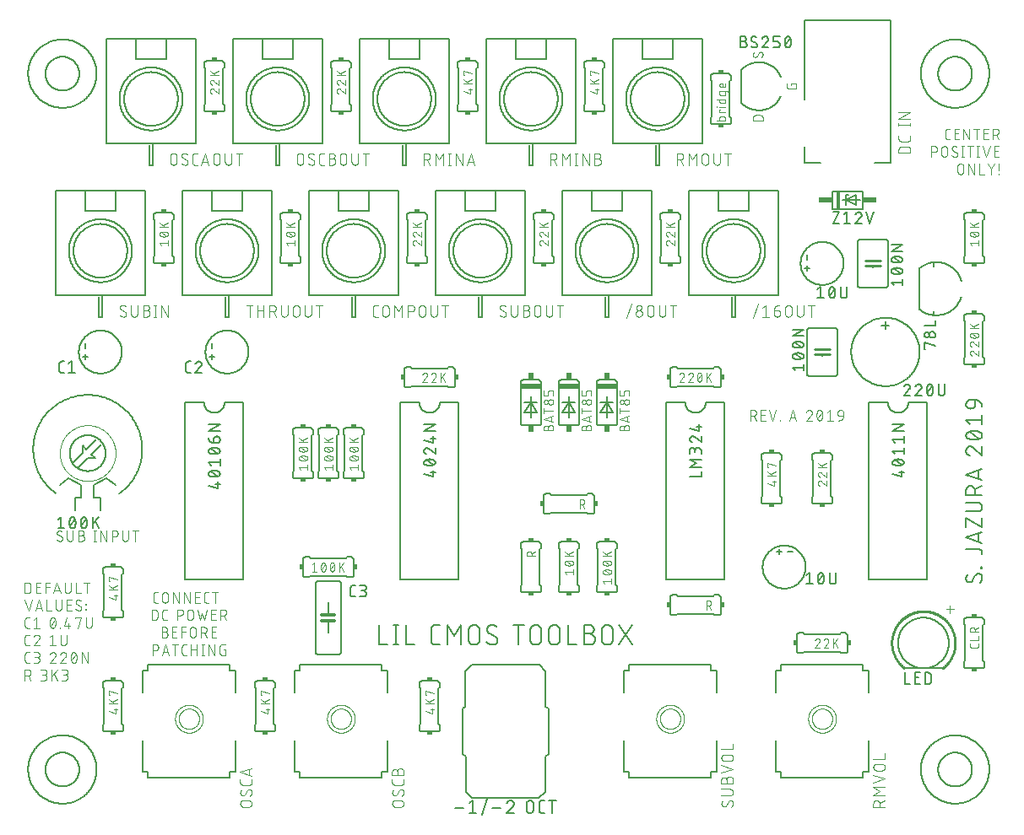
<source format=gbr>
G04 EAGLE Gerber RS-274X export*
G75*
%MOMM*%
%FSLAX34Y34*%
%LPD*%
%INSilkscreen Top*%
%IPPOS*%
%AMOC8*
5,1,8,0,0,1.08239X$1,22.5*%
G01*
%ADD10C,0.076200*%
%ADD11C,0.177800*%
%ADD12C,0.152400*%
%ADD13C,0.101600*%
%ADD14C,0.127000*%
%ADD15C,0.254000*%
%ADD16C,0.304800*%
%ADD17R,2.032000X0.508000*%
%ADD18R,0.508000X0.635000*%
%ADD19C,0.203200*%
%ADD20R,0.508000X0.381000*%
%ADD21R,0.381000X0.508000*%
%ADD22C,0.050800*%
%ADD23R,0.381000X1.778000*%
%ADD24R,1.397000X0.508000*%


D10*
X614158Y391277D02*
X614158Y393888D01*
X614157Y393888D02*
X614159Y393989D01*
X614165Y394090D01*
X614175Y394191D01*
X614188Y394291D01*
X614206Y394391D01*
X614227Y394490D01*
X614253Y394588D01*
X614282Y394685D01*
X614314Y394781D01*
X614351Y394875D01*
X614391Y394968D01*
X614435Y395060D01*
X614482Y395149D01*
X614533Y395237D01*
X614587Y395323D01*
X614644Y395406D01*
X614704Y395488D01*
X614768Y395566D01*
X614834Y395643D01*
X614904Y395716D01*
X614976Y395787D01*
X615051Y395855D01*
X615129Y395920D01*
X615209Y395982D01*
X615291Y396041D01*
X615376Y396097D01*
X615463Y396149D01*
X615551Y396198D01*
X615642Y396244D01*
X615734Y396285D01*
X615828Y396324D01*
X615923Y396358D01*
X616019Y396389D01*
X616117Y396416D01*
X616215Y396440D01*
X616315Y396459D01*
X616415Y396475D01*
X616515Y396487D01*
X616616Y396495D01*
X616717Y396499D01*
X616819Y396499D01*
X616920Y396495D01*
X617021Y396487D01*
X617121Y396475D01*
X617221Y396459D01*
X617321Y396440D01*
X617419Y396416D01*
X617517Y396389D01*
X617613Y396358D01*
X617708Y396324D01*
X617802Y396285D01*
X617894Y396244D01*
X617985Y396198D01*
X618074Y396149D01*
X618160Y396097D01*
X618245Y396041D01*
X618327Y395982D01*
X618407Y395920D01*
X618485Y395855D01*
X618560Y395787D01*
X618632Y395716D01*
X618702Y395643D01*
X618768Y395566D01*
X618832Y395488D01*
X618892Y395406D01*
X618949Y395323D01*
X619003Y395237D01*
X619054Y395149D01*
X619101Y395060D01*
X619145Y394968D01*
X619185Y394875D01*
X619222Y394781D01*
X619254Y394685D01*
X619283Y394588D01*
X619309Y394490D01*
X619330Y394391D01*
X619348Y394291D01*
X619361Y394191D01*
X619371Y394090D01*
X619377Y393989D01*
X619379Y393888D01*
X619379Y391277D01*
X609981Y391277D01*
X609981Y393888D01*
X609983Y393978D01*
X609989Y394067D01*
X609998Y394157D01*
X610012Y394246D01*
X610029Y394334D01*
X610050Y394421D01*
X610075Y394508D01*
X610104Y394593D01*
X610136Y394677D01*
X610171Y394759D01*
X610211Y394840D01*
X610253Y394919D01*
X610299Y394996D01*
X610349Y395071D01*
X610401Y395144D01*
X610457Y395215D01*
X610515Y395283D01*
X610577Y395348D01*
X610641Y395411D01*
X610708Y395471D01*
X610777Y395528D01*
X610849Y395582D01*
X610923Y395633D01*
X610999Y395681D01*
X611077Y395725D01*
X611157Y395766D01*
X611239Y395804D01*
X611322Y395838D01*
X611407Y395868D01*
X611493Y395895D01*
X611579Y395918D01*
X611667Y395937D01*
X611756Y395952D01*
X611845Y395964D01*
X611934Y395972D01*
X612024Y395976D01*
X612114Y395976D01*
X612204Y395972D01*
X612293Y395964D01*
X612382Y395952D01*
X612471Y395937D01*
X612559Y395918D01*
X612645Y395895D01*
X612731Y395868D01*
X612816Y395838D01*
X612899Y395804D01*
X612981Y395766D01*
X613061Y395725D01*
X613139Y395681D01*
X613215Y395633D01*
X613289Y395582D01*
X613361Y395528D01*
X613430Y395471D01*
X613497Y395411D01*
X613561Y395348D01*
X613623Y395283D01*
X613681Y395215D01*
X613737Y395144D01*
X613789Y395071D01*
X613839Y394996D01*
X613885Y394919D01*
X613927Y394840D01*
X613967Y394759D01*
X614002Y394677D01*
X614034Y394593D01*
X614063Y394508D01*
X614088Y394421D01*
X614109Y394334D01*
X614126Y394246D01*
X614140Y394157D01*
X614149Y394067D01*
X614155Y393978D01*
X614157Y393888D01*
X619379Y399463D02*
X609981Y402596D01*
X619379Y405728D01*
X617030Y404945D02*
X617030Y400246D01*
X619379Y411130D02*
X609981Y411130D01*
X609981Y408520D02*
X609981Y413741D01*
X616768Y417053D02*
X616667Y417055D01*
X616566Y417061D01*
X616465Y417071D01*
X616365Y417084D01*
X616265Y417102D01*
X616166Y417123D01*
X616068Y417149D01*
X615971Y417178D01*
X615875Y417210D01*
X615781Y417247D01*
X615688Y417287D01*
X615596Y417331D01*
X615507Y417378D01*
X615419Y417429D01*
X615333Y417483D01*
X615250Y417540D01*
X615168Y417600D01*
X615090Y417664D01*
X615013Y417730D01*
X614940Y417800D01*
X614869Y417872D01*
X614801Y417947D01*
X614736Y418025D01*
X614674Y418105D01*
X614615Y418187D01*
X614559Y418272D01*
X614507Y418359D01*
X614458Y418447D01*
X614412Y418538D01*
X614371Y418630D01*
X614332Y418724D01*
X614298Y418819D01*
X614267Y418915D01*
X614240Y419013D01*
X614216Y419111D01*
X614197Y419211D01*
X614181Y419311D01*
X614169Y419411D01*
X614161Y419512D01*
X614157Y419613D01*
X614157Y419715D01*
X614161Y419816D01*
X614169Y419917D01*
X614181Y420017D01*
X614197Y420117D01*
X614216Y420217D01*
X614240Y420315D01*
X614267Y420413D01*
X614298Y420509D01*
X614332Y420604D01*
X614371Y420698D01*
X614412Y420790D01*
X614458Y420881D01*
X614507Y420970D01*
X614559Y421056D01*
X614615Y421141D01*
X614674Y421223D01*
X614736Y421303D01*
X614801Y421381D01*
X614869Y421456D01*
X614940Y421528D01*
X615013Y421598D01*
X615090Y421664D01*
X615168Y421728D01*
X615250Y421788D01*
X615333Y421845D01*
X615419Y421899D01*
X615507Y421950D01*
X615596Y421997D01*
X615688Y422041D01*
X615781Y422081D01*
X615875Y422118D01*
X615971Y422150D01*
X616068Y422179D01*
X616166Y422205D01*
X616265Y422226D01*
X616365Y422244D01*
X616465Y422257D01*
X616566Y422267D01*
X616667Y422273D01*
X616768Y422275D01*
X616869Y422273D01*
X616970Y422267D01*
X617071Y422257D01*
X617171Y422244D01*
X617271Y422226D01*
X617370Y422205D01*
X617468Y422179D01*
X617565Y422150D01*
X617661Y422118D01*
X617755Y422081D01*
X617848Y422041D01*
X617940Y421997D01*
X618029Y421950D01*
X618117Y421899D01*
X618203Y421845D01*
X618286Y421788D01*
X618368Y421728D01*
X618446Y421664D01*
X618523Y421598D01*
X618596Y421528D01*
X618667Y421456D01*
X618735Y421381D01*
X618800Y421303D01*
X618862Y421223D01*
X618921Y421141D01*
X618977Y421056D01*
X619029Y420969D01*
X619078Y420881D01*
X619124Y420790D01*
X619165Y420698D01*
X619204Y420604D01*
X619238Y420509D01*
X619269Y420413D01*
X619296Y420315D01*
X619320Y420217D01*
X619339Y420117D01*
X619355Y420017D01*
X619367Y419917D01*
X619375Y419816D01*
X619379Y419715D01*
X619379Y419613D01*
X619375Y419512D01*
X619367Y419411D01*
X619355Y419311D01*
X619339Y419211D01*
X619320Y419111D01*
X619296Y419013D01*
X619269Y418915D01*
X619238Y418819D01*
X619204Y418724D01*
X619165Y418630D01*
X619124Y418538D01*
X619078Y418447D01*
X619029Y418359D01*
X618977Y418272D01*
X618921Y418187D01*
X618862Y418105D01*
X618800Y418025D01*
X618735Y417947D01*
X618667Y417872D01*
X618596Y417800D01*
X618523Y417730D01*
X618446Y417664D01*
X618368Y417600D01*
X618286Y417540D01*
X618203Y417483D01*
X618117Y417429D01*
X618029Y417378D01*
X617940Y417331D01*
X617848Y417287D01*
X617755Y417247D01*
X617661Y417210D01*
X617565Y417178D01*
X617468Y417149D01*
X617370Y417123D01*
X617271Y417102D01*
X617171Y417084D01*
X617071Y417071D01*
X616970Y417061D01*
X616869Y417055D01*
X616768Y417053D01*
X612069Y417576D02*
X611979Y417578D01*
X611890Y417584D01*
X611800Y417593D01*
X611711Y417607D01*
X611623Y417624D01*
X611536Y417645D01*
X611449Y417670D01*
X611364Y417699D01*
X611280Y417731D01*
X611198Y417766D01*
X611117Y417806D01*
X611038Y417848D01*
X610961Y417894D01*
X610886Y417944D01*
X610813Y417996D01*
X610742Y418052D01*
X610674Y418110D01*
X610609Y418172D01*
X610546Y418236D01*
X610486Y418303D01*
X610429Y418372D01*
X610375Y418444D01*
X610324Y418518D01*
X610276Y418594D01*
X610232Y418672D01*
X610191Y418752D01*
X610153Y418834D01*
X610119Y418917D01*
X610089Y419002D01*
X610062Y419088D01*
X610039Y419174D01*
X610020Y419262D01*
X610005Y419351D01*
X609993Y419440D01*
X609985Y419529D01*
X609981Y419619D01*
X609981Y419709D01*
X609985Y419799D01*
X609993Y419888D01*
X610005Y419977D01*
X610020Y420066D01*
X610039Y420154D01*
X610062Y420240D01*
X610089Y420326D01*
X610119Y420411D01*
X610153Y420494D01*
X610191Y420576D01*
X610232Y420656D01*
X610276Y420734D01*
X610324Y420810D01*
X610375Y420884D01*
X610429Y420956D01*
X610486Y421025D01*
X610546Y421092D01*
X610609Y421156D01*
X610674Y421218D01*
X610742Y421276D01*
X610813Y421332D01*
X610886Y421384D01*
X610961Y421434D01*
X611038Y421480D01*
X611117Y421522D01*
X611198Y421562D01*
X611280Y421597D01*
X611364Y421629D01*
X611449Y421658D01*
X611536Y421683D01*
X611623Y421704D01*
X611711Y421721D01*
X611800Y421735D01*
X611890Y421744D01*
X611979Y421750D01*
X612069Y421752D01*
X612159Y421750D01*
X612248Y421744D01*
X612338Y421735D01*
X612427Y421721D01*
X612515Y421704D01*
X612602Y421683D01*
X612689Y421658D01*
X612774Y421629D01*
X612858Y421597D01*
X612940Y421562D01*
X613021Y421522D01*
X613100Y421480D01*
X613177Y421434D01*
X613252Y421384D01*
X613325Y421332D01*
X613396Y421276D01*
X613464Y421218D01*
X613529Y421156D01*
X613592Y421092D01*
X613652Y421025D01*
X613709Y420956D01*
X613763Y420884D01*
X613814Y420810D01*
X613862Y420734D01*
X613906Y420656D01*
X613947Y420576D01*
X613985Y420494D01*
X614019Y420411D01*
X614049Y420326D01*
X614076Y420240D01*
X614099Y420154D01*
X614118Y420066D01*
X614133Y419977D01*
X614145Y419888D01*
X614153Y419799D01*
X614157Y419709D01*
X614157Y419619D01*
X614153Y419529D01*
X614145Y419440D01*
X614133Y419351D01*
X614118Y419262D01*
X614099Y419174D01*
X614076Y419088D01*
X614049Y419002D01*
X614019Y418917D01*
X613985Y418834D01*
X613947Y418752D01*
X613906Y418672D01*
X613862Y418594D01*
X613814Y418518D01*
X613763Y418444D01*
X613709Y418372D01*
X613652Y418303D01*
X613592Y418236D01*
X613529Y418172D01*
X613464Y418110D01*
X613396Y418052D01*
X613325Y417996D01*
X613252Y417944D01*
X613177Y417894D01*
X613100Y417848D01*
X613021Y417806D01*
X612940Y417766D01*
X612858Y417731D01*
X612774Y417699D01*
X612689Y417670D01*
X612602Y417645D01*
X612515Y417624D01*
X612427Y417607D01*
X612338Y417593D01*
X612248Y417584D01*
X612159Y417578D01*
X612069Y417576D01*
X619379Y426198D02*
X619379Y429331D01*
X619377Y429420D01*
X619371Y429508D01*
X619362Y429596D01*
X619349Y429684D01*
X619332Y429771D01*
X619312Y429857D01*
X619287Y429942D01*
X619260Y430027D01*
X619228Y430110D01*
X619194Y430191D01*
X619155Y430271D01*
X619114Y430349D01*
X619069Y430426D01*
X619021Y430500D01*
X618970Y430573D01*
X618916Y430643D01*
X618858Y430710D01*
X618798Y430776D01*
X618736Y430838D01*
X618670Y430898D01*
X618603Y430956D01*
X618533Y431010D01*
X618460Y431061D01*
X618386Y431109D01*
X618309Y431154D01*
X618231Y431195D01*
X618151Y431234D01*
X618070Y431268D01*
X617987Y431300D01*
X617902Y431327D01*
X617817Y431352D01*
X617731Y431372D01*
X617644Y431389D01*
X617556Y431402D01*
X617468Y431411D01*
X617380Y431417D01*
X617291Y431419D01*
X616246Y431419D01*
X616157Y431417D01*
X616069Y431411D01*
X615981Y431402D01*
X615893Y431389D01*
X615806Y431372D01*
X615720Y431352D01*
X615635Y431327D01*
X615550Y431300D01*
X615467Y431268D01*
X615386Y431234D01*
X615306Y431195D01*
X615228Y431154D01*
X615151Y431109D01*
X615077Y431061D01*
X615004Y431010D01*
X614934Y430956D01*
X614867Y430898D01*
X614801Y430838D01*
X614739Y430776D01*
X614679Y430710D01*
X614621Y430643D01*
X614567Y430573D01*
X614516Y430500D01*
X614468Y430426D01*
X614423Y430349D01*
X614382Y430271D01*
X614343Y430191D01*
X614309Y430110D01*
X614277Y430027D01*
X614250Y429942D01*
X614225Y429857D01*
X614205Y429771D01*
X614188Y429684D01*
X614175Y429596D01*
X614166Y429508D01*
X614160Y429420D01*
X614158Y429331D01*
X614158Y426198D01*
X609981Y426198D01*
X609981Y431419D01*
X576058Y393888D02*
X576058Y391277D01*
X576057Y393888D02*
X576059Y393989D01*
X576065Y394090D01*
X576075Y394191D01*
X576088Y394291D01*
X576106Y394391D01*
X576127Y394490D01*
X576153Y394588D01*
X576182Y394685D01*
X576214Y394781D01*
X576251Y394875D01*
X576291Y394968D01*
X576335Y395060D01*
X576382Y395149D01*
X576433Y395237D01*
X576487Y395323D01*
X576544Y395406D01*
X576604Y395488D01*
X576668Y395566D01*
X576734Y395643D01*
X576804Y395716D01*
X576876Y395787D01*
X576951Y395855D01*
X577029Y395920D01*
X577109Y395982D01*
X577191Y396041D01*
X577276Y396097D01*
X577363Y396149D01*
X577451Y396198D01*
X577542Y396244D01*
X577634Y396285D01*
X577728Y396324D01*
X577823Y396358D01*
X577919Y396389D01*
X578017Y396416D01*
X578115Y396440D01*
X578215Y396459D01*
X578315Y396475D01*
X578415Y396487D01*
X578516Y396495D01*
X578617Y396499D01*
X578719Y396499D01*
X578820Y396495D01*
X578921Y396487D01*
X579021Y396475D01*
X579121Y396459D01*
X579221Y396440D01*
X579319Y396416D01*
X579417Y396389D01*
X579513Y396358D01*
X579608Y396324D01*
X579702Y396285D01*
X579794Y396244D01*
X579885Y396198D01*
X579974Y396149D01*
X580060Y396097D01*
X580145Y396041D01*
X580227Y395982D01*
X580307Y395920D01*
X580385Y395855D01*
X580460Y395787D01*
X580532Y395716D01*
X580602Y395643D01*
X580668Y395566D01*
X580732Y395488D01*
X580792Y395406D01*
X580849Y395323D01*
X580903Y395237D01*
X580954Y395149D01*
X581001Y395060D01*
X581045Y394968D01*
X581085Y394875D01*
X581122Y394781D01*
X581154Y394685D01*
X581183Y394588D01*
X581209Y394490D01*
X581230Y394391D01*
X581248Y394291D01*
X581261Y394191D01*
X581271Y394090D01*
X581277Y393989D01*
X581279Y393888D01*
X581279Y391277D01*
X571881Y391277D01*
X571881Y393888D01*
X571883Y393978D01*
X571889Y394067D01*
X571898Y394157D01*
X571912Y394246D01*
X571929Y394334D01*
X571950Y394421D01*
X571975Y394508D01*
X572004Y394593D01*
X572036Y394677D01*
X572071Y394759D01*
X572111Y394840D01*
X572153Y394919D01*
X572199Y394996D01*
X572249Y395071D01*
X572301Y395144D01*
X572357Y395215D01*
X572415Y395283D01*
X572477Y395348D01*
X572541Y395411D01*
X572608Y395471D01*
X572677Y395528D01*
X572749Y395582D01*
X572823Y395633D01*
X572899Y395681D01*
X572977Y395725D01*
X573057Y395766D01*
X573139Y395804D01*
X573222Y395838D01*
X573307Y395868D01*
X573393Y395895D01*
X573479Y395918D01*
X573567Y395937D01*
X573656Y395952D01*
X573745Y395964D01*
X573834Y395972D01*
X573924Y395976D01*
X574014Y395976D01*
X574104Y395972D01*
X574193Y395964D01*
X574282Y395952D01*
X574371Y395937D01*
X574459Y395918D01*
X574545Y395895D01*
X574631Y395868D01*
X574716Y395838D01*
X574799Y395804D01*
X574881Y395766D01*
X574961Y395725D01*
X575039Y395681D01*
X575115Y395633D01*
X575189Y395582D01*
X575261Y395528D01*
X575330Y395471D01*
X575397Y395411D01*
X575461Y395348D01*
X575523Y395283D01*
X575581Y395215D01*
X575637Y395144D01*
X575689Y395071D01*
X575739Y394996D01*
X575785Y394919D01*
X575827Y394840D01*
X575867Y394759D01*
X575902Y394677D01*
X575934Y394593D01*
X575963Y394508D01*
X575988Y394421D01*
X576009Y394334D01*
X576026Y394246D01*
X576040Y394157D01*
X576049Y394067D01*
X576055Y393978D01*
X576057Y393888D01*
X581279Y399463D02*
X571881Y402596D01*
X581279Y405728D01*
X578930Y404945D02*
X578930Y400246D01*
X581279Y411130D02*
X571881Y411130D01*
X571881Y408520D02*
X571881Y413741D01*
X578668Y417053D02*
X578567Y417055D01*
X578466Y417061D01*
X578365Y417071D01*
X578265Y417084D01*
X578165Y417102D01*
X578066Y417123D01*
X577968Y417149D01*
X577871Y417178D01*
X577775Y417210D01*
X577681Y417247D01*
X577588Y417287D01*
X577496Y417331D01*
X577407Y417378D01*
X577319Y417429D01*
X577233Y417483D01*
X577150Y417540D01*
X577068Y417600D01*
X576990Y417664D01*
X576913Y417730D01*
X576840Y417800D01*
X576769Y417872D01*
X576701Y417947D01*
X576636Y418025D01*
X576574Y418105D01*
X576515Y418187D01*
X576459Y418272D01*
X576407Y418359D01*
X576358Y418447D01*
X576312Y418538D01*
X576271Y418630D01*
X576232Y418724D01*
X576198Y418819D01*
X576167Y418915D01*
X576140Y419013D01*
X576116Y419111D01*
X576097Y419211D01*
X576081Y419311D01*
X576069Y419411D01*
X576061Y419512D01*
X576057Y419613D01*
X576057Y419715D01*
X576061Y419816D01*
X576069Y419917D01*
X576081Y420017D01*
X576097Y420117D01*
X576116Y420217D01*
X576140Y420315D01*
X576167Y420413D01*
X576198Y420509D01*
X576232Y420604D01*
X576271Y420698D01*
X576312Y420790D01*
X576358Y420881D01*
X576407Y420970D01*
X576459Y421056D01*
X576515Y421141D01*
X576574Y421223D01*
X576636Y421303D01*
X576701Y421381D01*
X576769Y421456D01*
X576840Y421528D01*
X576913Y421598D01*
X576990Y421664D01*
X577068Y421728D01*
X577150Y421788D01*
X577233Y421845D01*
X577319Y421899D01*
X577407Y421950D01*
X577496Y421997D01*
X577588Y422041D01*
X577681Y422081D01*
X577775Y422118D01*
X577871Y422150D01*
X577968Y422179D01*
X578066Y422205D01*
X578165Y422226D01*
X578265Y422244D01*
X578365Y422257D01*
X578466Y422267D01*
X578567Y422273D01*
X578668Y422275D01*
X578769Y422273D01*
X578870Y422267D01*
X578971Y422257D01*
X579071Y422244D01*
X579171Y422226D01*
X579270Y422205D01*
X579368Y422179D01*
X579465Y422150D01*
X579561Y422118D01*
X579655Y422081D01*
X579748Y422041D01*
X579840Y421997D01*
X579929Y421950D01*
X580017Y421899D01*
X580103Y421845D01*
X580186Y421788D01*
X580268Y421728D01*
X580346Y421664D01*
X580423Y421598D01*
X580496Y421528D01*
X580567Y421456D01*
X580635Y421381D01*
X580700Y421303D01*
X580762Y421223D01*
X580821Y421141D01*
X580877Y421056D01*
X580929Y420969D01*
X580978Y420881D01*
X581024Y420790D01*
X581065Y420698D01*
X581104Y420604D01*
X581138Y420509D01*
X581169Y420413D01*
X581196Y420315D01*
X581220Y420217D01*
X581239Y420117D01*
X581255Y420017D01*
X581267Y419917D01*
X581275Y419816D01*
X581279Y419715D01*
X581279Y419613D01*
X581275Y419512D01*
X581267Y419411D01*
X581255Y419311D01*
X581239Y419211D01*
X581220Y419111D01*
X581196Y419013D01*
X581169Y418915D01*
X581138Y418819D01*
X581104Y418724D01*
X581065Y418630D01*
X581024Y418538D01*
X580978Y418447D01*
X580929Y418359D01*
X580877Y418272D01*
X580821Y418187D01*
X580762Y418105D01*
X580700Y418025D01*
X580635Y417947D01*
X580567Y417872D01*
X580496Y417800D01*
X580423Y417730D01*
X580346Y417664D01*
X580268Y417600D01*
X580186Y417540D01*
X580103Y417483D01*
X580017Y417429D01*
X579929Y417378D01*
X579840Y417331D01*
X579748Y417287D01*
X579655Y417247D01*
X579561Y417210D01*
X579465Y417178D01*
X579368Y417149D01*
X579270Y417123D01*
X579171Y417102D01*
X579071Y417084D01*
X578971Y417071D01*
X578870Y417061D01*
X578769Y417055D01*
X578668Y417053D01*
X573969Y417576D02*
X573879Y417578D01*
X573790Y417584D01*
X573700Y417593D01*
X573611Y417607D01*
X573523Y417624D01*
X573436Y417645D01*
X573349Y417670D01*
X573264Y417699D01*
X573180Y417731D01*
X573098Y417766D01*
X573017Y417806D01*
X572938Y417848D01*
X572861Y417894D01*
X572786Y417944D01*
X572713Y417996D01*
X572642Y418052D01*
X572574Y418110D01*
X572509Y418172D01*
X572446Y418236D01*
X572386Y418303D01*
X572329Y418372D01*
X572275Y418444D01*
X572224Y418518D01*
X572176Y418594D01*
X572132Y418672D01*
X572091Y418752D01*
X572053Y418834D01*
X572019Y418917D01*
X571989Y419002D01*
X571962Y419088D01*
X571939Y419174D01*
X571920Y419262D01*
X571905Y419351D01*
X571893Y419440D01*
X571885Y419529D01*
X571881Y419619D01*
X571881Y419709D01*
X571885Y419799D01*
X571893Y419888D01*
X571905Y419977D01*
X571920Y420066D01*
X571939Y420154D01*
X571962Y420240D01*
X571989Y420326D01*
X572019Y420411D01*
X572053Y420494D01*
X572091Y420576D01*
X572132Y420656D01*
X572176Y420734D01*
X572224Y420810D01*
X572275Y420884D01*
X572329Y420956D01*
X572386Y421025D01*
X572446Y421092D01*
X572509Y421156D01*
X572574Y421218D01*
X572642Y421276D01*
X572713Y421332D01*
X572786Y421384D01*
X572861Y421434D01*
X572938Y421480D01*
X573017Y421522D01*
X573098Y421562D01*
X573180Y421597D01*
X573264Y421629D01*
X573349Y421658D01*
X573436Y421683D01*
X573523Y421704D01*
X573611Y421721D01*
X573700Y421735D01*
X573790Y421744D01*
X573879Y421750D01*
X573969Y421752D01*
X574059Y421750D01*
X574148Y421744D01*
X574238Y421735D01*
X574327Y421721D01*
X574415Y421704D01*
X574502Y421683D01*
X574589Y421658D01*
X574674Y421629D01*
X574758Y421597D01*
X574840Y421562D01*
X574921Y421522D01*
X575000Y421480D01*
X575077Y421434D01*
X575152Y421384D01*
X575225Y421332D01*
X575296Y421276D01*
X575364Y421218D01*
X575429Y421156D01*
X575492Y421092D01*
X575552Y421025D01*
X575609Y420956D01*
X575663Y420884D01*
X575714Y420810D01*
X575762Y420734D01*
X575806Y420656D01*
X575847Y420576D01*
X575885Y420494D01*
X575919Y420411D01*
X575949Y420326D01*
X575976Y420240D01*
X575999Y420154D01*
X576018Y420066D01*
X576033Y419977D01*
X576045Y419888D01*
X576053Y419799D01*
X576057Y419709D01*
X576057Y419619D01*
X576053Y419529D01*
X576045Y419440D01*
X576033Y419351D01*
X576018Y419262D01*
X575999Y419174D01*
X575976Y419088D01*
X575949Y419002D01*
X575919Y418917D01*
X575885Y418834D01*
X575847Y418752D01*
X575806Y418672D01*
X575762Y418594D01*
X575714Y418518D01*
X575663Y418444D01*
X575609Y418372D01*
X575552Y418303D01*
X575492Y418236D01*
X575429Y418172D01*
X575364Y418110D01*
X575296Y418052D01*
X575225Y417996D01*
X575152Y417944D01*
X575077Y417894D01*
X575000Y417848D01*
X574921Y417806D01*
X574840Y417766D01*
X574758Y417731D01*
X574674Y417699D01*
X574589Y417670D01*
X574502Y417645D01*
X574415Y417624D01*
X574327Y417607D01*
X574238Y417593D01*
X574148Y417584D01*
X574059Y417578D01*
X573969Y417576D01*
X581279Y426198D02*
X581279Y429331D01*
X581277Y429420D01*
X581271Y429508D01*
X581262Y429596D01*
X581249Y429684D01*
X581232Y429771D01*
X581212Y429857D01*
X581187Y429942D01*
X581160Y430027D01*
X581128Y430110D01*
X581094Y430191D01*
X581055Y430271D01*
X581014Y430349D01*
X580969Y430426D01*
X580921Y430500D01*
X580870Y430573D01*
X580816Y430643D01*
X580758Y430710D01*
X580698Y430776D01*
X580636Y430838D01*
X580570Y430898D01*
X580503Y430956D01*
X580433Y431010D01*
X580360Y431061D01*
X580286Y431109D01*
X580209Y431154D01*
X580131Y431195D01*
X580051Y431234D01*
X579970Y431268D01*
X579887Y431300D01*
X579802Y431327D01*
X579717Y431352D01*
X579631Y431372D01*
X579544Y431389D01*
X579456Y431402D01*
X579368Y431411D01*
X579280Y431417D01*
X579191Y431419D01*
X578146Y431419D01*
X578057Y431417D01*
X577969Y431411D01*
X577881Y431402D01*
X577793Y431389D01*
X577706Y431372D01*
X577620Y431352D01*
X577535Y431327D01*
X577450Y431300D01*
X577367Y431268D01*
X577286Y431234D01*
X577206Y431195D01*
X577128Y431154D01*
X577051Y431109D01*
X576977Y431061D01*
X576904Y431010D01*
X576834Y430956D01*
X576767Y430898D01*
X576701Y430838D01*
X576639Y430776D01*
X576579Y430710D01*
X576521Y430643D01*
X576467Y430573D01*
X576416Y430500D01*
X576368Y430426D01*
X576323Y430349D01*
X576282Y430271D01*
X576243Y430191D01*
X576209Y430110D01*
X576177Y430027D01*
X576150Y429942D01*
X576125Y429857D01*
X576105Y429771D01*
X576088Y429684D01*
X576075Y429596D01*
X576066Y429508D01*
X576060Y429420D01*
X576058Y429331D01*
X576058Y426198D01*
X571881Y426198D01*
X571881Y431419D01*
X537958Y393888D02*
X537958Y391277D01*
X537957Y393888D02*
X537959Y393989D01*
X537965Y394090D01*
X537975Y394191D01*
X537988Y394291D01*
X538006Y394391D01*
X538027Y394490D01*
X538053Y394588D01*
X538082Y394685D01*
X538114Y394781D01*
X538151Y394875D01*
X538191Y394968D01*
X538235Y395060D01*
X538282Y395149D01*
X538333Y395237D01*
X538387Y395323D01*
X538444Y395406D01*
X538504Y395488D01*
X538568Y395566D01*
X538634Y395643D01*
X538704Y395716D01*
X538776Y395787D01*
X538851Y395855D01*
X538929Y395920D01*
X539009Y395982D01*
X539091Y396041D01*
X539176Y396097D01*
X539263Y396149D01*
X539351Y396198D01*
X539442Y396244D01*
X539534Y396285D01*
X539628Y396324D01*
X539723Y396358D01*
X539819Y396389D01*
X539917Y396416D01*
X540015Y396440D01*
X540115Y396459D01*
X540215Y396475D01*
X540315Y396487D01*
X540416Y396495D01*
X540517Y396499D01*
X540619Y396499D01*
X540720Y396495D01*
X540821Y396487D01*
X540921Y396475D01*
X541021Y396459D01*
X541121Y396440D01*
X541219Y396416D01*
X541317Y396389D01*
X541413Y396358D01*
X541508Y396324D01*
X541602Y396285D01*
X541694Y396244D01*
X541785Y396198D01*
X541874Y396149D01*
X541960Y396097D01*
X542045Y396041D01*
X542127Y395982D01*
X542207Y395920D01*
X542285Y395855D01*
X542360Y395787D01*
X542432Y395716D01*
X542502Y395643D01*
X542568Y395566D01*
X542632Y395488D01*
X542692Y395406D01*
X542749Y395323D01*
X542803Y395237D01*
X542854Y395149D01*
X542901Y395060D01*
X542945Y394968D01*
X542985Y394875D01*
X543022Y394781D01*
X543054Y394685D01*
X543083Y394588D01*
X543109Y394490D01*
X543130Y394391D01*
X543148Y394291D01*
X543161Y394191D01*
X543171Y394090D01*
X543177Y393989D01*
X543179Y393888D01*
X543179Y391277D01*
X533781Y391277D01*
X533781Y393888D01*
X533783Y393978D01*
X533789Y394067D01*
X533798Y394157D01*
X533812Y394246D01*
X533829Y394334D01*
X533850Y394421D01*
X533875Y394508D01*
X533904Y394593D01*
X533936Y394677D01*
X533971Y394759D01*
X534011Y394840D01*
X534053Y394919D01*
X534099Y394996D01*
X534149Y395071D01*
X534201Y395144D01*
X534257Y395215D01*
X534315Y395283D01*
X534377Y395348D01*
X534441Y395411D01*
X534508Y395471D01*
X534577Y395528D01*
X534649Y395582D01*
X534723Y395633D01*
X534799Y395681D01*
X534877Y395725D01*
X534957Y395766D01*
X535039Y395804D01*
X535122Y395838D01*
X535207Y395868D01*
X535293Y395895D01*
X535379Y395918D01*
X535467Y395937D01*
X535556Y395952D01*
X535645Y395964D01*
X535734Y395972D01*
X535824Y395976D01*
X535914Y395976D01*
X536004Y395972D01*
X536093Y395964D01*
X536182Y395952D01*
X536271Y395937D01*
X536359Y395918D01*
X536445Y395895D01*
X536531Y395868D01*
X536616Y395838D01*
X536699Y395804D01*
X536781Y395766D01*
X536861Y395725D01*
X536939Y395681D01*
X537015Y395633D01*
X537089Y395582D01*
X537161Y395528D01*
X537230Y395471D01*
X537297Y395411D01*
X537361Y395348D01*
X537423Y395283D01*
X537481Y395215D01*
X537537Y395144D01*
X537589Y395071D01*
X537639Y394996D01*
X537685Y394919D01*
X537727Y394840D01*
X537767Y394759D01*
X537802Y394677D01*
X537834Y394593D01*
X537863Y394508D01*
X537888Y394421D01*
X537909Y394334D01*
X537926Y394246D01*
X537940Y394157D01*
X537949Y394067D01*
X537955Y393978D01*
X537957Y393888D01*
X543179Y399463D02*
X533781Y402596D01*
X543179Y405728D01*
X540830Y404945D02*
X540830Y400246D01*
X543179Y411130D02*
X533781Y411130D01*
X533781Y408520D02*
X533781Y413741D01*
X540568Y417053D02*
X540467Y417055D01*
X540366Y417061D01*
X540265Y417071D01*
X540165Y417084D01*
X540065Y417102D01*
X539966Y417123D01*
X539868Y417149D01*
X539771Y417178D01*
X539675Y417210D01*
X539581Y417247D01*
X539488Y417287D01*
X539396Y417331D01*
X539307Y417378D01*
X539219Y417429D01*
X539133Y417483D01*
X539050Y417540D01*
X538968Y417600D01*
X538890Y417664D01*
X538813Y417730D01*
X538740Y417800D01*
X538669Y417872D01*
X538601Y417947D01*
X538536Y418025D01*
X538474Y418105D01*
X538415Y418187D01*
X538359Y418272D01*
X538307Y418359D01*
X538258Y418447D01*
X538212Y418538D01*
X538171Y418630D01*
X538132Y418724D01*
X538098Y418819D01*
X538067Y418915D01*
X538040Y419013D01*
X538016Y419111D01*
X537997Y419211D01*
X537981Y419311D01*
X537969Y419411D01*
X537961Y419512D01*
X537957Y419613D01*
X537957Y419715D01*
X537961Y419816D01*
X537969Y419917D01*
X537981Y420017D01*
X537997Y420117D01*
X538016Y420217D01*
X538040Y420315D01*
X538067Y420413D01*
X538098Y420509D01*
X538132Y420604D01*
X538171Y420698D01*
X538212Y420790D01*
X538258Y420881D01*
X538307Y420970D01*
X538359Y421056D01*
X538415Y421141D01*
X538474Y421223D01*
X538536Y421303D01*
X538601Y421381D01*
X538669Y421456D01*
X538740Y421528D01*
X538813Y421598D01*
X538890Y421664D01*
X538968Y421728D01*
X539050Y421788D01*
X539133Y421845D01*
X539219Y421899D01*
X539307Y421950D01*
X539396Y421997D01*
X539488Y422041D01*
X539581Y422081D01*
X539675Y422118D01*
X539771Y422150D01*
X539868Y422179D01*
X539966Y422205D01*
X540065Y422226D01*
X540165Y422244D01*
X540265Y422257D01*
X540366Y422267D01*
X540467Y422273D01*
X540568Y422275D01*
X540669Y422273D01*
X540770Y422267D01*
X540871Y422257D01*
X540971Y422244D01*
X541071Y422226D01*
X541170Y422205D01*
X541268Y422179D01*
X541365Y422150D01*
X541461Y422118D01*
X541555Y422081D01*
X541648Y422041D01*
X541740Y421997D01*
X541829Y421950D01*
X541917Y421899D01*
X542003Y421845D01*
X542086Y421788D01*
X542168Y421728D01*
X542246Y421664D01*
X542323Y421598D01*
X542396Y421528D01*
X542467Y421456D01*
X542535Y421381D01*
X542600Y421303D01*
X542662Y421223D01*
X542721Y421141D01*
X542777Y421056D01*
X542829Y420969D01*
X542878Y420881D01*
X542924Y420790D01*
X542965Y420698D01*
X543004Y420604D01*
X543038Y420509D01*
X543069Y420413D01*
X543096Y420315D01*
X543120Y420217D01*
X543139Y420117D01*
X543155Y420017D01*
X543167Y419917D01*
X543175Y419816D01*
X543179Y419715D01*
X543179Y419613D01*
X543175Y419512D01*
X543167Y419411D01*
X543155Y419311D01*
X543139Y419211D01*
X543120Y419111D01*
X543096Y419013D01*
X543069Y418915D01*
X543038Y418819D01*
X543004Y418724D01*
X542965Y418630D01*
X542924Y418538D01*
X542878Y418447D01*
X542829Y418359D01*
X542777Y418272D01*
X542721Y418187D01*
X542662Y418105D01*
X542600Y418025D01*
X542535Y417947D01*
X542467Y417872D01*
X542396Y417800D01*
X542323Y417730D01*
X542246Y417664D01*
X542168Y417600D01*
X542086Y417540D01*
X542003Y417483D01*
X541917Y417429D01*
X541829Y417378D01*
X541740Y417331D01*
X541648Y417287D01*
X541555Y417247D01*
X541461Y417210D01*
X541365Y417178D01*
X541268Y417149D01*
X541170Y417123D01*
X541071Y417102D01*
X540971Y417084D01*
X540871Y417071D01*
X540770Y417061D01*
X540669Y417055D01*
X540568Y417053D01*
X535869Y417576D02*
X535779Y417578D01*
X535690Y417584D01*
X535600Y417593D01*
X535511Y417607D01*
X535423Y417624D01*
X535336Y417645D01*
X535249Y417670D01*
X535164Y417699D01*
X535080Y417731D01*
X534998Y417766D01*
X534917Y417806D01*
X534838Y417848D01*
X534761Y417894D01*
X534686Y417944D01*
X534613Y417996D01*
X534542Y418052D01*
X534474Y418110D01*
X534409Y418172D01*
X534346Y418236D01*
X534286Y418303D01*
X534229Y418372D01*
X534175Y418444D01*
X534124Y418518D01*
X534076Y418594D01*
X534032Y418672D01*
X533991Y418752D01*
X533953Y418834D01*
X533919Y418917D01*
X533889Y419002D01*
X533862Y419088D01*
X533839Y419174D01*
X533820Y419262D01*
X533805Y419351D01*
X533793Y419440D01*
X533785Y419529D01*
X533781Y419619D01*
X533781Y419709D01*
X533785Y419799D01*
X533793Y419888D01*
X533805Y419977D01*
X533820Y420066D01*
X533839Y420154D01*
X533862Y420240D01*
X533889Y420326D01*
X533919Y420411D01*
X533953Y420494D01*
X533991Y420576D01*
X534032Y420656D01*
X534076Y420734D01*
X534124Y420810D01*
X534175Y420884D01*
X534229Y420956D01*
X534286Y421025D01*
X534346Y421092D01*
X534409Y421156D01*
X534474Y421218D01*
X534542Y421276D01*
X534613Y421332D01*
X534686Y421384D01*
X534761Y421434D01*
X534838Y421480D01*
X534917Y421522D01*
X534998Y421562D01*
X535080Y421597D01*
X535164Y421629D01*
X535249Y421658D01*
X535336Y421683D01*
X535423Y421704D01*
X535511Y421721D01*
X535600Y421735D01*
X535690Y421744D01*
X535779Y421750D01*
X535869Y421752D01*
X535959Y421750D01*
X536048Y421744D01*
X536138Y421735D01*
X536227Y421721D01*
X536315Y421704D01*
X536402Y421683D01*
X536489Y421658D01*
X536574Y421629D01*
X536658Y421597D01*
X536740Y421562D01*
X536821Y421522D01*
X536900Y421480D01*
X536977Y421434D01*
X537052Y421384D01*
X537125Y421332D01*
X537196Y421276D01*
X537264Y421218D01*
X537329Y421156D01*
X537392Y421092D01*
X537452Y421025D01*
X537509Y420956D01*
X537563Y420884D01*
X537614Y420810D01*
X537662Y420734D01*
X537706Y420656D01*
X537747Y420576D01*
X537785Y420494D01*
X537819Y420411D01*
X537849Y420326D01*
X537876Y420240D01*
X537899Y420154D01*
X537918Y420066D01*
X537933Y419977D01*
X537945Y419888D01*
X537953Y419799D01*
X537957Y419709D01*
X537957Y419619D01*
X537953Y419529D01*
X537945Y419440D01*
X537933Y419351D01*
X537918Y419262D01*
X537899Y419174D01*
X537876Y419088D01*
X537849Y419002D01*
X537819Y418917D01*
X537785Y418834D01*
X537747Y418752D01*
X537706Y418672D01*
X537662Y418594D01*
X537614Y418518D01*
X537563Y418444D01*
X537509Y418372D01*
X537452Y418303D01*
X537392Y418236D01*
X537329Y418172D01*
X537264Y418110D01*
X537196Y418052D01*
X537125Y417996D01*
X537052Y417944D01*
X536977Y417894D01*
X536900Y417848D01*
X536821Y417806D01*
X536740Y417766D01*
X536658Y417731D01*
X536574Y417699D01*
X536489Y417670D01*
X536402Y417645D01*
X536315Y417624D01*
X536227Y417607D01*
X536138Y417593D01*
X536048Y417584D01*
X535959Y417578D01*
X535869Y417576D01*
X543179Y426198D02*
X543179Y429331D01*
X543177Y429420D01*
X543171Y429508D01*
X543162Y429596D01*
X543149Y429684D01*
X543132Y429771D01*
X543112Y429857D01*
X543087Y429942D01*
X543060Y430027D01*
X543028Y430110D01*
X542994Y430191D01*
X542955Y430271D01*
X542914Y430349D01*
X542869Y430426D01*
X542821Y430500D01*
X542770Y430573D01*
X542716Y430643D01*
X542658Y430710D01*
X542598Y430776D01*
X542536Y430838D01*
X542470Y430898D01*
X542403Y430956D01*
X542333Y431010D01*
X542260Y431061D01*
X542186Y431109D01*
X542109Y431154D01*
X542031Y431195D01*
X541951Y431234D01*
X541870Y431268D01*
X541787Y431300D01*
X541702Y431327D01*
X541617Y431352D01*
X541531Y431372D01*
X541444Y431389D01*
X541356Y431402D01*
X541268Y431411D01*
X541180Y431417D01*
X541091Y431419D01*
X540046Y431419D01*
X539957Y431417D01*
X539869Y431411D01*
X539781Y431402D01*
X539693Y431389D01*
X539606Y431372D01*
X539520Y431352D01*
X539435Y431327D01*
X539350Y431300D01*
X539267Y431268D01*
X539186Y431234D01*
X539106Y431195D01*
X539028Y431154D01*
X538951Y431109D01*
X538877Y431061D01*
X538804Y431010D01*
X538734Y430956D01*
X538667Y430898D01*
X538601Y430838D01*
X538539Y430776D01*
X538479Y430710D01*
X538421Y430643D01*
X538367Y430573D01*
X538316Y430500D01*
X538268Y430426D01*
X538223Y430349D01*
X538182Y430271D01*
X538143Y430191D01*
X538109Y430110D01*
X538077Y430027D01*
X538050Y429942D01*
X538025Y429857D01*
X538005Y429771D01*
X537988Y429684D01*
X537975Y429596D01*
X537966Y429508D01*
X537960Y429420D01*
X537958Y429331D01*
X537958Y426198D01*
X533781Y426198D01*
X533781Y431419D01*
D11*
X368066Y195961D02*
X368066Y175895D01*
X376984Y175895D01*
X385352Y175895D02*
X385352Y195961D01*
X383123Y175895D02*
X387582Y175895D01*
X387582Y195961D02*
X383123Y195961D01*
X395256Y195961D02*
X395256Y175895D01*
X404174Y175895D01*
X424989Y175895D02*
X429448Y175895D01*
X424989Y175895D02*
X424857Y175897D01*
X424725Y175903D01*
X424593Y175913D01*
X424462Y175926D01*
X424331Y175944D01*
X424200Y175965D01*
X424071Y175991D01*
X423942Y176020D01*
X423814Y176053D01*
X423687Y176089D01*
X423561Y176130D01*
X423436Y176174D01*
X423313Y176222D01*
X423191Y176273D01*
X423071Y176328D01*
X422953Y176387D01*
X422836Y176449D01*
X422721Y176515D01*
X422609Y176583D01*
X422498Y176656D01*
X422389Y176731D01*
X422283Y176810D01*
X422179Y176891D01*
X422078Y176976D01*
X421979Y177064D01*
X421883Y177155D01*
X421790Y177248D01*
X421699Y177344D01*
X421611Y177443D01*
X421526Y177544D01*
X421445Y177648D01*
X421366Y177754D01*
X421291Y177863D01*
X421218Y177974D01*
X421150Y178086D01*
X421084Y178201D01*
X421022Y178318D01*
X420963Y178436D01*
X420908Y178556D01*
X420857Y178678D01*
X420809Y178801D01*
X420765Y178926D01*
X420724Y179052D01*
X420688Y179179D01*
X420655Y179307D01*
X420626Y179436D01*
X420600Y179565D01*
X420579Y179696D01*
X420561Y179827D01*
X420548Y179958D01*
X420538Y180090D01*
X420532Y180222D01*
X420530Y180354D01*
X420530Y191502D01*
X420532Y191634D01*
X420538Y191766D01*
X420548Y191898D01*
X420561Y192029D01*
X420579Y192160D01*
X420600Y192291D01*
X420626Y192420D01*
X420655Y192549D01*
X420688Y192677D01*
X420724Y192804D01*
X420765Y192930D01*
X420809Y193055D01*
X420857Y193178D01*
X420908Y193300D01*
X420963Y193420D01*
X421022Y193538D01*
X421084Y193655D01*
X421150Y193770D01*
X421218Y193882D01*
X421291Y193993D01*
X421366Y194101D01*
X421445Y194208D01*
X421526Y194312D01*
X421611Y194413D01*
X421699Y194512D01*
X421790Y194608D01*
X421883Y194701D01*
X421979Y194792D01*
X422078Y194880D01*
X422179Y194965D01*
X422283Y195046D01*
X422389Y195125D01*
X422498Y195200D01*
X422609Y195273D01*
X422721Y195341D01*
X422836Y195407D01*
X422953Y195469D01*
X423071Y195528D01*
X423191Y195583D01*
X423313Y195634D01*
X423436Y195682D01*
X423561Y195726D01*
X423687Y195767D01*
X423814Y195803D01*
X423942Y195836D01*
X424071Y195865D01*
X424200Y195891D01*
X424331Y195912D01*
X424462Y195930D01*
X424593Y195943D01*
X424725Y195953D01*
X424857Y195959D01*
X424989Y195961D01*
X429448Y195961D01*
X436750Y195961D02*
X436750Y175895D01*
X443439Y184813D02*
X436750Y195961D01*
X443439Y184813D02*
X450128Y195961D01*
X450128Y175895D01*
X458257Y181469D02*
X458257Y190387D01*
X458259Y190535D01*
X458265Y190684D01*
X458275Y190832D01*
X458289Y190979D01*
X458306Y191127D01*
X458328Y191274D01*
X458354Y191420D01*
X458383Y191565D01*
X458416Y191710D01*
X458453Y191854D01*
X458494Y191996D01*
X458539Y192138D01*
X458588Y192278D01*
X458640Y192417D01*
X458696Y192554D01*
X458755Y192690D01*
X458818Y192825D01*
X458885Y192957D01*
X458955Y193088D01*
X459029Y193217D01*
X459106Y193344D01*
X459186Y193468D01*
X459270Y193591D01*
X459357Y193711D01*
X459447Y193829D01*
X459540Y193945D01*
X459636Y194058D01*
X459735Y194168D01*
X459837Y194276D01*
X459942Y194381D01*
X460050Y194483D01*
X460160Y194582D01*
X460273Y194678D01*
X460389Y194771D01*
X460507Y194861D01*
X460627Y194948D01*
X460750Y195032D01*
X460874Y195112D01*
X461001Y195189D01*
X461130Y195263D01*
X461261Y195333D01*
X461393Y195400D01*
X461528Y195463D01*
X461664Y195522D01*
X461801Y195578D01*
X461940Y195630D01*
X462080Y195679D01*
X462222Y195724D01*
X462364Y195765D01*
X462508Y195802D01*
X462653Y195835D01*
X462798Y195864D01*
X462944Y195890D01*
X463091Y195912D01*
X463239Y195929D01*
X463386Y195943D01*
X463534Y195953D01*
X463683Y195959D01*
X463831Y195961D01*
X463979Y195959D01*
X464128Y195953D01*
X464276Y195943D01*
X464423Y195929D01*
X464571Y195912D01*
X464718Y195890D01*
X464864Y195864D01*
X465009Y195835D01*
X465154Y195802D01*
X465298Y195765D01*
X465440Y195724D01*
X465582Y195679D01*
X465722Y195630D01*
X465861Y195578D01*
X465998Y195522D01*
X466134Y195463D01*
X466269Y195400D01*
X466401Y195333D01*
X466532Y195263D01*
X466661Y195189D01*
X466788Y195112D01*
X466912Y195032D01*
X467035Y194948D01*
X467155Y194861D01*
X467273Y194771D01*
X467389Y194678D01*
X467502Y194582D01*
X467612Y194483D01*
X467720Y194381D01*
X467825Y194276D01*
X467927Y194168D01*
X468026Y194058D01*
X468122Y193945D01*
X468215Y193829D01*
X468305Y193711D01*
X468392Y193591D01*
X468476Y193468D01*
X468556Y193344D01*
X468633Y193217D01*
X468707Y193088D01*
X468777Y192957D01*
X468844Y192825D01*
X468907Y192690D01*
X468966Y192554D01*
X469022Y192417D01*
X469074Y192278D01*
X469123Y192138D01*
X469168Y191996D01*
X469209Y191854D01*
X469246Y191710D01*
X469279Y191565D01*
X469308Y191420D01*
X469334Y191274D01*
X469356Y191127D01*
X469373Y190979D01*
X469387Y190832D01*
X469397Y190684D01*
X469403Y190535D01*
X469405Y190387D01*
X469405Y181469D01*
X469403Y181321D01*
X469397Y181172D01*
X469387Y181024D01*
X469373Y180877D01*
X469356Y180729D01*
X469334Y180582D01*
X469308Y180436D01*
X469279Y180291D01*
X469246Y180146D01*
X469209Y180002D01*
X469168Y179860D01*
X469123Y179718D01*
X469074Y179578D01*
X469022Y179439D01*
X468966Y179302D01*
X468907Y179166D01*
X468844Y179031D01*
X468777Y178899D01*
X468707Y178768D01*
X468633Y178639D01*
X468556Y178512D01*
X468476Y178388D01*
X468392Y178265D01*
X468305Y178145D01*
X468215Y178027D01*
X468122Y177911D01*
X468026Y177798D01*
X467927Y177688D01*
X467825Y177580D01*
X467720Y177475D01*
X467612Y177373D01*
X467502Y177274D01*
X467389Y177178D01*
X467273Y177085D01*
X467155Y176995D01*
X467035Y176908D01*
X466912Y176824D01*
X466788Y176744D01*
X466661Y176667D01*
X466532Y176593D01*
X466401Y176523D01*
X466269Y176456D01*
X466134Y176393D01*
X465998Y176334D01*
X465861Y176278D01*
X465722Y176226D01*
X465582Y176177D01*
X465440Y176132D01*
X465298Y176091D01*
X465154Y176054D01*
X465009Y176021D01*
X464864Y175992D01*
X464718Y175966D01*
X464571Y175944D01*
X464423Y175927D01*
X464276Y175913D01*
X464128Y175903D01*
X463979Y175897D01*
X463831Y175895D01*
X463683Y175897D01*
X463534Y175903D01*
X463386Y175913D01*
X463239Y175927D01*
X463091Y175944D01*
X462944Y175966D01*
X462798Y175992D01*
X462653Y176021D01*
X462508Y176054D01*
X462364Y176091D01*
X462222Y176132D01*
X462080Y176177D01*
X461940Y176226D01*
X461801Y176278D01*
X461664Y176334D01*
X461528Y176393D01*
X461393Y176456D01*
X461261Y176523D01*
X461130Y176593D01*
X461001Y176667D01*
X460874Y176744D01*
X460750Y176824D01*
X460627Y176908D01*
X460507Y176995D01*
X460389Y177085D01*
X460273Y177178D01*
X460160Y177274D01*
X460050Y177373D01*
X459942Y177475D01*
X459837Y177580D01*
X459735Y177688D01*
X459636Y177798D01*
X459540Y177911D01*
X459447Y178027D01*
X459357Y178145D01*
X459270Y178265D01*
X459186Y178388D01*
X459106Y178512D01*
X459029Y178639D01*
X458955Y178768D01*
X458885Y178899D01*
X458818Y179031D01*
X458755Y179166D01*
X458696Y179302D01*
X458640Y179439D01*
X458588Y179578D01*
X458539Y179718D01*
X458494Y179860D01*
X458453Y180002D01*
X458416Y180146D01*
X458383Y180291D01*
X458354Y180436D01*
X458328Y180582D01*
X458306Y180729D01*
X458289Y180877D01*
X458275Y181024D01*
X458265Y181172D01*
X458259Y181321D01*
X458257Y181469D01*
X482866Y175895D02*
X482998Y175897D01*
X483130Y175903D01*
X483262Y175913D01*
X483393Y175926D01*
X483524Y175944D01*
X483655Y175965D01*
X483784Y175991D01*
X483913Y176020D01*
X484041Y176053D01*
X484168Y176089D01*
X484294Y176130D01*
X484419Y176174D01*
X484542Y176222D01*
X484664Y176273D01*
X484784Y176328D01*
X484902Y176387D01*
X485019Y176449D01*
X485134Y176515D01*
X485246Y176583D01*
X485357Y176656D01*
X485466Y176731D01*
X485572Y176810D01*
X485676Y176891D01*
X485777Y176976D01*
X485876Y177064D01*
X485972Y177155D01*
X486065Y177248D01*
X486156Y177344D01*
X486244Y177443D01*
X486329Y177544D01*
X486410Y177648D01*
X486489Y177755D01*
X486564Y177863D01*
X486637Y177974D01*
X486705Y178086D01*
X486771Y178201D01*
X486833Y178318D01*
X486892Y178436D01*
X486947Y178556D01*
X486998Y178678D01*
X487046Y178801D01*
X487090Y178926D01*
X487131Y179052D01*
X487167Y179179D01*
X487200Y179307D01*
X487229Y179436D01*
X487255Y179565D01*
X487276Y179696D01*
X487294Y179827D01*
X487307Y179958D01*
X487317Y180090D01*
X487323Y180222D01*
X487325Y180354D01*
X482866Y175895D02*
X482641Y175898D01*
X482415Y175906D01*
X482190Y175919D01*
X481966Y175938D01*
X481742Y175962D01*
X481518Y175992D01*
X481296Y176027D01*
X481074Y176067D01*
X480853Y176113D01*
X480634Y176163D01*
X480415Y176219D01*
X480198Y176281D01*
X479983Y176347D01*
X479769Y176419D01*
X479557Y176495D01*
X479347Y176577D01*
X479139Y176664D01*
X478933Y176755D01*
X478730Y176852D01*
X478528Y176953D01*
X478329Y177059D01*
X478133Y177170D01*
X477940Y177286D01*
X477749Y177406D01*
X477561Y177531D01*
X477377Y177660D01*
X477195Y177793D01*
X477017Y177931D01*
X476842Y178073D01*
X476670Y178219D01*
X476502Y178370D01*
X476338Y178524D01*
X476177Y178682D01*
X476735Y191502D02*
X476737Y191634D01*
X476743Y191766D01*
X476753Y191898D01*
X476766Y192029D01*
X476784Y192160D01*
X476805Y192291D01*
X476831Y192420D01*
X476860Y192549D01*
X476893Y192677D01*
X476929Y192804D01*
X476970Y192930D01*
X477014Y193055D01*
X477062Y193178D01*
X477113Y193300D01*
X477168Y193420D01*
X477227Y193538D01*
X477289Y193655D01*
X477355Y193770D01*
X477423Y193882D01*
X477496Y193993D01*
X477571Y194102D01*
X477650Y194208D01*
X477731Y194312D01*
X477816Y194413D01*
X477904Y194512D01*
X477995Y194608D01*
X478088Y194701D01*
X478184Y194792D01*
X478283Y194880D01*
X478384Y194965D01*
X478488Y195046D01*
X478594Y195125D01*
X478703Y195200D01*
X478814Y195273D01*
X478926Y195341D01*
X479041Y195407D01*
X479158Y195469D01*
X479276Y195528D01*
X479396Y195583D01*
X479518Y195634D01*
X479641Y195682D01*
X479766Y195726D01*
X479892Y195767D01*
X480019Y195803D01*
X480147Y195836D01*
X480276Y195865D01*
X480405Y195891D01*
X480536Y195912D01*
X480667Y195930D01*
X480798Y195943D01*
X480930Y195953D01*
X481062Y195959D01*
X481194Y195961D01*
X481393Y195959D01*
X481592Y195952D01*
X481791Y195940D01*
X481990Y195923D01*
X482188Y195902D01*
X482386Y195876D01*
X482582Y195845D01*
X482779Y195809D01*
X482974Y195769D01*
X483168Y195725D01*
X483361Y195675D01*
X483553Y195621D01*
X483743Y195563D01*
X483932Y195500D01*
X484120Y195432D01*
X484306Y195360D01*
X484490Y195284D01*
X484672Y195203D01*
X484852Y195118D01*
X485030Y195029D01*
X485206Y194935D01*
X485380Y194838D01*
X485551Y194736D01*
X485720Y194630D01*
X485886Y194520D01*
X486050Y194406D01*
X486211Y194289D01*
X478965Y187600D02*
X478853Y187668D01*
X478744Y187739D01*
X478636Y187813D01*
X478531Y187891D01*
X478428Y187971D01*
X478327Y188054D01*
X478229Y188140D01*
X478133Y188229D01*
X478040Y188321D01*
X477950Y188415D01*
X477862Y188512D01*
X477777Y188611D01*
X477695Y188713D01*
X477617Y188817D01*
X477541Y188924D01*
X477468Y189032D01*
X477398Y189143D01*
X477332Y189255D01*
X477269Y189369D01*
X477209Y189485D01*
X477152Y189603D01*
X477099Y189723D01*
X477050Y189843D01*
X477004Y189966D01*
X476961Y190089D01*
X476922Y190214D01*
X476887Y190340D01*
X476855Y190466D01*
X476827Y190594D01*
X476803Y190722D01*
X476782Y190851D01*
X476765Y190981D01*
X476752Y191111D01*
X476743Y191241D01*
X476737Y191371D01*
X476735Y191502D01*
X485096Y184256D02*
X485208Y184188D01*
X485317Y184117D01*
X485425Y184043D01*
X485530Y183965D01*
X485633Y183885D01*
X485734Y183802D01*
X485832Y183716D01*
X485928Y183627D01*
X486021Y183535D01*
X486111Y183441D01*
X486199Y183344D01*
X486284Y183245D01*
X486366Y183143D01*
X486444Y183039D01*
X486520Y182932D01*
X486593Y182824D01*
X486663Y182713D01*
X486729Y182601D01*
X486792Y182487D01*
X486852Y182371D01*
X486909Y182253D01*
X486962Y182133D01*
X487011Y182013D01*
X487057Y181890D01*
X487100Y181767D01*
X487139Y181642D01*
X487174Y181516D01*
X487206Y181390D01*
X487234Y181262D01*
X487258Y181134D01*
X487279Y181005D01*
X487296Y180875D01*
X487309Y180745D01*
X487318Y180615D01*
X487324Y180485D01*
X487326Y180354D01*
X485096Y184256D02*
X478964Y187600D01*
X508323Y195961D02*
X508323Y175895D01*
X502749Y195961D02*
X513897Y195961D01*
X520052Y190387D02*
X520052Y181469D01*
X520051Y190387D02*
X520053Y190535D01*
X520059Y190684D01*
X520069Y190832D01*
X520083Y190979D01*
X520100Y191127D01*
X520122Y191274D01*
X520148Y191420D01*
X520177Y191565D01*
X520210Y191710D01*
X520247Y191854D01*
X520288Y191996D01*
X520333Y192138D01*
X520382Y192278D01*
X520434Y192417D01*
X520490Y192554D01*
X520549Y192690D01*
X520612Y192825D01*
X520679Y192957D01*
X520749Y193088D01*
X520823Y193217D01*
X520900Y193344D01*
X520980Y193468D01*
X521064Y193591D01*
X521151Y193711D01*
X521241Y193829D01*
X521334Y193945D01*
X521430Y194058D01*
X521529Y194168D01*
X521631Y194276D01*
X521736Y194381D01*
X521844Y194483D01*
X521954Y194582D01*
X522067Y194678D01*
X522183Y194771D01*
X522301Y194861D01*
X522421Y194948D01*
X522544Y195032D01*
X522668Y195112D01*
X522795Y195189D01*
X522924Y195263D01*
X523055Y195333D01*
X523187Y195400D01*
X523322Y195463D01*
X523458Y195522D01*
X523595Y195578D01*
X523734Y195630D01*
X523874Y195679D01*
X524016Y195724D01*
X524158Y195765D01*
X524302Y195802D01*
X524447Y195835D01*
X524592Y195864D01*
X524738Y195890D01*
X524885Y195912D01*
X525033Y195929D01*
X525180Y195943D01*
X525328Y195953D01*
X525477Y195959D01*
X525625Y195961D01*
X525773Y195959D01*
X525922Y195953D01*
X526070Y195943D01*
X526217Y195929D01*
X526365Y195912D01*
X526512Y195890D01*
X526658Y195864D01*
X526803Y195835D01*
X526948Y195802D01*
X527092Y195765D01*
X527234Y195724D01*
X527376Y195679D01*
X527516Y195630D01*
X527655Y195578D01*
X527792Y195522D01*
X527928Y195463D01*
X528063Y195400D01*
X528195Y195333D01*
X528326Y195263D01*
X528455Y195189D01*
X528582Y195112D01*
X528706Y195032D01*
X528829Y194948D01*
X528949Y194861D01*
X529067Y194771D01*
X529183Y194678D01*
X529296Y194582D01*
X529406Y194483D01*
X529514Y194381D01*
X529619Y194276D01*
X529721Y194168D01*
X529820Y194058D01*
X529916Y193945D01*
X530009Y193829D01*
X530099Y193711D01*
X530186Y193591D01*
X530270Y193468D01*
X530350Y193344D01*
X530427Y193217D01*
X530501Y193088D01*
X530571Y192957D01*
X530638Y192825D01*
X530701Y192690D01*
X530760Y192554D01*
X530816Y192417D01*
X530868Y192278D01*
X530917Y192138D01*
X530962Y191996D01*
X531003Y191854D01*
X531040Y191710D01*
X531073Y191565D01*
X531102Y191420D01*
X531128Y191274D01*
X531150Y191127D01*
X531167Y190979D01*
X531181Y190832D01*
X531191Y190684D01*
X531197Y190535D01*
X531199Y190387D01*
X531199Y181469D01*
X531197Y181321D01*
X531191Y181172D01*
X531181Y181024D01*
X531167Y180877D01*
X531150Y180729D01*
X531128Y180582D01*
X531102Y180436D01*
X531073Y180291D01*
X531040Y180146D01*
X531003Y180002D01*
X530962Y179860D01*
X530917Y179718D01*
X530868Y179578D01*
X530816Y179439D01*
X530760Y179302D01*
X530701Y179166D01*
X530638Y179031D01*
X530571Y178899D01*
X530501Y178768D01*
X530427Y178639D01*
X530350Y178512D01*
X530270Y178388D01*
X530186Y178265D01*
X530099Y178145D01*
X530009Y178027D01*
X529916Y177911D01*
X529820Y177798D01*
X529721Y177688D01*
X529619Y177580D01*
X529514Y177475D01*
X529406Y177373D01*
X529296Y177274D01*
X529183Y177178D01*
X529067Y177085D01*
X528949Y176995D01*
X528829Y176908D01*
X528706Y176824D01*
X528582Y176744D01*
X528455Y176667D01*
X528326Y176593D01*
X528195Y176523D01*
X528063Y176456D01*
X527928Y176393D01*
X527792Y176334D01*
X527655Y176278D01*
X527516Y176226D01*
X527376Y176177D01*
X527234Y176132D01*
X527092Y176091D01*
X526948Y176054D01*
X526803Y176021D01*
X526658Y175992D01*
X526512Y175966D01*
X526365Y175944D01*
X526217Y175927D01*
X526070Y175913D01*
X525922Y175903D01*
X525773Y175897D01*
X525625Y175895D01*
X525477Y175897D01*
X525328Y175903D01*
X525180Y175913D01*
X525033Y175927D01*
X524885Y175944D01*
X524738Y175966D01*
X524592Y175992D01*
X524447Y176021D01*
X524302Y176054D01*
X524158Y176091D01*
X524016Y176132D01*
X523874Y176177D01*
X523734Y176226D01*
X523595Y176278D01*
X523458Y176334D01*
X523322Y176393D01*
X523187Y176456D01*
X523055Y176523D01*
X522924Y176593D01*
X522795Y176667D01*
X522668Y176744D01*
X522544Y176824D01*
X522421Y176908D01*
X522301Y176995D01*
X522183Y177085D01*
X522067Y177178D01*
X521954Y177274D01*
X521844Y177373D01*
X521736Y177475D01*
X521631Y177580D01*
X521529Y177688D01*
X521430Y177798D01*
X521334Y177911D01*
X521241Y178027D01*
X521151Y178145D01*
X521064Y178265D01*
X520980Y178388D01*
X520900Y178512D01*
X520823Y178639D01*
X520749Y178768D01*
X520679Y178899D01*
X520612Y179031D01*
X520549Y179166D01*
X520490Y179302D01*
X520434Y179439D01*
X520382Y179578D01*
X520333Y179718D01*
X520288Y179860D01*
X520247Y180002D01*
X520210Y180146D01*
X520177Y180291D01*
X520148Y180436D01*
X520122Y180582D01*
X520100Y180729D01*
X520083Y180877D01*
X520069Y181024D01*
X520059Y181172D01*
X520053Y181321D01*
X520051Y181469D01*
X538590Y181469D02*
X538590Y190387D01*
X538592Y190535D01*
X538598Y190684D01*
X538608Y190832D01*
X538622Y190979D01*
X538639Y191127D01*
X538661Y191274D01*
X538687Y191420D01*
X538716Y191565D01*
X538749Y191710D01*
X538786Y191854D01*
X538827Y191996D01*
X538872Y192138D01*
X538921Y192278D01*
X538973Y192417D01*
X539029Y192554D01*
X539088Y192690D01*
X539151Y192825D01*
X539218Y192957D01*
X539288Y193088D01*
X539362Y193217D01*
X539439Y193344D01*
X539519Y193468D01*
X539603Y193591D01*
X539690Y193711D01*
X539780Y193829D01*
X539873Y193945D01*
X539969Y194058D01*
X540068Y194168D01*
X540170Y194276D01*
X540275Y194381D01*
X540383Y194483D01*
X540493Y194582D01*
X540606Y194678D01*
X540722Y194771D01*
X540840Y194861D01*
X540960Y194948D01*
X541083Y195032D01*
X541207Y195112D01*
X541334Y195189D01*
X541463Y195263D01*
X541594Y195333D01*
X541726Y195400D01*
X541861Y195463D01*
X541997Y195522D01*
X542134Y195578D01*
X542273Y195630D01*
X542413Y195679D01*
X542555Y195724D01*
X542697Y195765D01*
X542841Y195802D01*
X542986Y195835D01*
X543131Y195864D01*
X543277Y195890D01*
X543424Y195912D01*
X543572Y195929D01*
X543719Y195943D01*
X543867Y195953D01*
X544016Y195959D01*
X544164Y195961D01*
X544312Y195959D01*
X544461Y195953D01*
X544609Y195943D01*
X544756Y195929D01*
X544904Y195912D01*
X545051Y195890D01*
X545197Y195864D01*
X545342Y195835D01*
X545487Y195802D01*
X545631Y195765D01*
X545773Y195724D01*
X545915Y195679D01*
X546055Y195630D01*
X546194Y195578D01*
X546331Y195522D01*
X546467Y195463D01*
X546602Y195400D01*
X546734Y195333D01*
X546865Y195263D01*
X546994Y195189D01*
X547121Y195112D01*
X547245Y195032D01*
X547368Y194948D01*
X547488Y194861D01*
X547606Y194771D01*
X547722Y194678D01*
X547835Y194582D01*
X547945Y194483D01*
X548053Y194381D01*
X548158Y194276D01*
X548260Y194168D01*
X548359Y194058D01*
X548455Y193945D01*
X548548Y193829D01*
X548638Y193711D01*
X548725Y193591D01*
X548809Y193468D01*
X548889Y193344D01*
X548966Y193217D01*
X549040Y193088D01*
X549110Y192957D01*
X549177Y192825D01*
X549240Y192690D01*
X549299Y192554D01*
X549355Y192417D01*
X549407Y192278D01*
X549456Y192138D01*
X549501Y191996D01*
X549542Y191854D01*
X549579Y191710D01*
X549612Y191565D01*
X549641Y191420D01*
X549667Y191274D01*
X549689Y191127D01*
X549706Y190979D01*
X549720Y190832D01*
X549730Y190684D01*
X549736Y190535D01*
X549738Y190387D01*
X549738Y181469D01*
X549736Y181321D01*
X549730Y181172D01*
X549720Y181024D01*
X549706Y180877D01*
X549689Y180729D01*
X549667Y180582D01*
X549641Y180436D01*
X549612Y180291D01*
X549579Y180146D01*
X549542Y180002D01*
X549501Y179860D01*
X549456Y179718D01*
X549407Y179578D01*
X549355Y179439D01*
X549299Y179302D01*
X549240Y179166D01*
X549177Y179031D01*
X549110Y178899D01*
X549040Y178768D01*
X548966Y178639D01*
X548889Y178512D01*
X548809Y178388D01*
X548725Y178265D01*
X548638Y178145D01*
X548548Y178027D01*
X548455Y177911D01*
X548359Y177798D01*
X548260Y177688D01*
X548158Y177580D01*
X548053Y177475D01*
X547945Y177373D01*
X547835Y177274D01*
X547722Y177178D01*
X547606Y177085D01*
X547488Y176995D01*
X547368Y176908D01*
X547245Y176824D01*
X547121Y176744D01*
X546994Y176667D01*
X546865Y176593D01*
X546734Y176523D01*
X546602Y176456D01*
X546467Y176393D01*
X546331Y176334D01*
X546194Y176278D01*
X546055Y176226D01*
X545915Y176177D01*
X545773Y176132D01*
X545631Y176091D01*
X545487Y176054D01*
X545342Y176021D01*
X545197Y175992D01*
X545051Y175966D01*
X544904Y175944D01*
X544756Y175927D01*
X544609Y175913D01*
X544461Y175903D01*
X544312Y175897D01*
X544164Y175895D01*
X544016Y175897D01*
X543867Y175903D01*
X543719Y175913D01*
X543572Y175927D01*
X543424Y175944D01*
X543277Y175966D01*
X543131Y175992D01*
X542986Y176021D01*
X542841Y176054D01*
X542697Y176091D01*
X542555Y176132D01*
X542413Y176177D01*
X542273Y176226D01*
X542134Y176278D01*
X541997Y176334D01*
X541861Y176393D01*
X541726Y176456D01*
X541594Y176523D01*
X541463Y176593D01*
X541334Y176667D01*
X541207Y176744D01*
X541083Y176824D01*
X540960Y176908D01*
X540840Y176995D01*
X540722Y177085D01*
X540606Y177178D01*
X540493Y177274D01*
X540383Y177373D01*
X540275Y177475D01*
X540170Y177580D01*
X540068Y177688D01*
X539969Y177798D01*
X539873Y177911D01*
X539780Y178027D01*
X539690Y178145D01*
X539603Y178265D01*
X539519Y178388D01*
X539439Y178512D01*
X539362Y178639D01*
X539288Y178768D01*
X539218Y178899D01*
X539151Y179031D01*
X539088Y179166D01*
X539029Y179302D01*
X538973Y179439D01*
X538921Y179578D01*
X538872Y179718D01*
X538827Y179860D01*
X538786Y180002D01*
X538749Y180146D01*
X538716Y180291D01*
X538687Y180436D01*
X538661Y180582D01*
X538639Y180729D01*
X538622Y180877D01*
X538608Y181024D01*
X538598Y181172D01*
X538592Y181321D01*
X538590Y181469D01*
X557775Y175895D02*
X557775Y195961D01*
X557775Y175895D02*
X566693Y175895D01*
X574000Y187043D02*
X579574Y187043D01*
X579722Y187041D01*
X579871Y187035D01*
X580019Y187025D01*
X580166Y187011D01*
X580314Y186994D01*
X580461Y186972D01*
X580607Y186946D01*
X580752Y186917D01*
X580897Y186884D01*
X581041Y186847D01*
X581183Y186806D01*
X581325Y186761D01*
X581465Y186712D01*
X581604Y186660D01*
X581741Y186604D01*
X581877Y186545D01*
X582012Y186482D01*
X582144Y186415D01*
X582275Y186345D01*
X582404Y186271D01*
X582531Y186194D01*
X582655Y186114D01*
X582778Y186030D01*
X582898Y185943D01*
X583016Y185853D01*
X583132Y185760D01*
X583245Y185664D01*
X583355Y185565D01*
X583463Y185463D01*
X583568Y185358D01*
X583670Y185250D01*
X583769Y185140D01*
X583865Y185027D01*
X583958Y184911D01*
X584048Y184793D01*
X584135Y184673D01*
X584219Y184550D01*
X584299Y184426D01*
X584376Y184299D01*
X584450Y184170D01*
X584520Y184039D01*
X584587Y183907D01*
X584650Y183772D01*
X584709Y183636D01*
X584765Y183499D01*
X584817Y183360D01*
X584866Y183220D01*
X584911Y183078D01*
X584952Y182936D01*
X584989Y182792D01*
X585022Y182647D01*
X585051Y182502D01*
X585077Y182356D01*
X585099Y182209D01*
X585116Y182061D01*
X585130Y181914D01*
X585140Y181766D01*
X585146Y181617D01*
X585148Y181469D01*
X585146Y181321D01*
X585140Y181172D01*
X585130Y181024D01*
X585116Y180877D01*
X585099Y180729D01*
X585077Y180582D01*
X585051Y180436D01*
X585022Y180291D01*
X584989Y180146D01*
X584952Y180002D01*
X584911Y179860D01*
X584866Y179718D01*
X584817Y179578D01*
X584765Y179439D01*
X584709Y179302D01*
X584650Y179166D01*
X584587Y179031D01*
X584520Y178899D01*
X584450Y178768D01*
X584376Y178639D01*
X584299Y178512D01*
X584219Y178388D01*
X584135Y178265D01*
X584048Y178145D01*
X583958Y178027D01*
X583865Y177911D01*
X583769Y177798D01*
X583670Y177688D01*
X583568Y177580D01*
X583463Y177475D01*
X583355Y177373D01*
X583245Y177274D01*
X583132Y177178D01*
X583016Y177085D01*
X582898Y176995D01*
X582778Y176908D01*
X582655Y176824D01*
X582531Y176744D01*
X582404Y176667D01*
X582275Y176593D01*
X582144Y176523D01*
X582012Y176456D01*
X581877Y176393D01*
X581741Y176334D01*
X581604Y176278D01*
X581465Y176226D01*
X581325Y176177D01*
X581183Y176132D01*
X581041Y176091D01*
X580897Y176054D01*
X580752Y176021D01*
X580607Y175992D01*
X580461Y175966D01*
X580314Y175944D01*
X580166Y175927D01*
X580019Y175913D01*
X579871Y175903D01*
X579722Y175897D01*
X579574Y175895D01*
X574000Y175895D01*
X574000Y195961D01*
X579574Y195961D01*
X579706Y195959D01*
X579838Y195953D01*
X579970Y195943D01*
X580101Y195930D01*
X580232Y195912D01*
X580363Y195891D01*
X580492Y195865D01*
X580621Y195836D01*
X580749Y195803D01*
X580876Y195767D01*
X581002Y195726D01*
X581127Y195682D01*
X581250Y195634D01*
X581372Y195583D01*
X581492Y195528D01*
X581610Y195469D01*
X581727Y195407D01*
X581842Y195341D01*
X581954Y195273D01*
X582065Y195200D01*
X582174Y195125D01*
X582280Y195046D01*
X582384Y194965D01*
X582485Y194880D01*
X582584Y194792D01*
X582680Y194701D01*
X582773Y194608D01*
X582864Y194512D01*
X582952Y194413D01*
X583037Y194312D01*
X583118Y194208D01*
X583197Y194102D01*
X583272Y193993D01*
X583345Y193882D01*
X583413Y193770D01*
X583479Y193655D01*
X583541Y193538D01*
X583600Y193420D01*
X583655Y193300D01*
X583706Y193178D01*
X583754Y193055D01*
X583798Y192930D01*
X583839Y192804D01*
X583875Y192677D01*
X583908Y192549D01*
X583937Y192420D01*
X583963Y192291D01*
X583984Y192160D01*
X584002Y192029D01*
X584015Y191898D01*
X584025Y191766D01*
X584031Y191634D01*
X584033Y191502D01*
X584031Y191370D01*
X584025Y191238D01*
X584015Y191106D01*
X584002Y190975D01*
X583984Y190844D01*
X583963Y190713D01*
X583937Y190584D01*
X583908Y190455D01*
X583875Y190327D01*
X583839Y190200D01*
X583798Y190074D01*
X583754Y189949D01*
X583706Y189826D01*
X583655Y189704D01*
X583600Y189584D01*
X583541Y189466D01*
X583479Y189349D01*
X583413Y189234D01*
X583345Y189122D01*
X583272Y189011D01*
X583197Y188902D01*
X583118Y188796D01*
X583037Y188692D01*
X582952Y188591D01*
X582864Y188492D01*
X582773Y188396D01*
X582680Y188303D01*
X582584Y188212D01*
X582485Y188124D01*
X582384Y188039D01*
X582280Y187958D01*
X582174Y187879D01*
X582065Y187804D01*
X581954Y187731D01*
X581842Y187663D01*
X581727Y187597D01*
X581610Y187535D01*
X581492Y187476D01*
X581372Y187421D01*
X581250Y187370D01*
X581127Y187322D01*
X581002Y187278D01*
X580876Y187237D01*
X580749Y187201D01*
X580621Y187168D01*
X580492Y187139D01*
X580363Y187113D01*
X580232Y187092D01*
X580101Y187074D01*
X579970Y187061D01*
X579838Y187051D01*
X579706Y187045D01*
X579574Y187043D01*
X591733Y190387D02*
X591733Y181469D01*
X591733Y190387D02*
X591735Y190535D01*
X591741Y190684D01*
X591751Y190832D01*
X591765Y190979D01*
X591782Y191127D01*
X591804Y191274D01*
X591830Y191420D01*
X591859Y191565D01*
X591892Y191710D01*
X591929Y191854D01*
X591970Y191996D01*
X592015Y192138D01*
X592064Y192278D01*
X592116Y192417D01*
X592172Y192554D01*
X592231Y192690D01*
X592294Y192825D01*
X592361Y192957D01*
X592431Y193088D01*
X592505Y193217D01*
X592582Y193344D01*
X592662Y193468D01*
X592746Y193591D01*
X592833Y193711D01*
X592923Y193829D01*
X593016Y193945D01*
X593112Y194058D01*
X593211Y194168D01*
X593313Y194276D01*
X593418Y194381D01*
X593526Y194483D01*
X593636Y194582D01*
X593749Y194678D01*
X593865Y194771D01*
X593983Y194861D01*
X594103Y194948D01*
X594226Y195032D01*
X594350Y195112D01*
X594477Y195189D01*
X594606Y195263D01*
X594737Y195333D01*
X594869Y195400D01*
X595004Y195463D01*
X595140Y195522D01*
X595277Y195578D01*
X595416Y195630D01*
X595556Y195679D01*
X595698Y195724D01*
X595840Y195765D01*
X595984Y195802D01*
X596129Y195835D01*
X596274Y195864D01*
X596420Y195890D01*
X596567Y195912D01*
X596715Y195929D01*
X596862Y195943D01*
X597010Y195953D01*
X597159Y195959D01*
X597307Y195961D01*
X597455Y195959D01*
X597604Y195953D01*
X597752Y195943D01*
X597899Y195929D01*
X598047Y195912D01*
X598194Y195890D01*
X598340Y195864D01*
X598485Y195835D01*
X598630Y195802D01*
X598774Y195765D01*
X598916Y195724D01*
X599058Y195679D01*
X599198Y195630D01*
X599337Y195578D01*
X599474Y195522D01*
X599610Y195463D01*
X599745Y195400D01*
X599877Y195333D01*
X600008Y195263D01*
X600137Y195189D01*
X600264Y195112D01*
X600388Y195032D01*
X600511Y194948D01*
X600631Y194861D01*
X600749Y194771D01*
X600865Y194678D01*
X600978Y194582D01*
X601088Y194483D01*
X601196Y194381D01*
X601301Y194276D01*
X601403Y194168D01*
X601502Y194058D01*
X601598Y193945D01*
X601691Y193829D01*
X601781Y193711D01*
X601868Y193591D01*
X601952Y193468D01*
X602032Y193344D01*
X602109Y193217D01*
X602183Y193088D01*
X602253Y192957D01*
X602320Y192825D01*
X602383Y192690D01*
X602442Y192554D01*
X602498Y192417D01*
X602550Y192278D01*
X602599Y192138D01*
X602644Y191996D01*
X602685Y191854D01*
X602722Y191710D01*
X602755Y191565D01*
X602784Y191420D01*
X602810Y191274D01*
X602832Y191127D01*
X602849Y190979D01*
X602863Y190832D01*
X602873Y190684D01*
X602879Y190535D01*
X602881Y190387D01*
X602881Y181469D01*
X602879Y181321D01*
X602873Y181172D01*
X602863Y181024D01*
X602849Y180877D01*
X602832Y180729D01*
X602810Y180582D01*
X602784Y180436D01*
X602755Y180291D01*
X602722Y180146D01*
X602685Y180002D01*
X602644Y179860D01*
X602599Y179718D01*
X602550Y179578D01*
X602498Y179439D01*
X602442Y179302D01*
X602383Y179166D01*
X602320Y179031D01*
X602253Y178899D01*
X602183Y178768D01*
X602109Y178639D01*
X602032Y178512D01*
X601952Y178388D01*
X601868Y178265D01*
X601781Y178145D01*
X601691Y178027D01*
X601598Y177911D01*
X601502Y177798D01*
X601403Y177688D01*
X601301Y177580D01*
X601196Y177475D01*
X601088Y177373D01*
X600978Y177274D01*
X600865Y177178D01*
X600749Y177085D01*
X600631Y176995D01*
X600511Y176908D01*
X600388Y176824D01*
X600264Y176744D01*
X600137Y176667D01*
X600008Y176593D01*
X599877Y176523D01*
X599745Y176456D01*
X599610Y176393D01*
X599474Y176334D01*
X599337Y176278D01*
X599198Y176226D01*
X599058Y176177D01*
X598916Y176132D01*
X598774Y176091D01*
X598630Y176054D01*
X598485Y176021D01*
X598340Y175992D01*
X598194Y175966D01*
X598047Y175944D01*
X597899Y175927D01*
X597752Y175913D01*
X597604Y175903D01*
X597455Y175897D01*
X597307Y175895D01*
X597159Y175897D01*
X597010Y175903D01*
X596862Y175913D01*
X596715Y175927D01*
X596567Y175944D01*
X596420Y175966D01*
X596274Y175992D01*
X596129Y176021D01*
X595984Y176054D01*
X595840Y176091D01*
X595698Y176132D01*
X595556Y176177D01*
X595416Y176226D01*
X595277Y176278D01*
X595140Y176334D01*
X595004Y176393D01*
X594869Y176456D01*
X594737Y176523D01*
X594606Y176593D01*
X594477Y176667D01*
X594350Y176744D01*
X594226Y176824D01*
X594103Y176908D01*
X593983Y176995D01*
X593865Y177085D01*
X593749Y177178D01*
X593636Y177274D01*
X593526Y177373D01*
X593418Y177475D01*
X593313Y177580D01*
X593211Y177688D01*
X593112Y177798D01*
X593016Y177911D01*
X592923Y178027D01*
X592833Y178145D01*
X592746Y178265D01*
X592662Y178388D01*
X592582Y178512D01*
X592505Y178639D01*
X592431Y178768D01*
X592361Y178899D01*
X592294Y179031D01*
X592231Y179166D01*
X592172Y179302D01*
X592116Y179439D01*
X592064Y179578D01*
X592015Y179718D01*
X591970Y179860D01*
X591929Y180002D01*
X591892Y180146D01*
X591859Y180291D01*
X591830Y180436D01*
X591804Y180582D01*
X591782Y180729D01*
X591765Y180877D01*
X591751Y181024D01*
X591741Y181172D01*
X591735Y181321D01*
X591733Y181469D01*
X609157Y175895D02*
X622534Y195961D01*
X609157Y195961D02*
X622534Y175895D01*
D12*
X969716Y247441D02*
X969834Y247439D01*
X969952Y247433D01*
X970070Y247424D01*
X970187Y247410D01*
X970304Y247393D01*
X970421Y247372D01*
X970536Y247347D01*
X970651Y247318D01*
X970765Y247285D01*
X970877Y247249D01*
X970988Y247209D01*
X971098Y247166D01*
X971207Y247119D01*
X971314Y247069D01*
X971419Y247014D01*
X971522Y246957D01*
X971623Y246896D01*
X971723Y246832D01*
X971820Y246765D01*
X971915Y246695D01*
X972007Y246621D01*
X972098Y246545D01*
X972185Y246465D01*
X972270Y246383D01*
X972352Y246298D01*
X972432Y246211D01*
X972508Y246120D01*
X972582Y246028D01*
X972652Y245933D01*
X972719Y245836D01*
X972783Y245736D01*
X972844Y245635D01*
X972901Y245532D01*
X972956Y245427D01*
X973006Y245320D01*
X973053Y245211D01*
X973096Y245101D01*
X973136Y244990D01*
X973172Y244878D01*
X973205Y244764D01*
X973234Y244649D01*
X973259Y244534D01*
X973280Y244417D01*
X973297Y244300D01*
X973311Y244183D01*
X973320Y244065D01*
X973326Y243947D01*
X973328Y243829D01*
X973326Y243646D01*
X973319Y243464D01*
X973308Y243282D01*
X973293Y243100D01*
X973273Y242918D01*
X973250Y242737D01*
X973221Y242557D01*
X973189Y242377D01*
X973152Y242198D01*
X973111Y242021D01*
X973065Y241844D01*
X973016Y241668D01*
X972962Y241494D01*
X972904Y241320D01*
X972842Y241149D01*
X972776Y240979D01*
X972705Y240810D01*
X972631Y240643D01*
X972553Y240478D01*
X972471Y240315D01*
X972385Y240154D01*
X972295Y239995D01*
X972201Y239838D01*
X972104Y239684D01*
X972003Y239532D01*
X971898Y239382D01*
X971790Y239235D01*
X971679Y239091D01*
X971564Y238949D01*
X971445Y238810D01*
X971323Y238674D01*
X971198Y238541D01*
X971070Y238411D01*
X960684Y238862D02*
X960566Y238864D01*
X960448Y238870D01*
X960330Y238879D01*
X960213Y238893D01*
X960096Y238910D01*
X959979Y238931D01*
X959864Y238956D01*
X959749Y238985D01*
X959635Y239018D01*
X959523Y239054D01*
X959412Y239094D01*
X959302Y239137D01*
X959193Y239184D01*
X959086Y239234D01*
X958981Y239289D01*
X958878Y239346D01*
X958777Y239407D01*
X958677Y239471D01*
X958580Y239538D01*
X958485Y239608D01*
X958393Y239682D01*
X958302Y239758D01*
X958215Y239838D01*
X958130Y239920D01*
X958048Y240005D01*
X957968Y240092D01*
X957892Y240183D01*
X957818Y240275D01*
X957748Y240370D01*
X957681Y240467D01*
X957617Y240567D01*
X957556Y240668D01*
X957499Y240771D01*
X957444Y240876D01*
X957394Y240983D01*
X957347Y241092D01*
X957304Y241202D01*
X957264Y241313D01*
X957228Y241425D01*
X957195Y241539D01*
X957166Y241654D01*
X957141Y241769D01*
X957120Y241886D01*
X957103Y242003D01*
X957089Y242120D01*
X957080Y242238D01*
X957074Y242356D01*
X957072Y242474D01*
X957074Y242635D01*
X957080Y242797D01*
X957089Y242958D01*
X957103Y243119D01*
X957120Y243279D01*
X957141Y243439D01*
X957166Y243599D01*
X957195Y243758D01*
X957227Y243916D01*
X957263Y244073D01*
X957303Y244229D01*
X957347Y244385D01*
X957395Y244539D01*
X957446Y244692D01*
X957500Y244844D01*
X957559Y244995D01*
X957620Y245144D01*
X957686Y245291D01*
X957755Y245437D01*
X957827Y245582D01*
X957903Y245724D01*
X957982Y245865D01*
X958064Y246004D01*
X958150Y246140D01*
X958239Y246275D01*
X958331Y246408D01*
X958427Y246538D01*
X963845Y240668D02*
X963783Y240567D01*
X963718Y240467D01*
X963649Y240370D01*
X963577Y240275D01*
X963503Y240182D01*
X963425Y240092D01*
X963344Y240004D01*
X963261Y239919D01*
X963175Y239837D01*
X963086Y239758D01*
X962995Y239681D01*
X962901Y239608D01*
X962805Y239537D01*
X962707Y239470D01*
X962607Y239406D01*
X962504Y239345D01*
X962400Y239288D01*
X962294Y239234D01*
X962186Y239184D01*
X962077Y239137D01*
X961966Y239093D01*
X961854Y239053D01*
X961740Y239017D01*
X961626Y238985D01*
X961510Y238956D01*
X961394Y238931D01*
X961277Y238910D01*
X961159Y238893D01*
X961041Y238879D01*
X960922Y238870D01*
X960803Y238864D01*
X960684Y238862D01*
X966555Y245635D02*
X966617Y245736D01*
X966682Y245836D01*
X966751Y245933D01*
X966823Y246028D01*
X966897Y246121D01*
X966975Y246211D01*
X967056Y246299D01*
X967139Y246384D01*
X967225Y246466D01*
X967314Y246545D01*
X967405Y246622D01*
X967499Y246695D01*
X967595Y246766D01*
X967693Y246833D01*
X967793Y246897D01*
X967896Y246958D01*
X968000Y247015D01*
X968106Y247069D01*
X968214Y247119D01*
X968323Y247166D01*
X968434Y247210D01*
X968546Y247250D01*
X968660Y247286D01*
X968774Y247318D01*
X968890Y247347D01*
X969006Y247372D01*
X969123Y247393D01*
X969241Y247410D01*
X969359Y247424D01*
X969478Y247433D01*
X969597Y247439D01*
X969716Y247441D01*
X966555Y245635D02*
X963845Y240668D01*
X972425Y252895D02*
X973328Y252895D01*
X972425Y252895D02*
X972425Y253798D01*
X973328Y253798D01*
X973328Y252895D01*
X969716Y271984D02*
X957072Y271984D01*
X969716Y271984D02*
X969834Y271982D01*
X969952Y271976D01*
X970070Y271967D01*
X970187Y271953D01*
X970304Y271936D01*
X970421Y271915D01*
X970536Y271890D01*
X970651Y271861D01*
X970765Y271828D01*
X970877Y271792D01*
X970988Y271752D01*
X971098Y271709D01*
X971207Y271662D01*
X971314Y271612D01*
X971419Y271557D01*
X971522Y271500D01*
X971623Y271439D01*
X971723Y271375D01*
X971820Y271308D01*
X971915Y271238D01*
X972007Y271164D01*
X972098Y271088D01*
X972185Y271008D01*
X972270Y270926D01*
X972352Y270841D01*
X972432Y270754D01*
X972508Y270663D01*
X972582Y270571D01*
X972652Y270476D01*
X972719Y270379D01*
X972783Y270279D01*
X972844Y270178D01*
X972901Y270075D01*
X972956Y269970D01*
X973006Y269863D01*
X973053Y269754D01*
X973096Y269644D01*
X973136Y269533D01*
X973172Y269421D01*
X973205Y269307D01*
X973234Y269192D01*
X973259Y269077D01*
X973280Y268960D01*
X973297Y268843D01*
X973311Y268726D01*
X973320Y268608D01*
X973326Y268490D01*
X973328Y268372D01*
X973328Y266566D01*
X973328Y278148D02*
X957072Y283567D01*
X973328Y288985D01*
X969264Y287631D02*
X969264Y279503D01*
X957072Y294161D02*
X957072Y303193D01*
X973328Y294161D01*
X973328Y303193D01*
X968812Y309793D02*
X957072Y309793D01*
X968812Y309792D02*
X968945Y309794D01*
X969077Y309800D01*
X969209Y309810D01*
X969341Y309823D01*
X969473Y309841D01*
X969603Y309862D01*
X969734Y309887D01*
X969863Y309916D01*
X969991Y309949D01*
X970119Y309985D01*
X970245Y310025D01*
X970370Y310069D01*
X970494Y310117D01*
X970616Y310168D01*
X970737Y310223D01*
X970856Y310281D01*
X970974Y310343D01*
X971089Y310408D01*
X971203Y310477D01*
X971314Y310548D01*
X971423Y310624D01*
X971530Y310702D01*
X971635Y310783D01*
X971737Y310868D01*
X971837Y310955D01*
X971934Y311045D01*
X972029Y311138D01*
X972120Y311234D01*
X972209Y311332D01*
X972295Y311433D01*
X972378Y311537D01*
X972458Y311643D01*
X972534Y311751D01*
X972608Y311861D01*
X972678Y311974D01*
X972745Y312088D01*
X972808Y312205D01*
X972868Y312323D01*
X972925Y312443D01*
X972978Y312565D01*
X973027Y312688D01*
X973073Y312812D01*
X973115Y312938D01*
X973153Y313065D01*
X973188Y313193D01*
X973219Y313322D01*
X973246Y313451D01*
X973269Y313582D01*
X973289Y313713D01*
X973304Y313845D01*
X973316Y313977D01*
X973324Y314109D01*
X973328Y314242D01*
X973328Y314374D01*
X973324Y314507D01*
X973316Y314639D01*
X973304Y314771D01*
X973289Y314903D01*
X973269Y315034D01*
X973246Y315165D01*
X973219Y315294D01*
X973188Y315423D01*
X973153Y315551D01*
X973115Y315678D01*
X973073Y315804D01*
X973027Y315928D01*
X972978Y316051D01*
X972925Y316173D01*
X972868Y316293D01*
X972808Y316411D01*
X972745Y316528D01*
X972678Y316642D01*
X972608Y316755D01*
X972534Y316865D01*
X972458Y316973D01*
X972378Y317079D01*
X972295Y317183D01*
X972209Y317284D01*
X972120Y317382D01*
X972029Y317478D01*
X971934Y317571D01*
X971837Y317661D01*
X971737Y317748D01*
X971635Y317833D01*
X971530Y317914D01*
X971423Y317992D01*
X971314Y318068D01*
X971203Y318139D01*
X971089Y318208D01*
X970974Y318273D01*
X970856Y318335D01*
X970737Y318393D01*
X970616Y318448D01*
X970494Y318499D01*
X970370Y318547D01*
X970245Y318591D01*
X970119Y318631D01*
X969991Y318667D01*
X969863Y318700D01*
X969734Y318729D01*
X969603Y318754D01*
X969473Y318775D01*
X969341Y318793D01*
X969209Y318806D01*
X969077Y318816D01*
X968945Y318822D01*
X968812Y318824D01*
X957072Y318824D01*
X957072Y326558D02*
X973328Y326558D01*
X957072Y326558D02*
X957072Y331073D01*
X957074Y331206D01*
X957080Y331338D01*
X957090Y331470D01*
X957103Y331602D01*
X957121Y331734D01*
X957142Y331864D01*
X957167Y331995D01*
X957196Y332124D01*
X957229Y332252D01*
X957265Y332380D01*
X957305Y332506D01*
X957349Y332631D01*
X957397Y332755D01*
X957448Y332877D01*
X957503Y332998D01*
X957561Y333117D01*
X957623Y333235D01*
X957688Y333350D01*
X957757Y333464D01*
X957828Y333575D01*
X957904Y333684D01*
X957982Y333791D01*
X958063Y333896D01*
X958148Y333998D01*
X958235Y334098D01*
X958325Y334195D01*
X958418Y334290D01*
X958514Y334381D01*
X958612Y334470D01*
X958713Y334556D01*
X958817Y334639D01*
X958923Y334719D01*
X959031Y334795D01*
X959141Y334869D01*
X959254Y334939D01*
X959368Y335006D01*
X959485Y335069D01*
X959603Y335129D01*
X959723Y335186D01*
X959845Y335239D01*
X959968Y335288D01*
X960092Y335334D01*
X960218Y335376D01*
X960345Y335414D01*
X960473Y335449D01*
X960602Y335480D01*
X960731Y335507D01*
X960862Y335530D01*
X960993Y335550D01*
X961125Y335565D01*
X961257Y335577D01*
X961389Y335585D01*
X961522Y335589D01*
X961654Y335589D01*
X961787Y335585D01*
X961919Y335577D01*
X962051Y335565D01*
X962183Y335550D01*
X962314Y335530D01*
X962445Y335507D01*
X962574Y335480D01*
X962703Y335449D01*
X962831Y335414D01*
X962958Y335376D01*
X963084Y335334D01*
X963208Y335288D01*
X963331Y335239D01*
X963453Y335186D01*
X963573Y335129D01*
X963691Y335069D01*
X963808Y335006D01*
X963922Y334939D01*
X964035Y334869D01*
X964145Y334795D01*
X964253Y334719D01*
X964359Y334639D01*
X964463Y334556D01*
X964564Y334470D01*
X964662Y334381D01*
X964758Y334290D01*
X964851Y334195D01*
X964941Y334098D01*
X965028Y333998D01*
X965113Y333896D01*
X965194Y333791D01*
X965272Y333684D01*
X965348Y333575D01*
X965419Y333464D01*
X965488Y333350D01*
X965553Y333235D01*
X965615Y333117D01*
X965673Y332998D01*
X965728Y332877D01*
X965779Y332755D01*
X965827Y332631D01*
X965871Y332506D01*
X965911Y332380D01*
X965947Y332252D01*
X965980Y332124D01*
X966009Y331995D01*
X966034Y331864D01*
X966055Y331734D01*
X966073Y331602D01*
X966086Y331470D01*
X966096Y331338D01*
X966102Y331206D01*
X966104Y331073D01*
X966103Y331073D02*
X966103Y326558D01*
X966103Y331976D02*
X973328Y335589D01*
X973328Y341194D02*
X957072Y346613D01*
X973328Y352032D01*
X969264Y350677D02*
X969264Y342549D01*
X957072Y371032D02*
X957074Y371157D01*
X957080Y371282D01*
X957089Y371407D01*
X957103Y371531D01*
X957120Y371655D01*
X957141Y371779D01*
X957166Y371901D01*
X957195Y372023D01*
X957227Y372144D01*
X957263Y372264D01*
X957303Y372383D01*
X957346Y372500D01*
X957393Y372616D01*
X957444Y372731D01*
X957498Y372843D01*
X957556Y372955D01*
X957616Y373064D01*
X957681Y373171D01*
X957748Y373277D01*
X957819Y373380D01*
X957893Y373481D01*
X957970Y373580D01*
X958050Y373676D01*
X958133Y373770D01*
X958218Y373861D01*
X958307Y373950D01*
X958398Y374035D01*
X958492Y374118D01*
X958588Y374198D01*
X958687Y374275D01*
X958788Y374349D01*
X958891Y374420D01*
X958997Y374487D01*
X959104Y374552D01*
X959213Y374612D01*
X959325Y374670D01*
X959437Y374724D01*
X959552Y374775D01*
X959668Y374822D01*
X959785Y374865D01*
X959904Y374905D01*
X960024Y374941D01*
X960145Y374973D01*
X960267Y375002D01*
X960389Y375027D01*
X960513Y375048D01*
X960637Y375065D01*
X960761Y375079D01*
X960886Y375088D01*
X961011Y375094D01*
X961136Y375096D01*
X957072Y371032D02*
X957074Y370889D01*
X957080Y370747D01*
X957090Y370604D01*
X957103Y370462D01*
X957121Y370321D01*
X957142Y370179D01*
X957167Y370039D01*
X957196Y369899D01*
X957229Y369760D01*
X957266Y369622D01*
X957306Y369485D01*
X957350Y369350D01*
X957398Y369215D01*
X957450Y369082D01*
X957505Y368950D01*
X957564Y368820D01*
X957626Y368692D01*
X957692Y368565D01*
X957761Y368440D01*
X957833Y368317D01*
X957909Y368196D01*
X957988Y368078D01*
X958071Y367961D01*
X958156Y367847D01*
X958245Y367735D01*
X958336Y367626D01*
X958431Y367519D01*
X958528Y367414D01*
X958629Y367313D01*
X958732Y367214D01*
X958837Y367118D01*
X958946Y367025D01*
X959057Y366935D01*
X959170Y366848D01*
X959285Y366764D01*
X959403Y366684D01*
X959523Y366606D01*
X959645Y366532D01*
X959769Y366462D01*
X959895Y366394D01*
X960023Y366331D01*
X960152Y366270D01*
X960283Y366213D01*
X960415Y366160D01*
X960549Y366111D01*
X960684Y366065D01*
X964297Y373741D02*
X964205Y373835D01*
X964111Y373925D01*
X964014Y374013D01*
X963914Y374098D01*
X963812Y374180D01*
X963707Y374258D01*
X963600Y374334D01*
X963491Y374406D01*
X963380Y374475D01*
X963266Y374541D01*
X963151Y374603D01*
X963034Y374662D01*
X962915Y374717D01*
X962795Y374768D01*
X962673Y374816D01*
X962550Y374861D01*
X962426Y374901D01*
X962300Y374938D01*
X962173Y374971D01*
X962046Y375000D01*
X961917Y375026D01*
X961788Y375047D01*
X961658Y375065D01*
X961528Y375078D01*
X961398Y375088D01*
X961267Y375094D01*
X961136Y375096D01*
X964297Y373742D02*
X973328Y366065D01*
X973328Y375096D01*
X965200Y381697D02*
X964880Y381701D01*
X964561Y381712D01*
X964241Y381731D01*
X963923Y381758D01*
X963605Y381792D01*
X963288Y381834D01*
X962972Y381884D01*
X962657Y381941D01*
X962344Y382005D01*
X962032Y382077D01*
X961722Y382156D01*
X961415Y382243D01*
X961109Y382337D01*
X960806Y382438D01*
X960505Y382547D01*
X960207Y382662D01*
X959911Y382785D01*
X959619Y382915D01*
X959330Y383052D01*
X959329Y383052D02*
X959221Y383091D01*
X959114Y383134D01*
X959009Y383180D01*
X958906Y383230D01*
X958804Y383284D01*
X958704Y383341D01*
X958606Y383402D01*
X958510Y383466D01*
X958417Y383533D01*
X958326Y383603D01*
X958237Y383677D01*
X958151Y383753D01*
X958068Y383833D01*
X957987Y383915D01*
X957909Y384000D01*
X957835Y384087D01*
X957763Y384178D01*
X957694Y384270D01*
X957629Y384365D01*
X957567Y384462D01*
X957508Y384561D01*
X957453Y384662D01*
X957402Y384765D01*
X957354Y384870D01*
X957309Y384976D01*
X957268Y385083D01*
X957231Y385192D01*
X957198Y385303D01*
X957169Y385414D01*
X957143Y385526D01*
X957121Y385639D01*
X957104Y385753D01*
X957090Y385867D01*
X957080Y385982D01*
X957074Y386097D01*
X957072Y386212D01*
X957074Y386327D01*
X957080Y386442D01*
X957090Y386557D01*
X957104Y386671D01*
X957121Y386785D01*
X957143Y386898D01*
X957169Y387010D01*
X957198Y387122D01*
X957231Y387232D01*
X957268Y387341D01*
X957309Y387449D01*
X957354Y387555D01*
X957402Y387660D01*
X957453Y387762D01*
X957509Y387864D01*
X957567Y387963D01*
X957629Y388060D01*
X957695Y388155D01*
X957763Y388247D01*
X957835Y388337D01*
X957909Y388425D01*
X957987Y388510D01*
X958068Y388592D01*
X958151Y388671D01*
X958237Y388748D01*
X958326Y388821D01*
X958417Y388892D01*
X958511Y388959D01*
X958606Y389023D01*
X958704Y389084D01*
X958804Y389141D01*
X958906Y389194D01*
X959010Y389245D01*
X959115Y389291D01*
X959222Y389334D01*
X959330Y389373D01*
X959330Y389372D02*
X959619Y389509D01*
X959911Y389639D01*
X960207Y389762D01*
X960505Y389877D01*
X960806Y389986D01*
X961109Y390087D01*
X961415Y390181D01*
X961722Y390268D01*
X962032Y390347D01*
X962344Y390419D01*
X962657Y390483D01*
X962972Y390540D01*
X963288Y390590D01*
X963605Y390632D01*
X963923Y390666D01*
X964241Y390693D01*
X964561Y390712D01*
X964880Y390723D01*
X965200Y390727D01*
X965200Y381697D02*
X965520Y381701D01*
X965839Y381712D01*
X966159Y381731D01*
X966477Y381758D01*
X966795Y381792D01*
X967112Y381834D01*
X967428Y381884D01*
X967743Y381941D01*
X968056Y382005D01*
X968368Y382077D01*
X968678Y382156D01*
X968985Y382243D01*
X969291Y382337D01*
X969594Y382438D01*
X969895Y382547D01*
X970193Y382662D01*
X970489Y382785D01*
X970781Y382915D01*
X971070Y383052D01*
X971071Y383051D02*
X971179Y383090D01*
X971286Y383133D01*
X971391Y383179D01*
X971495Y383230D01*
X971597Y383283D01*
X971697Y383340D01*
X971795Y383401D01*
X971890Y383465D01*
X971984Y383532D01*
X972075Y383603D01*
X972164Y383676D01*
X972250Y383753D01*
X972333Y383832D01*
X972414Y383914D01*
X972492Y383999D01*
X972566Y384087D01*
X972638Y384177D01*
X972707Y384270D01*
X972772Y384364D01*
X972834Y384461D01*
X972892Y384561D01*
X972948Y384662D01*
X972999Y384764D01*
X973047Y384869D01*
X973092Y384975D01*
X973133Y385083D01*
X973170Y385192D01*
X973203Y385302D01*
X973232Y385414D01*
X973258Y385526D01*
X973280Y385639D01*
X973297Y385753D01*
X973311Y385867D01*
X973321Y385982D01*
X973327Y386097D01*
X973329Y386212D01*
X971070Y389372D02*
X970781Y389509D01*
X970489Y389639D01*
X970193Y389762D01*
X969895Y389877D01*
X969594Y389986D01*
X969291Y390087D01*
X968985Y390181D01*
X968678Y390268D01*
X968368Y390347D01*
X968056Y390419D01*
X967743Y390483D01*
X967428Y390540D01*
X967112Y390590D01*
X966795Y390632D01*
X966477Y390666D01*
X966159Y390693D01*
X965839Y390712D01*
X965520Y390723D01*
X965200Y390727D01*
X971070Y389373D02*
X971178Y389334D01*
X971285Y389291D01*
X971390Y389245D01*
X971494Y389194D01*
X971596Y389141D01*
X971696Y389084D01*
X971794Y389023D01*
X971889Y388959D01*
X971983Y388892D01*
X972074Y388821D01*
X972163Y388748D01*
X972249Y388671D01*
X972332Y388592D01*
X972413Y388510D01*
X972491Y388425D01*
X972565Y388337D01*
X972637Y388247D01*
X972706Y388154D01*
X972771Y388060D01*
X972833Y387963D01*
X972891Y387863D01*
X972947Y387762D01*
X972998Y387659D01*
X973046Y387555D01*
X973091Y387449D01*
X973132Y387341D01*
X973169Y387232D01*
X973202Y387122D01*
X973231Y387010D01*
X973257Y386898D01*
X973279Y386785D01*
X973296Y386671D01*
X973310Y386557D01*
X973320Y386442D01*
X973326Y386327D01*
X973328Y386212D01*
X969716Y382599D02*
X960684Y389824D01*
X960684Y397328D02*
X957072Y401843D01*
X973328Y401843D01*
X973328Y397328D02*
X973328Y406359D01*
X966103Y416571D02*
X966103Y421990D01*
X966103Y416571D02*
X966101Y416453D01*
X966095Y416335D01*
X966086Y416217D01*
X966072Y416100D01*
X966055Y415983D01*
X966034Y415866D01*
X966009Y415751D01*
X965980Y415636D01*
X965947Y415522D01*
X965911Y415410D01*
X965871Y415299D01*
X965828Y415189D01*
X965781Y415080D01*
X965731Y414973D01*
X965676Y414868D01*
X965619Y414765D01*
X965558Y414664D01*
X965494Y414564D01*
X965427Y414467D01*
X965357Y414372D01*
X965283Y414280D01*
X965207Y414189D01*
X965127Y414102D01*
X965045Y414017D01*
X964960Y413935D01*
X964873Y413855D01*
X964782Y413779D01*
X964690Y413705D01*
X964595Y413635D01*
X964498Y413568D01*
X964398Y413504D01*
X964297Y413443D01*
X964194Y413386D01*
X964089Y413331D01*
X963982Y413281D01*
X963873Y413234D01*
X963763Y413191D01*
X963652Y413151D01*
X963540Y413115D01*
X963426Y413082D01*
X963311Y413053D01*
X963196Y413028D01*
X963079Y413007D01*
X962962Y412990D01*
X962845Y412976D01*
X962727Y412967D01*
X962609Y412961D01*
X962491Y412959D01*
X961588Y412959D01*
X961588Y412958D02*
X961455Y412960D01*
X961323Y412966D01*
X961191Y412976D01*
X961059Y412989D01*
X960927Y413007D01*
X960797Y413028D01*
X960666Y413053D01*
X960537Y413082D01*
X960409Y413115D01*
X960281Y413151D01*
X960155Y413191D01*
X960030Y413235D01*
X959906Y413283D01*
X959784Y413334D01*
X959663Y413389D01*
X959544Y413447D01*
X959426Y413509D01*
X959311Y413574D01*
X959197Y413643D01*
X959086Y413714D01*
X958977Y413790D01*
X958870Y413868D01*
X958765Y413949D01*
X958663Y414034D01*
X958563Y414121D01*
X958466Y414211D01*
X958371Y414304D01*
X958280Y414400D01*
X958191Y414498D01*
X958105Y414599D01*
X958022Y414703D01*
X957942Y414809D01*
X957866Y414917D01*
X957792Y415027D01*
X957722Y415140D01*
X957655Y415254D01*
X957592Y415371D01*
X957532Y415489D01*
X957475Y415609D01*
X957422Y415731D01*
X957373Y415854D01*
X957327Y415978D01*
X957285Y416104D01*
X957247Y416231D01*
X957212Y416359D01*
X957181Y416488D01*
X957154Y416617D01*
X957131Y416748D01*
X957111Y416879D01*
X957096Y417011D01*
X957084Y417143D01*
X957076Y417275D01*
X957072Y417408D01*
X957072Y417540D01*
X957076Y417673D01*
X957084Y417805D01*
X957096Y417937D01*
X957111Y418069D01*
X957131Y418200D01*
X957154Y418331D01*
X957181Y418460D01*
X957212Y418589D01*
X957247Y418717D01*
X957285Y418844D01*
X957327Y418970D01*
X957373Y419094D01*
X957422Y419217D01*
X957475Y419339D01*
X957532Y419459D01*
X957592Y419577D01*
X957655Y419694D01*
X957722Y419808D01*
X957792Y419921D01*
X957866Y420031D01*
X957942Y420139D01*
X958022Y420245D01*
X958105Y420349D01*
X958191Y420450D01*
X958280Y420548D01*
X958371Y420644D01*
X958466Y420737D01*
X958563Y420827D01*
X958663Y420914D01*
X958765Y420999D01*
X958870Y421080D01*
X958977Y421158D01*
X959086Y421234D01*
X959197Y421305D01*
X959311Y421374D01*
X959426Y421439D01*
X959544Y421501D01*
X959663Y421559D01*
X959784Y421614D01*
X959906Y421665D01*
X960030Y421713D01*
X960155Y421757D01*
X960281Y421797D01*
X960409Y421833D01*
X960537Y421866D01*
X960666Y421895D01*
X960797Y421920D01*
X960927Y421941D01*
X961059Y421959D01*
X961191Y421972D01*
X961323Y421982D01*
X961455Y421988D01*
X961588Y421990D01*
X966103Y421990D01*
X966278Y421988D01*
X966452Y421982D01*
X966626Y421971D01*
X966800Y421956D01*
X966974Y421937D01*
X967147Y421914D01*
X967319Y421887D01*
X967491Y421855D01*
X967662Y421820D01*
X967832Y421780D01*
X968001Y421736D01*
X968169Y421688D01*
X968336Y421636D01*
X968501Y421580D01*
X968665Y421520D01*
X968828Y421457D01*
X968988Y421389D01*
X969148Y421317D01*
X969305Y421242D01*
X969461Y421162D01*
X969614Y421079D01*
X969766Y420993D01*
X969915Y420902D01*
X970062Y420808D01*
X970207Y420711D01*
X970350Y420610D01*
X970490Y420506D01*
X970627Y420398D01*
X970762Y420287D01*
X970894Y420173D01*
X971023Y420056D01*
X971150Y419935D01*
X971273Y419812D01*
X971394Y419685D01*
X971511Y419556D01*
X971625Y419424D01*
X971736Y419289D01*
X971844Y419152D01*
X971948Y419012D01*
X972049Y418869D01*
X972146Y418724D01*
X972240Y418577D01*
X972331Y418428D01*
X972417Y418276D01*
X972500Y418123D01*
X972580Y417967D01*
X972655Y417810D01*
X972727Y417650D01*
X972795Y417490D01*
X972858Y417327D01*
X972918Y417163D01*
X972974Y416998D01*
X973026Y416831D01*
X973074Y416663D01*
X973118Y416494D01*
X973158Y416324D01*
X973193Y416153D01*
X973225Y415981D01*
X973252Y415809D01*
X973275Y415636D01*
X973294Y415462D01*
X973309Y415288D01*
X973320Y415114D01*
X973326Y414940D01*
X973328Y414765D01*
D13*
X941134Y683260D02*
X938763Y683260D01*
X938668Y683262D01*
X938572Y683268D01*
X938477Y683277D01*
X938383Y683291D01*
X938289Y683308D01*
X938196Y683329D01*
X938103Y683354D01*
X938012Y683382D01*
X937922Y683414D01*
X937834Y683450D01*
X937747Y683489D01*
X937661Y683532D01*
X937578Y683578D01*
X937496Y683627D01*
X937416Y683680D01*
X937339Y683736D01*
X937263Y683794D01*
X937191Y683856D01*
X937121Y683921D01*
X937053Y683989D01*
X936988Y684059D01*
X936926Y684131D01*
X936868Y684207D01*
X936812Y684284D01*
X936759Y684364D01*
X936710Y684446D01*
X936664Y684529D01*
X936621Y684615D01*
X936582Y684702D01*
X936546Y684790D01*
X936514Y684880D01*
X936486Y684971D01*
X936461Y685064D01*
X936440Y685157D01*
X936423Y685251D01*
X936409Y685345D01*
X936400Y685440D01*
X936394Y685536D01*
X936392Y685631D01*
X936392Y691557D01*
X936394Y691652D01*
X936400Y691748D01*
X936409Y691843D01*
X936423Y691937D01*
X936440Y692031D01*
X936461Y692124D01*
X936486Y692217D01*
X936514Y692308D01*
X936546Y692398D01*
X936582Y692486D01*
X936621Y692573D01*
X936664Y692659D01*
X936710Y692742D01*
X936759Y692824D01*
X936812Y692904D01*
X936868Y692981D01*
X936926Y693057D01*
X936988Y693129D01*
X937053Y693199D01*
X937121Y693267D01*
X937191Y693332D01*
X937263Y693394D01*
X937339Y693452D01*
X937416Y693508D01*
X937496Y693561D01*
X937577Y693610D01*
X937661Y693656D01*
X937747Y693699D01*
X937834Y693738D01*
X937922Y693774D01*
X938012Y693806D01*
X938103Y693834D01*
X938196Y693859D01*
X938289Y693880D01*
X938383Y693897D01*
X938477Y693911D01*
X938572Y693920D01*
X938667Y693926D01*
X938763Y693928D01*
X941134Y693928D01*
X945559Y683260D02*
X950301Y683260D01*
X945559Y683260D02*
X945559Y693928D01*
X950301Y693928D01*
X949115Y689187D02*
X945559Y689187D01*
X954651Y693928D02*
X954651Y683260D01*
X960578Y683260D02*
X954651Y693928D01*
X960578Y693928D02*
X960578Y683260D01*
X967779Y683260D02*
X967779Y693928D01*
X964816Y693928D02*
X970743Y693928D01*
X975003Y683260D02*
X979744Y683260D01*
X975003Y683260D02*
X975003Y693928D01*
X979744Y693928D01*
X978559Y689187D02*
X975003Y689187D01*
X984165Y693928D02*
X984165Y683260D01*
X984165Y693928D02*
X987129Y693928D01*
X987236Y693926D01*
X987343Y693920D01*
X987449Y693911D01*
X987555Y693897D01*
X987661Y693880D01*
X987766Y693859D01*
X987870Y693834D01*
X987973Y693805D01*
X988075Y693773D01*
X988176Y693737D01*
X988275Y693697D01*
X988373Y693654D01*
X988469Y693607D01*
X988564Y693557D01*
X988657Y693504D01*
X988747Y693447D01*
X988836Y693387D01*
X988922Y693324D01*
X989006Y693258D01*
X989088Y693188D01*
X989167Y693116D01*
X989243Y693041D01*
X989317Y692963D01*
X989387Y692883D01*
X989455Y692800D01*
X989520Y692715D01*
X989581Y692628D01*
X989640Y692538D01*
X989695Y692447D01*
X989747Y692353D01*
X989795Y692257D01*
X989840Y692160D01*
X989882Y692062D01*
X989919Y691962D01*
X989954Y691860D01*
X989984Y691758D01*
X990011Y691654D01*
X990034Y691550D01*
X990053Y691444D01*
X990068Y691338D01*
X990080Y691232D01*
X990088Y691125D01*
X990092Y691018D01*
X990092Y690912D01*
X990088Y690805D01*
X990080Y690698D01*
X990068Y690592D01*
X990053Y690486D01*
X990034Y690380D01*
X990011Y690276D01*
X989984Y690172D01*
X989954Y690070D01*
X989919Y689968D01*
X989882Y689868D01*
X989840Y689770D01*
X989795Y689673D01*
X989747Y689577D01*
X989695Y689484D01*
X989640Y689392D01*
X989581Y689302D01*
X989520Y689215D01*
X989455Y689130D01*
X989387Y689047D01*
X989317Y688967D01*
X989243Y688889D01*
X989167Y688814D01*
X989088Y688742D01*
X989006Y688672D01*
X988922Y688606D01*
X988836Y688543D01*
X988747Y688483D01*
X988657Y688426D01*
X988564Y688373D01*
X988469Y688323D01*
X988373Y688276D01*
X988275Y688233D01*
X988176Y688193D01*
X988075Y688157D01*
X987973Y688125D01*
X987870Y688096D01*
X987766Y688071D01*
X987661Y688050D01*
X987555Y688033D01*
X987449Y688019D01*
X987343Y688010D01*
X987236Y688004D01*
X987129Y688002D01*
X987129Y688001D02*
X984165Y688001D01*
X987721Y688001D02*
X990092Y683260D01*
X922398Y676402D02*
X922398Y665734D01*
X922398Y676402D02*
X925361Y676402D01*
X925468Y676400D01*
X925575Y676394D01*
X925681Y676385D01*
X925787Y676371D01*
X925893Y676354D01*
X925998Y676333D01*
X926102Y676308D01*
X926205Y676279D01*
X926307Y676247D01*
X926408Y676211D01*
X926507Y676171D01*
X926605Y676128D01*
X926701Y676081D01*
X926796Y676031D01*
X926889Y675978D01*
X926979Y675921D01*
X927068Y675861D01*
X927154Y675798D01*
X927238Y675732D01*
X927320Y675662D01*
X927399Y675590D01*
X927475Y675515D01*
X927549Y675437D01*
X927619Y675357D01*
X927687Y675274D01*
X927752Y675189D01*
X927813Y675102D01*
X927872Y675012D01*
X927927Y674921D01*
X927979Y674827D01*
X928027Y674731D01*
X928072Y674634D01*
X928114Y674536D01*
X928151Y674436D01*
X928186Y674334D01*
X928216Y674232D01*
X928243Y674128D01*
X928266Y674024D01*
X928285Y673918D01*
X928300Y673812D01*
X928312Y673706D01*
X928320Y673599D01*
X928324Y673492D01*
X928324Y673386D01*
X928320Y673279D01*
X928312Y673172D01*
X928300Y673066D01*
X928285Y672960D01*
X928266Y672854D01*
X928243Y672750D01*
X928216Y672646D01*
X928186Y672544D01*
X928151Y672442D01*
X928114Y672342D01*
X928072Y672244D01*
X928027Y672147D01*
X927979Y672051D01*
X927927Y671958D01*
X927872Y671866D01*
X927813Y671776D01*
X927752Y671689D01*
X927687Y671604D01*
X927619Y671521D01*
X927549Y671441D01*
X927475Y671363D01*
X927399Y671288D01*
X927320Y671216D01*
X927238Y671146D01*
X927154Y671080D01*
X927068Y671017D01*
X926979Y670957D01*
X926889Y670900D01*
X926796Y670847D01*
X926701Y670797D01*
X926605Y670750D01*
X926507Y670707D01*
X926408Y670667D01*
X926307Y670631D01*
X926205Y670599D01*
X926102Y670570D01*
X925998Y670545D01*
X925893Y670524D01*
X925787Y670507D01*
X925681Y670493D01*
X925575Y670484D01*
X925468Y670478D01*
X925361Y670476D01*
X925361Y670475D02*
X922398Y670475D01*
X932401Y668697D02*
X932401Y673439D01*
X932403Y673546D01*
X932409Y673653D01*
X932418Y673759D01*
X932432Y673865D01*
X932449Y673971D01*
X932470Y674076D01*
X932495Y674180D01*
X932524Y674283D01*
X932556Y674385D01*
X932592Y674486D01*
X932632Y674585D01*
X932675Y674683D01*
X932722Y674779D01*
X932772Y674874D01*
X932825Y674967D01*
X932882Y675057D01*
X932942Y675146D01*
X933005Y675232D01*
X933071Y675316D01*
X933141Y675398D01*
X933213Y675477D01*
X933288Y675553D01*
X933366Y675627D01*
X933446Y675697D01*
X933529Y675765D01*
X933614Y675830D01*
X933701Y675891D01*
X933791Y675950D01*
X933883Y676005D01*
X933976Y676057D01*
X934072Y676105D01*
X934169Y676150D01*
X934267Y676192D01*
X934367Y676229D01*
X934469Y676264D01*
X934571Y676294D01*
X934675Y676321D01*
X934779Y676344D01*
X934885Y676363D01*
X934991Y676378D01*
X935097Y676390D01*
X935204Y676398D01*
X935311Y676402D01*
X935417Y676402D01*
X935524Y676398D01*
X935631Y676390D01*
X935737Y676378D01*
X935843Y676363D01*
X935949Y676344D01*
X936053Y676321D01*
X936157Y676294D01*
X936259Y676264D01*
X936361Y676229D01*
X936461Y676192D01*
X936559Y676150D01*
X936656Y676105D01*
X936752Y676057D01*
X936846Y676005D01*
X936937Y675950D01*
X937027Y675891D01*
X937114Y675830D01*
X937199Y675765D01*
X937282Y675697D01*
X937362Y675627D01*
X937440Y675553D01*
X937515Y675477D01*
X937587Y675398D01*
X937657Y675316D01*
X937723Y675232D01*
X937786Y675146D01*
X937846Y675057D01*
X937903Y674967D01*
X937956Y674874D01*
X938006Y674779D01*
X938053Y674683D01*
X938096Y674585D01*
X938136Y674486D01*
X938172Y674385D01*
X938204Y674283D01*
X938233Y674180D01*
X938258Y674076D01*
X938279Y673971D01*
X938296Y673865D01*
X938310Y673759D01*
X938319Y673653D01*
X938325Y673546D01*
X938327Y673439D01*
X938327Y668697D01*
X938325Y668590D01*
X938319Y668483D01*
X938310Y668377D01*
X938296Y668271D01*
X938279Y668165D01*
X938258Y668060D01*
X938233Y667956D01*
X938204Y667853D01*
X938172Y667751D01*
X938136Y667650D01*
X938096Y667551D01*
X938053Y667453D01*
X938006Y667357D01*
X937956Y667262D01*
X937903Y667169D01*
X937846Y667079D01*
X937786Y666990D01*
X937723Y666904D01*
X937657Y666820D01*
X937587Y666738D01*
X937515Y666659D01*
X937440Y666583D01*
X937362Y666509D01*
X937282Y666439D01*
X937199Y666371D01*
X937114Y666306D01*
X937027Y666245D01*
X936937Y666186D01*
X936846Y666131D01*
X936752Y666079D01*
X936656Y666031D01*
X936559Y665986D01*
X936461Y665944D01*
X936361Y665907D01*
X936259Y665872D01*
X936157Y665842D01*
X936053Y665815D01*
X935949Y665792D01*
X935843Y665773D01*
X935737Y665758D01*
X935631Y665746D01*
X935524Y665738D01*
X935417Y665734D01*
X935311Y665734D01*
X935204Y665738D01*
X935097Y665746D01*
X934991Y665758D01*
X934885Y665773D01*
X934779Y665792D01*
X934675Y665815D01*
X934571Y665842D01*
X934469Y665872D01*
X934367Y665907D01*
X934267Y665944D01*
X934169Y665986D01*
X934072Y666031D01*
X933976Y666079D01*
X933883Y666131D01*
X933791Y666186D01*
X933701Y666245D01*
X933614Y666306D01*
X933529Y666371D01*
X933446Y666439D01*
X933366Y666509D01*
X933288Y666583D01*
X933213Y666659D01*
X933141Y666738D01*
X933071Y666820D01*
X933005Y666904D01*
X932942Y666990D01*
X932882Y667079D01*
X932825Y667169D01*
X932772Y667262D01*
X932722Y667357D01*
X932675Y667453D01*
X932632Y667551D01*
X932592Y667650D01*
X932556Y667751D01*
X932524Y667853D01*
X932495Y667956D01*
X932470Y668060D01*
X932449Y668165D01*
X932432Y668271D01*
X932418Y668377D01*
X932409Y668483D01*
X932403Y668590D01*
X932401Y668697D01*
X946122Y665734D02*
X946218Y665736D01*
X946313Y665742D01*
X946408Y665751D01*
X946502Y665765D01*
X946596Y665782D01*
X946689Y665803D01*
X946782Y665828D01*
X946873Y665856D01*
X946963Y665888D01*
X947051Y665924D01*
X947138Y665963D01*
X947224Y666006D01*
X947308Y666052D01*
X947389Y666101D01*
X947469Y666154D01*
X947546Y666210D01*
X947622Y666268D01*
X947694Y666330D01*
X947764Y666395D01*
X947832Y666463D01*
X947897Y666533D01*
X947959Y666605D01*
X948017Y666681D01*
X948073Y666758D01*
X948126Y666838D01*
X948175Y666920D01*
X948221Y667003D01*
X948264Y667089D01*
X948303Y667176D01*
X948339Y667264D01*
X948371Y667354D01*
X948399Y667445D01*
X948424Y667538D01*
X948445Y667631D01*
X948462Y667725D01*
X948476Y667819D01*
X948485Y667914D01*
X948491Y668010D01*
X948493Y668105D01*
X946122Y665734D02*
X945986Y665736D01*
X945849Y665741D01*
X945713Y665751D01*
X945578Y665764D01*
X945442Y665780D01*
X945308Y665801D01*
X945173Y665825D01*
X945040Y665852D01*
X944907Y665884D01*
X944775Y665918D01*
X944644Y665957D01*
X944515Y665999D01*
X944386Y666044D01*
X944259Y666093D01*
X944133Y666146D01*
X944009Y666202D01*
X943886Y666261D01*
X943765Y666323D01*
X943645Y666389D01*
X943528Y666458D01*
X943412Y666531D01*
X943298Y666606D01*
X943187Y666684D01*
X943077Y666766D01*
X942970Y666850D01*
X942866Y666937D01*
X942763Y667027D01*
X942663Y667120D01*
X942566Y667216D01*
X942862Y674031D02*
X942864Y674126D01*
X942870Y674222D01*
X942879Y674317D01*
X942893Y674411D01*
X942910Y674505D01*
X942931Y674598D01*
X942956Y674691D01*
X942984Y674782D01*
X943016Y674872D01*
X943052Y674960D01*
X943091Y675047D01*
X943134Y675133D01*
X943180Y675217D01*
X943229Y675298D01*
X943282Y675378D01*
X943338Y675455D01*
X943396Y675531D01*
X943458Y675603D01*
X943523Y675673D01*
X943591Y675741D01*
X943661Y675806D01*
X943733Y675868D01*
X943809Y675926D01*
X943886Y675982D01*
X943966Y676035D01*
X944048Y676084D01*
X944131Y676130D01*
X944217Y676173D01*
X944304Y676212D01*
X944392Y676248D01*
X944482Y676280D01*
X944573Y676308D01*
X944666Y676333D01*
X944759Y676354D01*
X944853Y676371D01*
X944947Y676385D01*
X945042Y676394D01*
X945138Y676400D01*
X945233Y676402D01*
X945363Y676400D01*
X945493Y676394D01*
X945623Y676385D01*
X945752Y676372D01*
X945881Y676355D01*
X946009Y676334D01*
X946137Y676309D01*
X946264Y676281D01*
X946390Y676249D01*
X946515Y676213D01*
X946639Y676174D01*
X946761Y676131D01*
X946883Y676085D01*
X947003Y676034D01*
X947121Y675981D01*
X947238Y675924D01*
X947353Y675864D01*
X947467Y675800D01*
X947578Y675733D01*
X947688Y675663D01*
X947795Y675589D01*
X947900Y675513D01*
X944048Y671956D02*
X943966Y672007D01*
X943886Y672061D01*
X943808Y672117D01*
X943733Y672177D01*
X943660Y672240D01*
X943590Y672306D01*
X943523Y672374D01*
X943458Y672445D01*
X943396Y672519D01*
X943337Y672595D01*
X943281Y672673D01*
X943229Y672754D01*
X943179Y672836D01*
X943133Y672921D01*
X943091Y673007D01*
X943051Y673095D01*
X943016Y673184D01*
X942984Y673275D01*
X942955Y673367D01*
X942931Y673460D01*
X942910Y673553D01*
X942893Y673648D01*
X942879Y673743D01*
X942870Y673839D01*
X942864Y673935D01*
X942862Y674031D01*
X947308Y670180D02*
X947389Y670129D01*
X947469Y670075D01*
X947547Y670019D01*
X947622Y669959D01*
X947695Y669896D01*
X947765Y669830D01*
X947832Y669762D01*
X947897Y669691D01*
X947959Y669617D01*
X948018Y669541D01*
X948074Y669463D01*
X948126Y669382D01*
X948176Y669300D01*
X948222Y669215D01*
X948264Y669129D01*
X948304Y669041D01*
X948339Y668952D01*
X948371Y668861D01*
X948400Y668769D01*
X948424Y668676D01*
X948445Y668583D01*
X948462Y668488D01*
X948476Y668393D01*
X948485Y668297D01*
X948491Y668201D01*
X948493Y668105D01*
X947307Y670179D02*
X944047Y671957D01*
X953591Y676402D02*
X953591Y665734D01*
X952406Y665734D02*
X954776Y665734D01*
X954776Y676402D02*
X952406Y676402D01*
X961302Y676402D02*
X961302Y665734D01*
X958339Y676402D02*
X964266Y676402D01*
X969014Y676402D02*
X969014Y665734D01*
X970199Y665734D02*
X967828Y665734D01*
X967828Y676402D02*
X970199Y676402D01*
X973870Y676402D02*
X977426Y665734D01*
X980982Y676402D01*
X985351Y665734D02*
X990092Y665734D01*
X985351Y665734D02*
X985351Y676402D01*
X990092Y676402D01*
X988907Y671661D02*
X985351Y671661D01*
X948626Y655913D02*
X948626Y651171D01*
X948626Y655913D02*
X948628Y656020D01*
X948634Y656127D01*
X948643Y656233D01*
X948657Y656339D01*
X948674Y656445D01*
X948695Y656550D01*
X948720Y656654D01*
X948749Y656757D01*
X948781Y656859D01*
X948817Y656960D01*
X948857Y657059D01*
X948900Y657157D01*
X948947Y657253D01*
X948997Y657348D01*
X949050Y657441D01*
X949107Y657531D01*
X949167Y657620D01*
X949230Y657706D01*
X949296Y657790D01*
X949366Y657872D01*
X949438Y657951D01*
X949513Y658027D01*
X949591Y658101D01*
X949671Y658171D01*
X949754Y658239D01*
X949839Y658304D01*
X949926Y658365D01*
X950016Y658424D01*
X950108Y658479D01*
X950201Y658531D01*
X950297Y658579D01*
X950394Y658624D01*
X950492Y658666D01*
X950592Y658703D01*
X950694Y658738D01*
X950796Y658768D01*
X950900Y658795D01*
X951004Y658818D01*
X951110Y658837D01*
X951216Y658852D01*
X951322Y658864D01*
X951429Y658872D01*
X951536Y658876D01*
X951642Y658876D01*
X951749Y658872D01*
X951856Y658864D01*
X951962Y658852D01*
X952068Y658837D01*
X952174Y658818D01*
X952278Y658795D01*
X952382Y658768D01*
X952484Y658738D01*
X952586Y658703D01*
X952686Y658666D01*
X952784Y658624D01*
X952881Y658579D01*
X952977Y658531D01*
X953071Y658479D01*
X953162Y658424D01*
X953252Y658365D01*
X953339Y658304D01*
X953424Y658239D01*
X953507Y658171D01*
X953587Y658101D01*
X953665Y658027D01*
X953740Y657951D01*
X953812Y657872D01*
X953882Y657790D01*
X953948Y657706D01*
X954011Y657620D01*
X954071Y657531D01*
X954128Y657441D01*
X954181Y657348D01*
X954231Y657253D01*
X954278Y657157D01*
X954321Y657059D01*
X954361Y656960D01*
X954397Y656859D01*
X954429Y656757D01*
X954458Y656654D01*
X954483Y656550D01*
X954504Y656445D01*
X954521Y656339D01*
X954535Y656233D01*
X954544Y656127D01*
X954550Y656020D01*
X954552Y655913D01*
X954552Y651171D01*
X954550Y651064D01*
X954544Y650957D01*
X954535Y650851D01*
X954521Y650745D01*
X954504Y650639D01*
X954483Y650534D01*
X954458Y650430D01*
X954429Y650327D01*
X954397Y650225D01*
X954361Y650124D01*
X954321Y650025D01*
X954278Y649927D01*
X954231Y649831D01*
X954181Y649736D01*
X954128Y649643D01*
X954071Y649553D01*
X954011Y649464D01*
X953948Y649378D01*
X953882Y649294D01*
X953812Y649212D01*
X953740Y649133D01*
X953665Y649057D01*
X953587Y648983D01*
X953507Y648913D01*
X953424Y648845D01*
X953339Y648780D01*
X953252Y648719D01*
X953162Y648660D01*
X953071Y648605D01*
X952977Y648553D01*
X952881Y648505D01*
X952784Y648460D01*
X952686Y648418D01*
X952586Y648381D01*
X952484Y648346D01*
X952382Y648316D01*
X952278Y648289D01*
X952174Y648266D01*
X952068Y648247D01*
X951962Y648232D01*
X951856Y648220D01*
X951749Y648212D01*
X951642Y648208D01*
X951536Y648208D01*
X951429Y648212D01*
X951322Y648220D01*
X951216Y648232D01*
X951110Y648247D01*
X951004Y648266D01*
X950900Y648289D01*
X950796Y648316D01*
X950694Y648346D01*
X950592Y648381D01*
X950492Y648418D01*
X950394Y648460D01*
X950297Y648505D01*
X950201Y648553D01*
X950108Y648605D01*
X950016Y648660D01*
X949926Y648719D01*
X949839Y648780D01*
X949754Y648845D01*
X949671Y648913D01*
X949591Y648983D01*
X949513Y649057D01*
X949438Y649133D01*
X949366Y649212D01*
X949296Y649294D01*
X949230Y649378D01*
X949167Y649464D01*
X949107Y649553D01*
X949050Y649643D01*
X948997Y649736D01*
X948947Y649831D01*
X948900Y649927D01*
X948857Y650025D01*
X948817Y650124D01*
X948781Y650225D01*
X948749Y650327D01*
X948720Y650430D01*
X948695Y650534D01*
X948674Y650639D01*
X948657Y650745D01*
X948643Y650851D01*
X948634Y650957D01*
X948628Y651064D01*
X948626Y651171D01*
X959492Y648208D02*
X959492Y658876D01*
X965418Y648208D01*
X965418Y658876D01*
X970730Y658876D02*
X970730Y648208D01*
X975471Y648208D01*
X982435Y653838D02*
X978879Y658876D01*
X982435Y653838D02*
X985991Y658876D01*
X982435Y653838D02*
X982435Y648208D01*
X989796Y651764D02*
X989796Y658876D01*
X989499Y648801D02*
X989499Y648208D01*
X989499Y648801D02*
X990092Y648801D01*
X990092Y648208D01*
X989499Y648208D01*
X13208Y238506D02*
X13208Y227838D01*
X13208Y238506D02*
X16171Y238506D01*
X16277Y238504D01*
X16382Y238498D01*
X16488Y238489D01*
X16593Y238476D01*
X16697Y238459D01*
X16801Y238438D01*
X16904Y238414D01*
X17006Y238386D01*
X17107Y238354D01*
X17206Y238319D01*
X17305Y238280D01*
X17402Y238238D01*
X17497Y238193D01*
X17591Y238144D01*
X17683Y238091D01*
X17773Y238036D01*
X17861Y237977D01*
X17947Y237915D01*
X18030Y237850D01*
X18111Y237782D01*
X18190Y237712D01*
X18266Y237638D01*
X18340Y237562D01*
X18410Y237483D01*
X18478Y237402D01*
X18543Y237319D01*
X18605Y237233D01*
X18664Y237145D01*
X18719Y237055D01*
X18772Y236963D01*
X18821Y236869D01*
X18866Y236774D01*
X18908Y236677D01*
X18947Y236578D01*
X18982Y236479D01*
X19014Y236378D01*
X19042Y236276D01*
X19066Y236173D01*
X19087Y236069D01*
X19104Y235965D01*
X19117Y235860D01*
X19126Y235754D01*
X19132Y235649D01*
X19134Y235543D01*
X19135Y235543D02*
X19135Y230801D01*
X19134Y230801D02*
X19132Y230695D01*
X19126Y230590D01*
X19117Y230484D01*
X19104Y230379D01*
X19087Y230275D01*
X19066Y230171D01*
X19042Y230068D01*
X19014Y229966D01*
X18982Y229865D01*
X18947Y229766D01*
X18908Y229667D01*
X18866Y229570D01*
X18821Y229475D01*
X18772Y229381D01*
X18719Y229289D01*
X18664Y229199D01*
X18605Y229111D01*
X18543Y229025D01*
X18478Y228942D01*
X18410Y228861D01*
X18340Y228782D01*
X18266Y228706D01*
X18190Y228632D01*
X18111Y228562D01*
X18030Y228494D01*
X17947Y228429D01*
X17861Y228367D01*
X17773Y228308D01*
X17683Y228253D01*
X17591Y228200D01*
X17497Y228151D01*
X17402Y228106D01*
X17305Y228064D01*
X17206Y228025D01*
X17107Y227990D01*
X17006Y227958D01*
X16904Y227930D01*
X16801Y227906D01*
X16697Y227885D01*
X16593Y227868D01*
X16488Y227855D01*
X16382Y227846D01*
X16277Y227840D01*
X16171Y227838D01*
X13208Y227838D01*
X24446Y227838D02*
X29188Y227838D01*
X24446Y227838D02*
X24446Y238506D01*
X29188Y238506D01*
X28002Y233765D02*
X24446Y233765D01*
X33560Y238506D02*
X33560Y227838D01*
X33560Y238506D02*
X38301Y238506D01*
X38301Y233765D02*
X33560Y233765D01*
X41708Y227838D02*
X45264Y238506D01*
X48820Y227838D01*
X47931Y230505D02*
X42597Y230505D01*
X53167Y230801D02*
X53167Y238506D01*
X53168Y230801D02*
X53170Y230694D01*
X53176Y230587D01*
X53185Y230481D01*
X53199Y230375D01*
X53216Y230269D01*
X53237Y230164D01*
X53262Y230060D01*
X53291Y229957D01*
X53323Y229855D01*
X53359Y229754D01*
X53399Y229655D01*
X53442Y229557D01*
X53489Y229461D01*
X53539Y229366D01*
X53592Y229273D01*
X53649Y229183D01*
X53709Y229094D01*
X53772Y229008D01*
X53838Y228924D01*
X53908Y228842D01*
X53980Y228763D01*
X54055Y228687D01*
X54133Y228613D01*
X54213Y228543D01*
X54296Y228475D01*
X54381Y228410D01*
X54468Y228349D01*
X54558Y228290D01*
X54649Y228235D01*
X54743Y228183D01*
X54839Y228135D01*
X54936Y228090D01*
X55034Y228048D01*
X55134Y228011D01*
X55236Y227976D01*
X55338Y227946D01*
X55442Y227919D01*
X55546Y227896D01*
X55652Y227877D01*
X55758Y227862D01*
X55864Y227850D01*
X55971Y227842D01*
X56078Y227838D01*
X56184Y227838D01*
X56291Y227842D01*
X56398Y227850D01*
X56504Y227862D01*
X56610Y227877D01*
X56716Y227896D01*
X56820Y227919D01*
X56924Y227946D01*
X57026Y227976D01*
X57128Y228011D01*
X57228Y228048D01*
X57326Y228090D01*
X57423Y228135D01*
X57519Y228183D01*
X57612Y228235D01*
X57704Y228290D01*
X57794Y228349D01*
X57881Y228410D01*
X57966Y228475D01*
X58049Y228543D01*
X58129Y228613D01*
X58207Y228687D01*
X58282Y228763D01*
X58354Y228842D01*
X58424Y228924D01*
X58490Y229008D01*
X58553Y229094D01*
X58613Y229183D01*
X58670Y229273D01*
X58723Y229366D01*
X58773Y229461D01*
X58820Y229557D01*
X58863Y229655D01*
X58903Y229754D01*
X58939Y229855D01*
X58971Y229957D01*
X59000Y230060D01*
X59025Y230164D01*
X59046Y230269D01*
X59063Y230375D01*
X59077Y230481D01*
X59086Y230587D01*
X59092Y230694D01*
X59094Y230801D01*
X59094Y238506D01*
X64406Y238506D02*
X64406Y227838D01*
X69147Y227838D01*
X75409Y227838D02*
X75409Y238506D01*
X72446Y238506D02*
X78372Y238506D01*
X13208Y220980D02*
X16764Y210312D01*
X20320Y220980D01*
X27280Y220980D02*
X23724Y210312D01*
X30836Y210312D02*
X27280Y220980D01*
X29947Y212979D02*
X24613Y212979D01*
X35204Y210312D02*
X35204Y220980D01*
X35204Y210312D02*
X39945Y210312D01*
X44296Y213275D02*
X44296Y220980D01*
X44296Y213275D02*
X44298Y213168D01*
X44304Y213061D01*
X44313Y212955D01*
X44327Y212849D01*
X44344Y212743D01*
X44365Y212638D01*
X44390Y212534D01*
X44419Y212431D01*
X44451Y212329D01*
X44487Y212228D01*
X44527Y212129D01*
X44570Y212031D01*
X44617Y211935D01*
X44667Y211840D01*
X44720Y211747D01*
X44777Y211657D01*
X44837Y211568D01*
X44900Y211482D01*
X44966Y211398D01*
X45036Y211316D01*
X45108Y211237D01*
X45183Y211161D01*
X45261Y211087D01*
X45341Y211017D01*
X45424Y210949D01*
X45509Y210884D01*
X45596Y210823D01*
X45686Y210764D01*
X45777Y210709D01*
X45871Y210657D01*
X45967Y210609D01*
X46064Y210564D01*
X46162Y210522D01*
X46262Y210485D01*
X46364Y210450D01*
X46466Y210420D01*
X46570Y210393D01*
X46674Y210370D01*
X46780Y210351D01*
X46886Y210336D01*
X46992Y210324D01*
X47099Y210316D01*
X47206Y210312D01*
X47312Y210312D01*
X47419Y210316D01*
X47526Y210324D01*
X47632Y210336D01*
X47738Y210351D01*
X47844Y210370D01*
X47948Y210393D01*
X48052Y210420D01*
X48154Y210450D01*
X48256Y210485D01*
X48356Y210522D01*
X48454Y210564D01*
X48551Y210609D01*
X48647Y210657D01*
X48740Y210709D01*
X48832Y210764D01*
X48922Y210823D01*
X49009Y210884D01*
X49094Y210949D01*
X49177Y211017D01*
X49257Y211087D01*
X49335Y211161D01*
X49410Y211237D01*
X49482Y211316D01*
X49552Y211398D01*
X49618Y211482D01*
X49681Y211568D01*
X49741Y211657D01*
X49798Y211747D01*
X49851Y211840D01*
X49901Y211935D01*
X49948Y212031D01*
X49991Y212129D01*
X50031Y212228D01*
X50067Y212329D01*
X50099Y212431D01*
X50128Y212534D01*
X50153Y212638D01*
X50174Y212743D01*
X50191Y212849D01*
X50205Y212955D01*
X50214Y213061D01*
X50220Y213168D01*
X50222Y213275D01*
X50223Y213275D02*
X50223Y220980D01*
X55534Y210312D02*
X60276Y210312D01*
X55534Y210312D02*
X55534Y220980D01*
X60276Y220980D01*
X59090Y216239D02*
X55534Y216239D01*
X67481Y210312D02*
X67577Y210314D01*
X67672Y210320D01*
X67767Y210329D01*
X67861Y210343D01*
X67955Y210360D01*
X68048Y210381D01*
X68141Y210406D01*
X68232Y210434D01*
X68322Y210466D01*
X68410Y210502D01*
X68497Y210541D01*
X68583Y210584D01*
X68667Y210630D01*
X68748Y210679D01*
X68828Y210732D01*
X68905Y210788D01*
X68981Y210846D01*
X69053Y210908D01*
X69123Y210973D01*
X69191Y211041D01*
X69256Y211111D01*
X69318Y211183D01*
X69376Y211259D01*
X69432Y211336D01*
X69485Y211416D01*
X69534Y211498D01*
X69580Y211581D01*
X69623Y211667D01*
X69662Y211754D01*
X69698Y211842D01*
X69730Y211932D01*
X69758Y212023D01*
X69783Y212116D01*
X69804Y212209D01*
X69821Y212303D01*
X69835Y212397D01*
X69844Y212492D01*
X69850Y212588D01*
X69852Y212683D01*
X67481Y210312D02*
X67345Y210314D01*
X67208Y210319D01*
X67072Y210329D01*
X66937Y210342D01*
X66801Y210358D01*
X66667Y210379D01*
X66532Y210403D01*
X66399Y210430D01*
X66266Y210462D01*
X66134Y210496D01*
X66003Y210535D01*
X65874Y210577D01*
X65745Y210622D01*
X65618Y210671D01*
X65492Y210724D01*
X65368Y210780D01*
X65245Y210839D01*
X65124Y210901D01*
X65004Y210967D01*
X64887Y211036D01*
X64771Y211109D01*
X64657Y211184D01*
X64546Y211262D01*
X64436Y211344D01*
X64329Y211428D01*
X64225Y211515D01*
X64122Y211605D01*
X64022Y211698D01*
X63925Y211794D01*
X64221Y218609D02*
X64223Y218704D01*
X64229Y218800D01*
X64238Y218895D01*
X64252Y218989D01*
X64269Y219083D01*
X64290Y219176D01*
X64315Y219269D01*
X64343Y219360D01*
X64375Y219450D01*
X64411Y219538D01*
X64450Y219625D01*
X64493Y219711D01*
X64539Y219795D01*
X64588Y219876D01*
X64641Y219956D01*
X64697Y220033D01*
X64755Y220109D01*
X64817Y220181D01*
X64882Y220251D01*
X64950Y220319D01*
X65020Y220384D01*
X65092Y220446D01*
X65168Y220504D01*
X65245Y220560D01*
X65325Y220613D01*
X65407Y220662D01*
X65490Y220708D01*
X65576Y220751D01*
X65663Y220790D01*
X65751Y220826D01*
X65841Y220858D01*
X65932Y220886D01*
X66025Y220911D01*
X66118Y220932D01*
X66212Y220949D01*
X66306Y220963D01*
X66401Y220972D01*
X66497Y220978D01*
X66592Y220980D01*
X66722Y220978D01*
X66852Y220972D01*
X66982Y220963D01*
X67111Y220950D01*
X67240Y220933D01*
X67368Y220912D01*
X67496Y220887D01*
X67623Y220859D01*
X67749Y220827D01*
X67874Y220791D01*
X67998Y220752D01*
X68120Y220709D01*
X68242Y220663D01*
X68362Y220612D01*
X68480Y220559D01*
X68597Y220502D01*
X68712Y220442D01*
X68826Y220378D01*
X68937Y220311D01*
X69047Y220241D01*
X69154Y220167D01*
X69259Y220091D01*
X65407Y216534D02*
X65325Y216585D01*
X65245Y216639D01*
X65167Y216695D01*
X65092Y216755D01*
X65019Y216818D01*
X64949Y216884D01*
X64882Y216952D01*
X64817Y217023D01*
X64755Y217097D01*
X64696Y217173D01*
X64640Y217251D01*
X64588Y217332D01*
X64538Y217414D01*
X64492Y217499D01*
X64450Y217585D01*
X64410Y217673D01*
X64375Y217762D01*
X64343Y217853D01*
X64314Y217945D01*
X64290Y218038D01*
X64269Y218131D01*
X64252Y218226D01*
X64238Y218321D01*
X64229Y218417D01*
X64223Y218513D01*
X64221Y218609D01*
X68667Y214758D02*
X68748Y214707D01*
X68828Y214653D01*
X68906Y214597D01*
X68981Y214537D01*
X69054Y214474D01*
X69124Y214408D01*
X69191Y214340D01*
X69256Y214269D01*
X69318Y214195D01*
X69377Y214119D01*
X69433Y214041D01*
X69485Y213960D01*
X69535Y213878D01*
X69581Y213793D01*
X69623Y213707D01*
X69663Y213619D01*
X69698Y213530D01*
X69730Y213439D01*
X69759Y213347D01*
X69783Y213254D01*
X69804Y213161D01*
X69821Y213066D01*
X69835Y212971D01*
X69844Y212875D01*
X69850Y212779D01*
X69852Y212683D01*
X68666Y214757D02*
X65407Y216535D01*
X73953Y211794D02*
X73953Y211201D01*
X73953Y211794D02*
X74546Y211794D01*
X74546Y211201D01*
X73953Y211201D01*
X73953Y215942D02*
X73953Y216535D01*
X74546Y216535D01*
X74546Y215942D01*
X73953Y215942D01*
X17949Y192786D02*
X15579Y192786D01*
X15484Y192788D01*
X15388Y192794D01*
X15293Y192803D01*
X15199Y192817D01*
X15105Y192834D01*
X15012Y192855D01*
X14919Y192880D01*
X14828Y192908D01*
X14738Y192940D01*
X14650Y192976D01*
X14563Y193015D01*
X14477Y193058D01*
X14393Y193104D01*
X14312Y193153D01*
X14232Y193206D01*
X14155Y193262D01*
X14079Y193320D01*
X14007Y193382D01*
X13937Y193447D01*
X13869Y193515D01*
X13804Y193585D01*
X13742Y193657D01*
X13684Y193733D01*
X13628Y193810D01*
X13575Y193890D01*
X13526Y193972D01*
X13480Y194055D01*
X13437Y194141D01*
X13398Y194228D01*
X13362Y194316D01*
X13330Y194406D01*
X13302Y194497D01*
X13277Y194590D01*
X13256Y194683D01*
X13239Y194777D01*
X13225Y194871D01*
X13216Y194966D01*
X13210Y195062D01*
X13208Y195157D01*
X13208Y201083D01*
X13210Y201178D01*
X13216Y201274D01*
X13225Y201369D01*
X13239Y201463D01*
X13256Y201557D01*
X13277Y201650D01*
X13302Y201743D01*
X13330Y201834D01*
X13362Y201924D01*
X13398Y202012D01*
X13437Y202099D01*
X13480Y202185D01*
X13526Y202268D01*
X13575Y202350D01*
X13628Y202430D01*
X13684Y202507D01*
X13742Y202583D01*
X13804Y202655D01*
X13869Y202725D01*
X13937Y202793D01*
X14007Y202858D01*
X14079Y202920D01*
X14155Y202978D01*
X14232Y203034D01*
X14312Y203087D01*
X14393Y203136D01*
X14477Y203182D01*
X14563Y203225D01*
X14650Y203264D01*
X14738Y203300D01*
X14828Y203332D01*
X14919Y203360D01*
X15012Y203385D01*
X15105Y203406D01*
X15199Y203423D01*
X15293Y203437D01*
X15388Y203446D01*
X15483Y203452D01*
X15579Y203454D01*
X17949Y203454D01*
X22003Y201083D02*
X24966Y203454D01*
X24966Y192786D01*
X22003Y192786D02*
X27930Y192786D01*
X38127Y198120D02*
X38130Y198330D01*
X38137Y198540D01*
X38150Y198749D01*
X38167Y198958D01*
X38190Y199167D01*
X38217Y199375D01*
X38249Y199582D01*
X38287Y199789D01*
X38329Y199994D01*
X38376Y200199D01*
X38428Y200402D01*
X38485Y200604D01*
X38547Y200805D01*
X38613Y201004D01*
X38685Y201201D01*
X38761Y201397D01*
X38841Y201591D01*
X38926Y201783D01*
X39016Y201972D01*
X39047Y202057D01*
X39081Y202141D01*
X39119Y202223D01*
X39161Y202304D01*
X39206Y202383D01*
X39254Y202460D01*
X39305Y202535D01*
X39359Y202607D01*
X39416Y202678D01*
X39476Y202746D01*
X39539Y202811D01*
X39604Y202874D01*
X39672Y202934D01*
X39743Y202991D01*
X39815Y203045D01*
X39890Y203097D01*
X39967Y203145D01*
X40046Y203190D01*
X40127Y203231D01*
X40209Y203269D01*
X40293Y203304D01*
X40378Y203335D01*
X40464Y203363D01*
X40551Y203387D01*
X40640Y203407D01*
X40729Y203424D01*
X40819Y203437D01*
X40909Y203447D01*
X40999Y203452D01*
X41090Y203454D01*
X41181Y203452D01*
X41271Y203447D01*
X41361Y203437D01*
X41451Y203424D01*
X41540Y203407D01*
X41629Y203387D01*
X41716Y203363D01*
X41802Y203335D01*
X41887Y203304D01*
X41971Y203269D01*
X42053Y203231D01*
X42134Y203190D01*
X42213Y203145D01*
X42290Y203097D01*
X42365Y203046D01*
X42437Y202991D01*
X42508Y202934D01*
X42576Y202874D01*
X42641Y202811D01*
X42704Y202746D01*
X42764Y202678D01*
X42821Y202607D01*
X42875Y202535D01*
X42926Y202460D01*
X42974Y202383D01*
X43019Y202304D01*
X43061Y202223D01*
X43099Y202141D01*
X43133Y202057D01*
X43164Y201972D01*
X43254Y201783D01*
X43339Y201591D01*
X43419Y201397D01*
X43495Y201201D01*
X43567Y201004D01*
X43633Y200805D01*
X43695Y200604D01*
X43752Y200402D01*
X43804Y200199D01*
X43851Y199994D01*
X43893Y199789D01*
X43931Y199582D01*
X43963Y199375D01*
X43990Y199167D01*
X44013Y198958D01*
X44030Y198749D01*
X44043Y198540D01*
X44050Y198330D01*
X44053Y198120D01*
X38127Y198120D02*
X38130Y197910D01*
X38137Y197700D01*
X38150Y197491D01*
X38167Y197282D01*
X38190Y197073D01*
X38217Y196865D01*
X38249Y196658D01*
X38287Y196451D01*
X38329Y196246D01*
X38376Y196041D01*
X38428Y195838D01*
X38485Y195636D01*
X38547Y195435D01*
X38613Y195236D01*
X38685Y195039D01*
X38761Y194843D01*
X38841Y194649D01*
X38926Y194458D01*
X39016Y194268D01*
X39047Y194183D01*
X39081Y194099D01*
X39119Y194017D01*
X39161Y193936D01*
X39206Y193857D01*
X39254Y193780D01*
X39305Y193705D01*
X39359Y193633D01*
X39416Y193562D01*
X39476Y193494D01*
X39539Y193429D01*
X39604Y193366D01*
X39672Y193306D01*
X39743Y193249D01*
X39815Y193194D01*
X39890Y193143D01*
X39967Y193095D01*
X40046Y193050D01*
X40127Y193009D01*
X40209Y192971D01*
X40293Y192936D01*
X40378Y192905D01*
X40464Y192877D01*
X40551Y192853D01*
X40640Y192833D01*
X40729Y192816D01*
X40819Y192803D01*
X40909Y192793D01*
X40999Y192788D01*
X41090Y192786D01*
X43164Y194268D02*
X43254Y194458D01*
X43339Y194649D01*
X43419Y194843D01*
X43495Y195039D01*
X43567Y195236D01*
X43633Y195435D01*
X43695Y195636D01*
X43752Y195838D01*
X43804Y196041D01*
X43851Y196246D01*
X43893Y196451D01*
X43931Y196658D01*
X43963Y196865D01*
X43990Y197073D01*
X44013Y197282D01*
X44030Y197491D01*
X44043Y197700D01*
X44050Y197910D01*
X44053Y198120D01*
X43164Y194268D02*
X43133Y194183D01*
X43099Y194099D01*
X43061Y194017D01*
X43019Y193936D01*
X42974Y193857D01*
X42926Y193780D01*
X42875Y193705D01*
X42821Y193633D01*
X42764Y193562D01*
X42704Y193494D01*
X42641Y193429D01*
X42576Y193366D01*
X42508Y193306D01*
X42437Y193249D01*
X42365Y193194D01*
X42290Y193143D01*
X42213Y193095D01*
X42134Y193050D01*
X42053Y193009D01*
X41971Y192971D01*
X41887Y192936D01*
X41802Y192905D01*
X41716Y192877D01*
X41629Y192853D01*
X41540Y192833D01*
X41451Y192816D01*
X41361Y192803D01*
X41271Y192793D01*
X41181Y192788D01*
X41090Y192786D01*
X38719Y195157D02*
X43461Y201083D01*
X48155Y193379D02*
X48155Y192786D01*
X48155Y193379D02*
X48747Y193379D01*
X48747Y192786D01*
X48155Y192786D01*
X52849Y195157D02*
X55219Y203454D01*
X52849Y195157D02*
X58775Y195157D01*
X56997Y197527D02*
X56997Y192786D01*
X63364Y202269D02*
X63364Y203454D01*
X69291Y203454D01*
X66327Y192786D01*
X74230Y195749D02*
X74230Y203454D01*
X74231Y195749D02*
X74233Y195642D01*
X74239Y195535D01*
X74248Y195429D01*
X74262Y195323D01*
X74279Y195217D01*
X74300Y195112D01*
X74325Y195008D01*
X74354Y194905D01*
X74386Y194803D01*
X74422Y194702D01*
X74462Y194603D01*
X74505Y194505D01*
X74552Y194409D01*
X74602Y194314D01*
X74655Y194221D01*
X74712Y194131D01*
X74772Y194042D01*
X74835Y193956D01*
X74901Y193872D01*
X74971Y193790D01*
X75043Y193711D01*
X75118Y193635D01*
X75196Y193561D01*
X75276Y193491D01*
X75359Y193423D01*
X75444Y193358D01*
X75531Y193297D01*
X75621Y193238D01*
X75712Y193183D01*
X75806Y193131D01*
X75902Y193083D01*
X75999Y193038D01*
X76097Y192996D01*
X76197Y192959D01*
X76299Y192924D01*
X76401Y192894D01*
X76505Y192867D01*
X76609Y192844D01*
X76715Y192825D01*
X76821Y192810D01*
X76927Y192798D01*
X77034Y192790D01*
X77141Y192786D01*
X77247Y192786D01*
X77354Y192790D01*
X77461Y192798D01*
X77567Y192810D01*
X77673Y192825D01*
X77779Y192844D01*
X77883Y192867D01*
X77987Y192894D01*
X78089Y192924D01*
X78191Y192959D01*
X78291Y192996D01*
X78389Y193038D01*
X78486Y193083D01*
X78582Y193131D01*
X78675Y193183D01*
X78767Y193238D01*
X78857Y193297D01*
X78944Y193358D01*
X79029Y193423D01*
X79112Y193491D01*
X79192Y193561D01*
X79270Y193635D01*
X79345Y193711D01*
X79417Y193790D01*
X79487Y193872D01*
X79553Y193956D01*
X79616Y194042D01*
X79676Y194131D01*
X79733Y194221D01*
X79786Y194314D01*
X79836Y194409D01*
X79883Y194505D01*
X79926Y194603D01*
X79966Y194702D01*
X80002Y194803D01*
X80034Y194905D01*
X80063Y195008D01*
X80088Y195112D01*
X80109Y195217D01*
X80126Y195323D01*
X80140Y195429D01*
X80149Y195535D01*
X80155Y195642D01*
X80157Y195749D01*
X80157Y203454D01*
X17949Y175260D02*
X15579Y175260D01*
X15484Y175262D01*
X15388Y175268D01*
X15293Y175277D01*
X15199Y175291D01*
X15105Y175308D01*
X15012Y175329D01*
X14919Y175354D01*
X14828Y175382D01*
X14738Y175414D01*
X14650Y175450D01*
X14563Y175489D01*
X14477Y175532D01*
X14393Y175578D01*
X14312Y175627D01*
X14232Y175680D01*
X14155Y175736D01*
X14079Y175794D01*
X14007Y175856D01*
X13937Y175921D01*
X13869Y175989D01*
X13804Y176059D01*
X13742Y176131D01*
X13684Y176207D01*
X13628Y176284D01*
X13575Y176364D01*
X13526Y176446D01*
X13480Y176529D01*
X13437Y176615D01*
X13398Y176702D01*
X13362Y176790D01*
X13330Y176880D01*
X13302Y176971D01*
X13277Y177064D01*
X13256Y177157D01*
X13239Y177251D01*
X13225Y177345D01*
X13216Y177440D01*
X13210Y177536D01*
X13208Y177631D01*
X13208Y183557D01*
X13210Y183652D01*
X13216Y183748D01*
X13225Y183843D01*
X13239Y183937D01*
X13256Y184031D01*
X13277Y184124D01*
X13302Y184217D01*
X13330Y184308D01*
X13362Y184398D01*
X13398Y184486D01*
X13437Y184573D01*
X13480Y184659D01*
X13526Y184742D01*
X13575Y184824D01*
X13628Y184904D01*
X13684Y184981D01*
X13742Y185057D01*
X13804Y185129D01*
X13869Y185199D01*
X13937Y185267D01*
X14007Y185332D01*
X14079Y185394D01*
X14155Y185452D01*
X14232Y185508D01*
X14312Y185561D01*
X14393Y185610D01*
X14477Y185656D01*
X14563Y185699D01*
X14650Y185738D01*
X14738Y185774D01*
X14828Y185806D01*
X14919Y185834D01*
X15012Y185859D01*
X15105Y185880D01*
X15199Y185897D01*
X15293Y185911D01*
X15388Y185920D01*
X15483Y185926D01*
X15579Y185928D01*
X17949Y185928D01*
X25263Y185928D02*
X25365Y185926D01*
X25467Y185920D01*
X25569Y185910D01*
X25670Y185897D01*
X25771Y185879D01*
X25871Y185858D01*
X25970Y185833D01*
X26068Y185804D01*
X26164Y185771D01*
X26260Y185735D01*
X26354Y185695D01*
X26446Y185651D01*
X26537Y185604D01*
X26626Y185553D01*
X26713Y185500D01*
X26797Y185442D01*
X26880Y185382D01*
X26960Y185319D01*
X27037Y185252D01*
X27112Y185183D01*
X27185Y185110D01*
X27254Y185035D01*
X27321Y184958D01*
X27384Y184878D01*
X27444Y184795D01*
X27502Y184711D01*
X27555Y184624D01*
X27606Y184535D01*
X27653Y184444D01*
X27697Y184352D01*
X27737Y184258D01*
X27773Y184162D01*
X27806Y184066D01*
X27835Y183968D01*
X27860Y183869D01*
X27881Y183769D01*
X27899Y183668D01*
X27912Y183567D01*
X27922Y183465D01*
X27928Y183363D01*
X27930Y183261D01*
X25263Y185928D02*
X25147Y185926D01*
X25030Y185920D01*
X24914Y185910D01*
X24799Y185896D01*
X24684Y185879D01*
X24569Y185857D01*
X24456Y185831D01*
X24343Y185802D01*
X24231Y185769D01*
X24121Y185732D01*
X24012Y185691D01*
X23904Y185647D01*
X23798Y185599D01*
X23694Y185547D01*
X23591Y185492D01*
X23490Y185434D01*
X23392Y185372D01*
X23295Y185307D01*
X23201Y185238D01*
X23109Y185166D01*
X23020Y185092D01*
X22933Y185014D01*
X22849Y184933D01*
X22768Y184850D01*
X22690Y184764D01*
X22614Y184675D01*
X22542Y184584D01*
X22473Y184490D01*
X22407Y184394D01*
X22344Y184296D01*
X22285Y184196D01*
X22229Y184094D01*
X22177Y183990D01*
X22128Y183884D01*
X22083Y183777D01*
X22041Y183668D01*
X22004Y183558D01*
X27041Y181186D02*
X27116Y181260D01*
X27188Y181337D01*
X27257Y181417D01*
X27324Y181499D01*
X27387Y181583D01*
X27447Y181670D01*
X27504Y181758D01*
X27558Y181849D01*
X27608Y181942D01*
X27655Y182036D01*
X27698Y182132D01*
X27738Y182230D01*
X27774Y182329D01*
X27807Y182429D01*
X27835Y182531D01*
X27860Y182633D01*
X27882Y182737D01*
X27899Y182841D01*
X27913Y182945D01*
X27922Y183050D01*
X27928Y183156D01*
X27930Y183261D01*
X27041Y181187D02*
X22003Y175260D01*
X27930Y175260D01*
X38127Y183557D02*
X41090Y185928D01*
X41090Y175260D01*
X38127Y175260D02*
X44053Y175260D01*
X48993Y178223D02*
X48993Y185928D01*
X48993Y178223D02*
X48995Y178116D01*
X49001Y178009D01*
X49010Y177903D01*
X49024Y177797D01*
X49041Y177691D01*
X49062Y177586D01*
X49087Y177482D01*
X49116Y177379D01*
X49148Y177277D01*
X49184Y177176D01*
X49224Y177077D01*
X49267Y176979D01*
X49314Y176883D01*
X49364Y176788D01*
X49417Y176695D01*
X49474Y176605D01*
X49534Y176516D01*
X49597Y176430D01*
X49663Y176346D01*
X49733Y176264D01*
X49805Y176185D01*
X49880Y176109D01*
X49958Y176035D01*
X50038Y175965D01*
X50121Y175897D01*
X50206Y175832D01*
X50293Y175771D01*
X50383Y175712D01*
X50474Y175657D01*
X50568Y175605D01*
X50664Y175557D01*
X50761Y175512D01*
X50859Y175470D01*
X50959Y175433D01*
X51061Y175398D01*
X51163Y175368D01*
X51267Y175341D01*
X51371Y175318D01*
X51477Y175299D01*
X51583Y175284D01*
X51689Y175272D01*
X51796Y175264D01*
X51903Y175260D01*
X52009Y175260D01*
X52116Y175264D01*
X52223Y175272D01*
X52329Y175284D01*
X52435Y175299D01*
X52541Y175318D01*
X52645Y175341D01*
X52749Y175368D01*
X52851Y175398D01*
X52953Y175433D01*
X53053Y175470D01*
X53151Y175512D01*
X53248Y175557D01*
X53344Y175605D01*
X53437Y175657D01*
X53529Y175712D01*
X53619Y175771D01*
X53706Y175832D01*
X53791Y175897D01*
X53874Y175965D01*
X53954Y176035D01*
X54032Y176109D01*
X54107Y176185D01*
X54179Y176264D01*
X54249Y176346D01*
X54315Y176430D01*
X54378Y176516D01*
X54438Y176605D01*
X54495Y176695D01*
X54548Y176788D01*
X54598Y176883D01*
X54645Y176979D01*
X54688Y177077D01*
X54728Y177176D01*
X54764Y177277D01*
X54796Y177379D01*
X54825Y177482D01*
X54850Y177586D01*
X54871Y177691D01*
X54888Y177797D01*
X54902Y177903D01*
X54911Y178009D01*
X54917Y178116D01*
X54919Y178223D01*
X54920Y178223D02*
X54920Y185928D01*
X17949Y157734D02*
X15579Y157734D01*
X15484Y157736D01*
X15388Y157742D01*
X15293Y157751D01*
X15199Y157765D01*
X15105Y157782D01*
X15012Y157803D01*
X14919Y157828D01*
X14828Y157856D01*
X14738Y157888D01*
X14650Y157924D01*
X14563Y157963D01*
X14477Y158006D01*
X14393Y158052D01*
X14312Y158101D01*
X14232Y158154D01*
X14155Y158210D01*
X14079Y158268D01*
X14007Y158330D01*
X13937Y158395D01*
X13869Y158463D01*
X13804Y158533D01*
X13742Y158605D01*
X13684Y158681D01*
X13628Y158758D01*
X13575Y158838D01*
X13526Y158920D01*
X13480Y159003D01*
X13437Y159089D01*
X13398Y159176D01*
X13362Y159264D01*
X13330Y159354D01*
X13302Y159445D01*
X13277Y159538D01*
X13256Y159631D01*
X13239Y159725D01*
X13225Y159819D01*
X13216Y159914D01*
X13210Y160010D01*
X13208Y160105D01*
X13208Y166031D01*
X13210Y166126D01*
X13216Y166222D01*
X13225Y166317D01*
X13239Y166411D01*
X13256Y166505D01*
X13277Y166598D01*
X13302Y166691D01*
X13330Y166782D01*
X13362Y166872D01*
X13398Y166960D01*
X13437Y167047D01*
X13480Y167133D01*
X13526Y167216D01*
X13575Y167298D01*
X13628Y167378D01*
X13684Y167455D01*
X13742Y167531D01*
X13804Y167603D01*
X13869Y167673D01*
X13937Y167741D01*
X14007Y167806D01*
X14079Y167868D01*
X14155Y167926D01*
X14232Y167982D01*
X14312Y168035D01*
X14393Y168084D01*
X14477Y168130D01*
X14563Y168173D01*
X14650Y168212D01*
X14738Y168248D01*
X14828Y168280D01*
X14919Y168308D01*
X15012Y168333D01*
X15105Y168354D01*
X15199Y168371D01*
X15293Y168385D01*
X15388Y168394D01*
X15483Y168400D01*
X15579Y168402D01*
X17949Y168402D01*
X22003Y157734D02*
X24966Y157734D01*
X25073Y157736D01*
X25180Y157742D01*
X25286Y157751D01*
X25392Y157765D01*
X25498Y157782D01*
X25603Y157803D01*
X25707Y157828D01*
X25810Y157857D01*
X25912Y157889D01*
X26013Y157925D01*
X26112Y157965D01*
X26210Y158008D01*
X26306Y158055D01*
X26401Y158105D01*
X26494Y158158D01*
X26584Y158215D01*
X26673Y158275D01*
X26759Y158338D01*
X26843Y158404D01*
X26925Y158474D01*
X27004Y158546D01*
X27080Y158621D01*
X27154Y158699D01*
X27224Y158779D01*
X27292Y158862D01*
X27357Y158947D01*
X27418Y159034D01*
X27477Y159124D01*
X27532Y159216D01*
X27584Y159309D01*
X27632Y159405D01*
X27677Y159502D01*
X27719Y159600D01*
X27756Y159700D01*
X27791Y159802D01*
X27821Y159904D01*
X27848Y160008D01*
X27871Y160112D01*
X27890Y160218D01*
X27905Y160324D01*
X27917Y160430D01*
X27925Y160537D01*
X27929Y160644D01*
X27929Y160750D01*
X27925Y160857D01*
X27917Y160964D01*
X27905Y161070D01*
X27890Y161176D01*
X27871Y161282D01*
X27848Y161386D01*
X27821Y161490D01*
X27791Y161592D01*
X27756Y161694D01*
X27719Y161794D01*
X27677Y161892D01*
X27632Y161989D01*
X27584Y162085D01*
X27532Y162178D01*
X27477Y162270D01*
X27418Y162360D01*
X27357Y162447D01*
X27292Y162532D01*
X27224Y162615D01*
X27154Y162695D01*
X27080Y162773D01*
X27004Y162848D01*
X26925Y162920D01*
X26843Y162990D01*
X26759Y163056D01*
X26673Y163119D01*
X26584Y163179D01*
X26494Y163236D01*
X26401Y163289D01*
X26306Y163339D01*
X26210Y163386D01*
X26112Y163429D01*
X26013Y163469D01*
X25912Y163505D01*
X25810Y163537D01*
X25707Y163566D01*
X25603Y163591D01*
X25498Y163612D01*
X25392Y163629D01*
X25286Y163643D01*
X25180Y163652D01*
X25073Y163658D01*
X24966Y163660D01*
X25559Y168402D02*
X22003Y168402D01*
X25559Y168402D02*
X25656Y168400D01*
X25752Y168394D01*
X25848Y168384D01*
X25944Y168370D01*
X26039Y168353D01*
X26134Y168331D01*
X26227Y168306D01*
X26319Y168277D01*
X26410Y168244D01*
X26500Y168207D01*
X26588Y168167D01*
X26674Y168123D01*
X26758Y168076D01*
X26841Y168026D01*
X26921Y167972D01*
X26999Y167914D01*
X27075Y167854D01*
X27148Y167791D01*
X27218Y167725D01*
X27286Y167655D01*
X27351Y167584D01*
X27413Y167509D01*
X27471Y167432D01*
X27527Y167353D01*
X27579Y167272D01*
X27628Y167188D01*
X27674Y167103D01*
X27716Y167016D01*
X27754Y166927D01*
X27789Y166837D01*
X27820Y166745D01*
X27847Y166652D01*
X27871Y166559D01*
X27890Y166464D01*
X27906Y166368D01*
X27918Y166272D01*
X27926Y166176D01*
X27930Y166079D01*
X27930Y165983D01*
X27926Y165886D01*
X27918Y165790D01*
X27906Y165694D01*
X27890Y165598D01*
X27871Y165503D01*
X27847Y165410D01*
X27820Y165317D01*
X27789Y165225D01*
X27754Y165135D01*
X27716Y165046D01*
X27674Y164959D01*
X27628Y164874D01*
X27579Y164790D01*
X27527Y164709D01*
X27471Y164630D01*
X27413Y164553D01*
X27351Y164478D01*
X27286Y164407D01*
X27218Y164337D01*
X27148Y164271D01*
X27075Y164208D01*
X26999Y164148D01*
X26921Y164090D01*
X26841Y164036D01*
X26758Y163986D01*
X26674Y163939D01*
X26588Y163895D01*
X26500Y163855D01*
X26410Y163818D01*
X26319Y163785D01*
X26227Y163756D01*
X26134Y163731D01*
X26039Y163709D01*
X25944Y163692D01*
X25848Y163678D01*
X25752Y163668D01*
X25656Y163662D01*
X25559Y163660D01*
X25559Y163661D02*
X23188Y163661D01*
X41386Y168402D02*
X41488Y168400D01*
X41590Y168394D01*
X41692Y168384D01*
X41793Y168371D01*
X41894Y168353D01*
X41994Y168332D01*
X42093Y168307D01*
X42191Y168278D01*
X42287Y168245D01*
X42383Y168209D01*
X42477Y168169D01*
X42569Y168125D01*
X42660Y168078D01*
X42749Y168027D01*
X42836Y167974D01*
X42920Y167916D01*
X43003Y167856D01*
X43083Y167793D01*
X43160Y167726D01*
X43235Y167657D01*
X43308Y167584D01*
X43377Y167509D01*
X43444Y167432D01*
X43507Y167352D01*
X43567Y167269D01*
X43625Y167185D01*
X43678Y167098D01*
X43729Y167009D01*
X43776Y166918D01*
X43820Y166826D01*
X43860Y166732D01*
X43896Y166636D01*
X43929Y166540D01*
X43958Y166442D01*
X43983Y166343D01*
X44004Y166243D01*
X44022Y166142D01*
X44035Y166041D01*
X44045Y165939D01*
X44051Y165837D01*
X44053Y165735D01*
X41386Y168402D02*
X41270Y168400D01*
X41153Y168394D01*
X41037Y168384D01*
X40922Y168370D01*
X40807Y168353D01*
X40692Y168331D01*
X40579Y168305D01*
X40466Y168276D01*
X40354Y168243D01*
X40244Y168206D01*
X40135Y168165D01*
X40027Y168121D01*
X39921Y168073D01*
X39817Y168021D01*
X39714Y167966D01*
X39613Y167908D01*
X39515Y167846D01*
X39418Y167781D01*
X39324Y167712D01*
X39232Y167640D01*
X39143Y167566D01*
X39056Y167488D01*
X38972Y167407D01*
X38891Y167324D01*
X38813Y167238D01*
X38737Y167149D01*
X38665Y167058D01*
X38596Y166964D01*
X38530Y166868D01*
X38467Y166770D01*
X38408Y166670D01*
X38352Y166568D01*
X38300Y166464D01*
X38251Y166358D01*
X38206Y166251D01*
X38164Y166142D01*
X38127Y166032D01*
X43165Y163660D02*
X43240Y163734D01*
X43312Y163811D01*
X43381Y163891D01*
X43448Y163973D01*
X43511Y164057D01*
X43571Y164144D01*
X43628Y164232D01*
X43682Y164323D01*
X43732Y164416D01*
X43779Y164510D01*
X43822Y164606D01*
X43862Y164704D01*
X43898Y164803D01*
X43931Y164903D01*
X43959Y165005D01*
X43984Y165107D01*
X44006Y165211D01*
X44023Y165315D01*
X44037Y165419D01*
X44046Y165524D01*
X44052Y165630D01*
X44054Y165735D01*
X43164Y163661D02*
X38127Y157734D01*
X44053Y157734D01*
X54569Y165735D02*
X54567Y165837D01*
X54561Y165939D01*
X54551Y166041D01*
X54538Y166142D01*
X54520Y166243D01*
X54499Y166343D01*
X54474Y166442D01*
X54445Y166540D01*
X54412Y166636D01*
X54376Y166732D01*
X54336Y166826D01*
X54292Y166918D01*
X54245Y167009D01*
X54194Y167098D01*
X54141Y167185D01*
X54083Y167269D01*
X54023Y167352D01*
X53960Y167432D01*
X53893Y167509D01*
X53824Y167584D01*
X53751Y167657D01*
X53676Y167726D01*
X53599Y167793D01*
X53519Y167856D01*
X53436Y167916D01*
X53352Y167974D01*
X53265Y168027D01*
X53176Y168078D01*
X53085Y168125D01*
X52993Y168169D01*
X52899Y168209D01*
X52803Y168245D01*
X52707Y168278D01*
X52609Y168307D01*
X52510Y168332D01*
X52410Y168353D01*
X52309Y168371D01*
X52208Y168384D01*
X52106Y168394D01*
X52004Y168400D01*
X51902Y168402D01*
X51786Y168400D01*
X51669Y168394D01*
X51553Y168384D01*
X51438Y168370D01*
X51323Y168353D01*
X51208Y168331D01*
X51095Y168305D01*
X50982Y168276D01*
X50870Y168243D01*
X50760Y168206D01*
X50651Y168165D01*
X50543Y168121D01*
X50437Y168073D01*
X50333Y168021D01*
X50230Y167966D01*
X50129Y167908D01*
X50031Y167846D01*
X49934Y167781D01*
X49840Y167712D01*
X49748Y167640D01*
X49659Y167566D01*
X49572Y167488D01*
X49488Y167407D01*
X49407Y167324D01*
X49329Y167238D01*
X49253Y167149D01*
X49181Y167058D01*
X49112Y166964D01*
X49046Y166868D01*
X48983Y166770D01*
X48924Y166670D01*
X48868Y166568D01*
X48816Y166464D01*
X48767Y166358D01*
X48722Y166251D01*
X48680Y166142D01*
X48643Y166032D01*
X53681Y163660D02*
X53756Y163734D01*
X53828Y163811D01*
X53897Y163891D01*
X53964Y163973D01*
X54027Y164057D01*
X54087Y164144D01*
X54144Y164232D01*
X54198Y164323D01*
X54248Y164416D01*
X54295Y164510D01*
X54338Y164606D01*
X54378Y164704D01*
X54414Y164803D01*
X54447Y164903D01*
X54475Y165005D01*
X54500Y165107D01*
X54522Y165211D01*
X54539Y165315D01*
X54553Y165419D01*
X54562Y165524D01*
X54568Y165630D01*
X54570Y165735D01*
X53680Y163661D02*
X48642Y157734D01*
X54569Y157734D01*
X59158Y163068D02*
X59161Y163278D01*
X59168Y163488D01*
X59181Y163697D01*
X59198Y163906D01*
X59221Y164115D01*
X59248Y164323D01*
X59280Y164530D01*
X59318Y164737D01*
X59360Y164942D01*
X59407Y165147D01*
X59459Y165350D01*
X59516Y165552D01*
X59578Y165753D01*
X59644Y165952D01*
X59716Y166149D01*
X59792Y166345D01*
X59872Y166539D01*
X59957Y166731D01*
X60047Y166920D01*
X60078Y167005D01*
X60112Y167089D01*
X60150Y167171D01*
X60192Y167252D01*
X60237Y167331D01*
X60285Y167408D01*
X60336Y167483D01*
X60390Y167555D01*
X60447Y167626D01*
X60507Y167694D01*
X60570Y167759D01*
X60635Y167822D01*
X60703Y167882D01*
X60774Y167939D01*
X60846Y167993D01*
X60921Y168045D01*
X60998Y168093D01*
X61077Y168138D01*
X61158Y168179D01*
X61240Y168217D01*
X61324Y168252D01*
X61409Y168283D01*
X61495Y168311D01*
X61582Y168335D01*
X61671Y168355D01*
X61760Y168372D01*
X61850Y168385D01*
X61940Y168395D01*
X62030Y168400D01*
X62121Y168402D01*
X62212Y168400D01*
X62302Y168395D01*
X62392Y168385D01*
X62482Y168372D01*
X62571Y168355D01*
X62660Y168335D01*
X62747Y168311D01*
X62833Y168283D01*
X62918Y168252D01*
X63002Y168217D01*
X63084Y168179D01*
X63165Y168138D01*
X63244Y168093D01*
X63321Y168045D01*
X63396Y167994D01*
X63468Y167939D01*
X63539Y167882D01*
X63607Y167822D01*
X63672Y167759D01*
X63735Y167694D01*
X63795Y167626D01*
X63852Y167555D01*
X63906Y167483D01*
X63957Y167408D01*
X64005Y167331D01*
X64050Y167252D01*
X64092Y167171D01*
X64130Y167089D01*
X64164Y167005D01*
X64195Y166920D01*
X64285Y166731D01*
X64370Y166539D01*
X64450Y166345D01*
X64526Y166149D01*
X64598Y165952D01*
X64664Y165753D01*
X64726Y165552D01*
X64783Y165350D01*
X64835Y165147D01*
X64882Y164942D01*
X64924Y164737D01*
X64962Y164530D01*
X64994Y164323D01*
X65021Y164115D01*
X65044Y163906D01*
X65061Y163697D01*
X65074Y163488D01*
X65081Y163278D01*
X65084Y163068D01*
X59158Y163068D02*
X59161Y162858D01*
X59168Y162648D01*
X59181Y162439D01*
X59198Y162230D01*
X59221Y162021D01*
X59248Y161813D01*
X59280Y161606D01*
X59318Y161399D01*
X59360Y161194D01*
X59407Y160989D01*
X59459Y160786D01*
X59516Y160584D01*
X59578Y160383D01*
X59644Y160184D01*
X59716Y159987D01*
X59792Y159791D01*
X59872Y159597D01*
X59957Y159406D01*
X60047Y159216D01*
X60078Y159131D01*
X60112Y159047D01*
X60150Y158965D01*
X60192Y158884D01*
X60237Y158805D01*
X60285Y158728D01*
X60336Y158653D01*
X60390Y158581D01*
X60447Y158510D01*
X60507Y158442D01*
X60570Y158377D01*
X60635Y158314D01*
X60703Y158254D01*
X60774Y158197D01*
X60846Y158142D01*
X60921Y158091D01*
X60998Y158043D01*
X61077Y157998D01*
X61158Y157957D01*
X61240Y157919D01*
X61324Y157884D01*
X61409Y157853D01*
X61495Y157825D01*
X61582Y157801D01*
X61671Y157781D01*
X61760Y157764D01*
X61850Y157751D01*
X61940Y157741D01*
X62030Y157736D01*
X62121Y157734D01*
X64195Y159216D02*
X64285Y159406D01*
X64370Y159597D01*
X64450Y159791D01*
X64526Y159987D01*
X64598Y160184D01*
X64664Y160383D01*
X64726Y160584D01*
X64783Y160786D01*
X64835Y160989D01*
X64882Y161194D01*
X64924Y161399D01*
X64962Y161606D01*
X64994Y161813D01*
X65021Y162021D01*
X65044Y162230D01*
X65061Y162439D01*
X65074Y162648D01*
X65081Y162858D01*
X65084Y163068D01*
X64195Y159216D02*
X64164Y159131D01*
X64130Y159047D01*
X64092Y158965D01*
X64050Y158884D01*
X64005Y158805D01*
X63957Y158728D01*
X63906Y158653D01*
X63852Y158581D01*
X63795Y158510D01*
X63735Y158442D01*
X63672Y158377D01*
X63607Y158314D01*
X63539Y158254D01*
X63468Y158197D01*
X63396Y158142D01*
X63321Y158091D01*
X63244Y158043D01*
X63165Y157998D01*
X63084Y157957D01*
X63002Y157919D01*
X62918Y157884D01*
X62833Y157853D01*
X62747Y157825D01*
X62660Y157801D01*
X62571Y157781D01*
X62482Y157764D01*
X62392Y157751D01*
X62302Y157741D01*
X62212Y157736D01*
X62121Y157734D01*
X59751Y160105D02*
X64492Y166031D01*
X70024Y168402D02*
X70024Y157734D01*
X75951Y157734D02*
X70024Y168402D01*
X75951Y168402D02*
X75951Y157734D01*
X13208Y150876D02*
X13208Y140208D01*
X13208Y150876D02*
X16171Y150876D01*
X16278Y150874D01*
X16385Y150868D01*
X16491Y150859D01*
X16597Y150845D01*
X16703Y150828D01*
X16808Y150807D01*
X16912Y150782D01*
X17015Y150753D01*
X17117Y150721D01*
X17218Y150685D01*
X17317Y150645D01*
X17415Y150602D01*
X17511Y150555D01*
X17606Y150505D01*
X17699Y150452D01*
X17789Y150395D01*
X17878Y150335D01*
X17964Y150272D01*
X18048Y150206D01*
X18130Y150136D01*
X18209Y150064D01*
X18285Y149989D01*
X18359Y149911D01*
X18429Y149831D01*
X18497Y149748D01*
X18562Y149663D01*
X18623Y149576D01*
X18682Y149486D01*
X18737Y149394D01*
X18789Y149301D01*
X18837Y149205D01*
X18882Y149108D01*
X18924Y149010D01*
X18961Y148910D01*
X18996Y148808D01*
X19026Y148706D01*
X19053Y148602D01*
X19076Y148498D01*
X19095Y148392D01*
X19110Y148286D01*
X19122Y148180D01*
X19130Y148073D01*
X19134Y147966D01*
X19134Y147860D01*
X19130Y147753D01*
X19122Y147646D01*
X19110Y147540D01*
X19095Y147434D01*
X19076Y147328D01*
X19053Y147224D01*
X19026Y147120D01*
X18996Y147018D01*
X18961Y146916D01*
X18924Y146816D01*
X18882Y146718D01*
X18837Y146621D01*
X18789Y146525D01*
X18737Y146432D01*
X18682Y146340D01*
X18623Y146250D01*
X18562Y146163D01*
X18497Y146078D01*
X18429Y145995D01*
X18359Y145915D01*
X18285Y145837D01*
X18209Y145762D01*
X18130Y145690D01*
X18048Y145620D01*
X17964Y145554D01*
X17878Y145491D01*
X17789Y145431D01*
X17699Y145374D01*
X17606Y145321D01*
X17511Y145271D01*
X17415Y145224D01*
X17317Y145181D01*
X17218Y145141D01*
X17117Y145105D01*
X17015Y145073D01*
X16912Y145044D01*
X16808Y145019D01*
X16703Y144998D01*
X16597Y144981D01*
X16491Y144967D01*
X16385Y144958D01*
X16278Y144952D01*
X16171Y144950D01*
X16171Y144949D02*
X13208Y144949D01*
X16764Y144949D02*
X19135Y140208D01*
X29261Y140208D02*
X32225Y140208D01*
X32332Y140210D01*
X32439Y140216D01*
X32545Y140225D01*
X32651Y140239D01*
X32757Y140256D01*
X32862Y140277D01*
X32966Y140302D01*
X33069Y140331D01*
X33171Y140363D01*
X33272Y140399D01*
X33371Y140439D01*
X33469Y140482D01*
X33565Y140529D01*
X33660Y140579D01*
X33753Y140632D01*
X33843Y140689D01*
X33932Y140749D01*
X34018Y140812D01*
X34102Y140878D01*
X34184Y140948D01*
X34263Y141020D01*
X34339Y141095D01*
X34413Y141173D01*
X34483Y141253D01*
X34551Y141336D01*
X34616Y141421D01*
X34677Y141508D01*
X34736Y141598D01*
X34791Y141690D01*
X34843Y141783D01*
X34891Y141879D01*
X34936Y141976D01*
X34978Y142074D01*
X35015Y142174D01*
X35050Y142276D01*
X35080Y142378D01*
X35107Y142482D01*
X35130Y142586D01*
X35149Y142692D01*
X35164Y142798D01*
X35176Y142904D01*
X35184Y143011D01*
X35188Y143118D01*
X35188Y143224D01*
X35184Y143331D01*
X35176Y143438D01*
X35164Y143544D01*
X35149Y143650D01*
X35130Y143756D01*
X35107Y143860D01*
X35080Y143964D01*
X35050Y144066D01*
X35015Y144168D01*
X34978Y144268D01*
X34936Y144366D01*
X34891Y144463D01*
X34843Y144559D01*
X34791Y144652D01*
X34736Y144744D01*
X34677Y144834D01*
X34616Y144921D01*
X34551Y145006D01*
X34483Y145089D01*
X34413Y145169D01*
X34339Y145247D01*
X34263Y145322D01*
X34184Y145394D01*
X34102Y145464D01*
X34018Y145530D01*
X33932Y145593D01*
X33843Y145653D01*
X33753Y145710D01*
X33660Y145763D01*
X33565Y145813D01*
X33469Y145860D01*
X33371Y145903D01*
X33272Y145943D01*
X33171Y145979D01*
X33069Y146011D01*
X32966Y146040D01*
X32862Y146065D01*
X32757Y146086D01*
X32651Y146103D01*
X32545Y146117D01*
X32439Y146126D01*
X32332Y146132D01*
X32225Y146134D01*
X32817Y150876D02*
X29261Y150876D01*
X32817Y150876D02*
X32914Y150874D01*
X33010Y150868D01*
X33106Y150858D01*
X33202Y150844D01*
X33297Y150827D01*
X33392Y150805D01*
X33485Y150780D01*
X33577Y150751D01*
X33668Y150718D01*
X33758Y150681D01*
X33846Y150641D01*
X33932Y150597D01*
X34016Y150550D01*
X34099Y150500D01*
X34179Y150446D01*
X34257Y150388D01*
X34333Y150328D01*
X34406Y150265D01*
X34476Y150199D01*
X34544Y150129D01*
X34609Y150058D01*
X34671Y149983D01*
X34729Y149906D01*
X34785Y149827D01*
X34837Y149746D01*
X34886Y149662D01*
X34932Y149577D01*
X34974Y149490D01*
X35012Y149401D01*
X35047Y149311D01*
X35078Y149219D01*
X35105Y149126D01*
X35129Y149033D01*
X35148Y148938D01*
X35164Y148842D01*
X35176Y148746D01*
X35184Y148650D01*
X35188Y148553D01*
X35188Y148457D01*
X35184Y148360D01*
X35176Y148264D01*
X35164Y148168D01*
X35148Y148072D01*
X35129Y147977D01*
X35105Y147884D01*
X35078Y147791D01*
X35047Y147699D01*
X35012Y147609D01*
X34974Y147520D01*
X34932Y147433D01*
X34886Y147348D01*
X34837Y147264D01*
X34785Y147183D01*
X34729Y147104D01*
X34671Y147027D01*
X34609Y146952D01*
X34544Y146881D01*
X34476Y146811D01*
X34406Y146745D01*
X34333Y146682D01*
X34257Y146622D01*
X34179Y146564D01*
X34099Y146510D01*
X34016Y146460D01*
X33932Y146413D01*
X33846Y146369D01*
X33758Y146329D01*
X33668Y146292D01*
X33577Y146259D01*
X33485Y146230D01*
X33392Y146205D01*
X33297Y146183D01*
X33202Y146166D01*
X33106Y146152D01*
X33010Y146142D01*
X32914Y146136D01*
X32817Y146134D01*
X32817Y146135D02*
X30447Y146135D01*
X40290Y150876D02*
X40290Y140208D01*
X40290Y144357D02*
X46217Y150876D01*
X42661Y146727D02*
X46217Y140208D01*
X50292Y140208D02*
X53256Y140208D01*
X53363Y140210D01*
X53470Y140216D01*
X53576Y140225D01*
X53682Y140239D01*
X53788Y140256D01*
X53893Y140277D01*
X53997Y140302D01*
X54100Y140331D01*
X54202Y140363D01*
X54303Y140399D01*
X54402Y140439D01*
X54500Y140482D01*
X54596Y140529D01*
X54691Y140579D01*
X54784Y140632D01*
X54874Y140689D01*
X54963Y140749D01*
X55049Y140812D01*
X55133Y140878D01*
X55215Y140948D01*
X55294Y141020D01*
X55370Y141095D01*
X55444Y141173D01*
X55514Y141253D01*
X55582Y141336D01*
X55647Y141421D01*
X55708Y141508D01*
X55767Y141598D01*
X55822Y141690D01*
X55874Y141783D01*
X55922Y141879D01*
X55967Y141976D01*
X56009Y142074D01*
X56046Y142174D01*
X56081Y142276D01*
X56111Y142378D01*
X56138Y142482D01*
X56161Y142586D01*
X56180Y142692D01*
X56195Y142798D01*
X56207Y142904D01*
X56215Y143011D01*
X56219Y143118D01*
X56219Y143224D01*
X56215Y143331D01*
X56207Y143438D01*
X56195Y143544D01*
X56180Y143650D01*
X56161Y143756D01*
X56138Y143860D01*
X56111Y143964D01*
X56081Y144066D01*
X56046Y144168D01*
X56009Y144268D01*
X55967Y144366D01*
X55922Y144463D01*
X55874Y144559D01*
X55822Y144652D01*
X55767Y144744D01*
X55708Y144834D01*
X55647Y144921D01*
X55582Y145006D01*
X55514Y145089D01*
X55444Y145169D01*
X55370Y145247D01*
X55294Y145322D01*
X55215Y145394D01*
X55133Y145464D01*
X55049Y145530D01*
X54963Y145593D01*
X54874Y145653D01*
X54784Y145710D01*
X54691Y145763D01*
X54596Y145813D01*
X54500Y145860D01*
X54402Y145903D01*
X54303Y145943D01*
X54202Y145979D01*
X54100Y146011D01*
X53997Y146040D01*
X53893Y146065D01*
X53788Y146086D01*
X53682Y146103D01*
X53576Y146117D01*
X53470Y146126D01*
X53363Y146132D01*
X53256Y146134D01*
X53848Y150876D02*
X50292Y150876D01*
X53848Y150876D02*
X53945Y150874D01*
X54041Y150868D01*
X54137Y150858D01*
X54233Y150844D01*
X54328Y150827D01*
X54423Y150805D01*
X54516Y150780D01*
X54608Y150751D01*
X54699Y150718D01*
X54789Y150681D01*
X54877Y150641D01*
X54963Y150597D01*
X55047Y150550D01*
X55130Y150500D01*
X55210Y150446D01*
X55288Y150388D01*
X55364Y150328D01*
X55437Y150265D01*
X55507Y150199D01*
X55575Y150129D01*
X55640Y150058D01*
X55702Y149983D01*
X55760Y149906D01*
X55816Y149827D01*
X55868Y149746D01*
X55917Y149662D01*
X55963Y149577D01*
X56005Y149490D01*
X56043Y149401D01*
X56078Y149311D01*
X56109Y149219D01*
X56136Y149126D01*
X56160Y149033D01*
X56179Y148938D01*
X56195Y148842D01*
X56207Y148746D01*
X56215Y148650D01*
X56219Y148553D01*
X56219Y148457D01*
X56215Y148360D01*
X56207Y148264D01*
X56195Y148168D01*
X56179Y148072D01*
X56160Y147977D01*
X56136Y147884D01*
X56109Y147791D01*
X56078Y147699D01*
X56043Y147609D01*
X56005Y147520D01*
X55963Y147433D01*
X55917Y147348D01*
X55868Y147264D01*
X55816Y147183D01*
X55760Y147104D01*
X55702Y147027D01*
X55640Y146952D01*
X55575Y146881D01*
X55507Y146811D01*
X55437Y146745D01*
X55364Y146682D01*
X55288Y146622D01*
X55210Y146564D01*
X55130Y146510D01*
X55047Y146460D01*
X54963Y146413D01*
X54877Y146369D01*
X54789Y146329D01*
X54699Y146292D01*
X54608Y146259D01*
X54516Y146230D01*
X54423Y146205D01*
X54328Y146183D01*
X54233Y146166D01*
X54137Y146152D01*
X54041Y146142D01*
X53945Y146136D01*
X53848Y146134D01*
X53848Y146135D02*
X51478Y146135D01*
X740657Y401066D02*
X740657Y411734D01*
X743620Y411734D01*
X743727Y411732D01*
X743834Y411726D01*
X743940Y411717D01*
X744046Y411703D01*
X744152Y411686D01*
X744257Y411665D01*
X744361Y411640D01*
X744464Y411611D01*
X744566Y411579D01*
X744667Y411543D01*
X744766Y411503D01*
X744864Y411460D01*
X744960Y411413D01*
X745055Y411363D01*
X745148Y411310D01*
X745238Y411253D01*
X745327Y411193D01*
X745413Y411130D01*
X745497Y411064D01*
X745579Y410994D01*
X745658Y410922D01*
X745734Y410847D01*
X745808Y410769D01*
X745878Y410689D01*
X745946Y410606D01*
X746011Y410521D01*
X746072Y410434D01*
X746131Y410344D01*
X746186Y410253D01*
X746238Y410159D01*
X746286Y410063D01*
X746331Y409966D01*
X746373Y409868D01*
X746410Y409768D01*
X746445Y409666D01*
X746475Y409564D01*
X746502Y409460D01*
X746525Y409356D01*
X746544Y409250D01*
X746559Y409144D01*
X746571Y409038D01*
X746579Y408931D01*
X746583Y408824D01*
X746583Y408718D01*
X746579Y408611D01*
X746571Y408504D01*
X746559Y408398D01*
X746544Y408292D01*
X746525Y408186D01*
X746502Y408082D01*
X746475Y407978D01*
X746445Y407876D01*
X746410Y407774D01*
X746373Y407674D01*
X746331Y407576D01*
X746286Y407479D01*
X746238Y407383D01*
X746186Y407290D01*
X746131Y407198D01*
X746072Y407108D01*
X746011Y407021D01*
X745946Y406936D01*
X745878Y406853D01*
X745808Y406773D01*
X745734Y406695D01*
X745658Y406620D01*
X745579Y406548D01*
X745497Y406478D01*
X745413Y406412D01*
X745327Y406349D01*
X745238Y406289D01*
X745148Y406232D01*
X745055Y406179D01*
X744960Y406129D01*
X744864Y406082D01*
X744766Y406039D01*
X744667Y405999D01*
X744566Y405963D01*
X744464Y405931D01*
X744361Y405902D01*
X744257Y405877D01*
X744152Y405856D01*
X744046Y405839D01*
X743940Y405825D01*
X743834Y405816D01*
X743727Y405810D01*
X743620Y405808D01*
X743620Y405807D02*
X740657Y405807D01*
X744213Y405807D02*
X746584Y401066D01*
X751474Y401066D02*
X756215Y401066D01*
X751474Y401066D02*
X751474Y411734D01*
X756215Y411734D01*
X755030Y406993D02*
X751474Y406993D01*
X759623Y411734D02*
X763179Y401066D01*
X766735Y411734D01*
X770243Y401659D02*
X770243Y401066D01*
X770243Y401659D02*
X770836Y401659D01*
X770836Y401066D01*
X770243Y401066D01*
X779953Y401066D02*
X783509Y411734D01*
X787065Y401066D01*
X786176Y403733D02*
X780842Y403733D01*
X799929Y411734D02*
X800031Y411732D01*
X800133Y411726D01*
X800235Y411716D01*
X800336Y411703D01*
X800437Y411685D01*
X800537Y411664D01*
X800636Y411639D01*
X800734Y411610D01*
X800830Y411577D01*
X800926Y411541D01*
X801020Y411501D01*
X801112Y411457D01*
X801203Y411410D01*
X801292Y411359D01*
X801379Y411306D01*
X801463Y411248D01*
X801546Y411188D01*
X801626Y411125D01*
X801703Y411058D01*
X801778Y410989D01*
X801851Y410916D01*
X801920Y410841D01*
X801987Y410764D01*
X802050Y410684D01*
X802110Y410601D01*
X802168Y410517D01*
X802221Y410430D01*
X802272Y410341D01*
X802319Y410250D01*
X802363Y410158D01*
X802403Y410064D01*
X802439Y409968D01*
X802472Y409872D01*
X802501Y409774D01*
X802526Y409675D01*
X802547Y409575D01*
X802565Y409474D01*
X802578Y409373D01*
X802588Y409271D01*
X802594Y409169D01*
X802596Y409067D01*
X799929Y411734D02*
X799813Y411732D01*
X799696Y411726D01*
X799580Y411716D01*
X799465Y411702D01*
X799350Y411685D01*
X799235Y411663D01*
X799122Y411637D01*
X799009Y411608D01*
X798897Y411575D01*
X798787Y411538D01*
X798678Y411497D01*
X798570Y411453D01*
X798464Y411405D01*
X798360Y411353D01*
X798257Y411298D01*
X798156Y411240D01*
X798058Y411178D01*
X797961Y411113D01*
X797867Y411044D01*
X797775Y410972D01*
X797686Y410898D01*
X797599Y410820D01*
X797515Y410739D01*
X797434Y410656D01*
X797356Y410570D01*
X797280Y410481D01*
X797208Y410390D01*
X797139Y410296D01*
X797073Y410200D01*
X797010Y410102D01*
X796951Y410002D01*
X796895Y409900D01*
X796843Y409796D01*
X796794Y409690D01*
X796749Y409583D01*
X796707Y409474D01*
X796670Y409364D01*
X801708Y406992D02*
X801783Y407066D01*
X801855Y407143D01*
X801924Y407223D01*
X801991Y407305D01*
X802054Y407389D01*
X802114Y407476D01*
X802171Y407564D01*
X802225Y407655D01*
X802275Y407748D01*
X802322Y407842D01*
X802365Y407938D01*
X802405Y408036D01*
X802441Y408135D01*
X802474Y408235D01*
X802502Y408337D01*
X802527Y408439D01*
X802549Y408543D01*
X802566Y408647D01*
X802580Y408751D01*
X802589Y408856D01*
X802595Y408962D01*
X802597Y409067D01*
X801707Y406993D02*
X796670Y401066D01*
X802596Y401066D01*
X807185Y406400D02*
X807188Y406610D01*
X807195Y406820D01*
X807208Y407029D01*
X807225Y407238D01*
X807248Y407447D01*
X807275Y407655D01*
X807307Y407862D01*
X807345Y408069D01*
X807387Y408274D01*
X807434Y408479D01*
X807486Y408682D01*
X807543Y408884D01*
X807605Y409085D01*
X807671Y409284D01*
X807743Y409481D01*
X807819Y409677D01*
X807899Y409871D01*
X807984Y410063D01*
X808074Y410252D01*
X808105Y410337D01*
X808139Y410421D01*
X808177Y410503D01*
X808219Y410584D01*
X808264Y410663D01*
X808312Y410740D01*
X808363Y410815D01*
X808417Y410887D01*
X808474Y410958D01*
X808534Y411026D01*
X808597Y411091D01*
X808662Y411154D01*
X808730Y411214D01*
X808801Y411271D01*
X808873Y411325D01*
X808948Y411377D01*
X809025Y411425D01*
X809104Y411470D01*
X809185Y411511D01*
X809267Y411549D01*
X809351Y411584D01*
X809436Y411615D01*
X809522Y411643D01*
X809609Y411667D01*
X809698Y411687D01*
X809787Y411704D01*
X809877Y411717D01*
X809967Y411727D01*
X810057Y411732D01*
X810148Y411734D01*
X810239Y411732D01*
X810329Y411727D01*
X810419Y411717D01*
X810509Y411704D01*
X810598Y411687D01*
X810687Y411667D01*
X810774Y411643D01*
X810860Y411615D01*
X810945Y411584D01*
X811029Y411549D01*
X811111Y411511D01*
X811192Y411470D01*
X811271Y411425D01*
X811348Y411377D01*
X811423Y411326D01*
X811495Y411271D01*
X811566Y411214D01*
X811634Y411154D01*
X811699Y411091D01*
X811762Y411026D01*
X811822Y410958D01*
X811879Y410887D01*
X811933Y410815D01*
X811984Y410740D01*
X812032Y410663D01*
X812077Y410584D01*
X812119Y410503D01*
X812157Y410421D01*
X812191Y410337D01*
X812222Y410252D01*
X812223Y410252D02*
X812313Y410063D01*
X812398Y409871D01*
X812478Y409677D01*
X812554Y409481D01*
X812626Y409284D01*
X812692Y409085D01*
X812754Y408884D01*
X812811Y408682D01*
X812863Y408479D01*
X812910Y408274D01*
X812952Y408069D01*
X812990Y407862D01*
X813022Y407655D01*
X813049Y407447D01*
X813072Y407238D01*
X813089Y407029D01*
X813102Y406820D01*
X813109Y406610D01*
X813112Y406400D01*
X807185Y406400D02*
X807188Y406190D01*
X807195Y405980D01*
X807208Y405771D01*
X807225Y405562D01*
X807248Y405353D01*
X807275Y405145D01*
X807307Y404938D01*
X807345Y404731D01*
X807387Y404526D01*
X807434Y404321D01*
X807486Y404118D01*
X807543Y403916D01*
X807605Y403715D01*
X807671Y403516D01*
X807743Y403319D01*
X807819Y403123D01*
X807899Y402929D01*
X807984Y402738D01*
X808074Y402548D01*
X808105Y402463D01*
X808139Y402379D01*
X808177Y402297D01*
X808219Y402216D01*
X808264Y402137D01*
X808312Y402060D01*
X808363Y401985D01*
X808417Y401913D01*
X808474Y401842D01*
X808534Y401774D01*
X808597Y401709D01*
X808662Y401646D01*
X808730Y401586D01*
X808801Y401529D01*
X808873Y401474D01*
X808948Y401423D01*
X809025Y401375D01*
X809104Y401330D01*
X809185Y401289D01*
X809267Y401251D01*
X809351Y401216D01*
X809436Y401185D01*
X809522Y401157D01*
X809609Y401133D01*
X809698Y401113D01*
X809787Y401096D01*
X809877Y401083D01*
X809967Y401073D01*
X810057Y401068D01*
X810148Y401066D01*
X812222Y402548D02*
X812312Y402738D01*
X812397Y402929D01*
X812477Y403123D01*
X812553Y403319D01*
X812625Y403516D01*
X812691Y403715D01*
X812753Y403916D01*
X812810Y404118D01*
X812862Y404321D01*
X812909Y404526D01*
X812951Y404731D01*
X812989Y404938D01*
X813021Y405145D01*
X813048Y405353D01*
X813071Y405562D01*
X813088Y405771D01*
X813101Y405980D01*
X813108Y406190D01*
X813111Y406400D01*
X812222Y402548D02*
X812191Y402463D01*
X812157Y402379D01*
X812119Y402297D01*
X812077Y402216D01*
X812032Y402137D01*
X811984Y402060D01*
X811933Y401985D01*
X811879Y401913D01*
X811822Y401842D01*
X811762Y401774D01*
X811699Y401709D01*
X811634Y401646D01*
X811566Y401586D01*
X811495Y401529D01*
X811423Y401474D01*
X811348Y401423D01*
X811271Y401375D01*
X811192Y401330D01*
X811111Y401289D01*
X811029Y401251D01*
X810945Y401216D01*
X810860Y401185D01*
X810774Y401157D01*
X810687Y401133D01*
X810598Y401113D01*
X810509Y401096D01*
X810419Y401083D01*
X810329Y401073D01*
X810239Y401068D01*
X810148Y401066D01*
X807778Y403437D02*
X812519Y409363D01*
X817701Y409363D02*
X820664Y411734D01*
X820664Y401066D01*
X817701Y401066D02*
X823627Y401066D01*
X830587Y405807D02*
X834143Y405807D01*
X830587Y405807D02*
X830492Y405809D01*
X830396Y405815D01*
X830301Y405824D01*
X830207Y405838D01*
X830113Y405855D01*
X830020Y405876D01*
X829927Y405901D01*
X829836Y405929D01*
X829746Y405961D01*
X829658Y405997D01*
X829571Y406036D01*
X829485Y406079D01*
X829402Y406125D01*
X829320Y406174D01*
X829240Y406227D01*
X829163Y406283D01*
X829087Y406341D01*
X829015Y406403D01*
X828945Y406468D01*
X828877Y406536D01*
X828812Y406606D01*
X828750Y406678D01*
X828692Y406754D01*
X828636Y406831D01*
X828583Y406911D01*
X828534Y406993D01*
X828488Y407076D01*
X828445Y407162D01*
X828406Y407249D01*
X828370Y407337D01*
X828338Y407427D01*
X828310Y407518D01*
X828285Y407611D01*
X828264Y407704D01*
X828247Y407798D01*
X828233Y407892D01*
X828224Y407987D01*
X828218Y408083D01*
X828216Y408178D01*
X828216Y408771D01*
X828217Y408771D02*
X828219Y408878D01*
X828225Y408985D01*
X828234Y409091D01*
X828248Y409197D01*
X828265Y409303D01*
X828286Y409408D01*
X828311Y409512D01*
X828340Y409615D01*
X828372Y409717D01*
X828408Y409818D01*
X828448Y409917D01*
X828491Y410015D01*
X828538Y410111D01*
X828588Y410206D01*
X828641Y410299D01*
X828698Y410389D01*
X828758Y410478D01*
X828821Y410564D01*
X828887Y410648D01*
X828957Y410730D01*
X829029Y410809D01*
X829104Y410885D01*
X829182Y410959D01*
X829262Y411029D01*
X829345Y411097D01*
X829430Y411162D01*
X829517Y411223D01*
X829607Y411282D01*
X829699Y411337D01*
X829792Y411389D01*
X829888Y411437D01*
X829985Y411482D01*
X830083Y411524D01*
X830183Y411561D01*
X830285Y411596D01*
X830387Y411626D01*
X830491Y411653D01*
X830595Y411676D01*
X830701Y411695D01*
X830807Y411710D01*
X830913Y411722D01*
X831020Y411730D01*
X831127Y411734D01*
X831233Y411734D01*
X831340Y411730D01*
X831447Y411722D01*
X831553Y411710D01*
X831659Y411695D01*
X831765Y411676D01*
X831869Y411653D01*
X831973Y411626D01*
X832075Y411596D01*
X832177Y411561D01*
X832277Y411524D01*
X832375Y411482D01*
X832472Y411437D01*
X832568Y411389D01*
X832662Y411337D01*
X832753Y411282D01*
X832843Y411223D01*
X832930Y411162D01*
X833015Y411097D01*
X833098Y411029D01*
X833178Y410959D01*
X833256Y410885D01*
X833331Y410809D01*
X833403Y410730D01*
X833473Y410648D01*
X833539Y410564D01*
X833602Y410478D01*
X833662Y410389D01*
X833719Y410299D01*
X833772Y410206D01*
X833822Y410111D01*
X833869Y410015D01*
X833912Y409917D01*
X833952Y409818D01*
X833988Y409717D01*
X834020Y409615D01*
X834049Y409512D01*
X834074Y409408D01*
X834095Y409303D01*
X834112Y409197D01*
X834126Y409091D01*
X834135Y408985D01*
X834141Y408878D01*
X834143Y408771D01*
X834143Y405807D01*
X834141Y405672D01*
X834135Y405536D01*
X834126Y405401D01*
X834112Y405267D01*
X834095Y405132D01*
X834074Y404999D01*
X834049Y404865D01*
X834020Y404733D01*
X833987Y404602D01*
X833951Y404471D01*
X833911Y404342D01*
X833867Y404214D01*
X833820Y404087D01*
X833769Y403961D01*
X833715Y403838D01*
X833657Y403715D01*
X833595Y403595D01*
X833530Y403476D01*
X833462Y403359D01*
X833390Y403244D01*
X833316Y403131D01*
X833238Y403020D01*
X833156Y402912D01*
X833072Y402806D01*
X832985Y402702D01*
X832895Y402601D01*
X832802Y402503D01*
X832706Y402407D01*
X832608Y402314D01*
X832507Y402224D01*
X832403Y402137D01*
X832297Y402053D01*
X832189Y401971D01*
X832078Y401893D01*
X831965Y401819D01*
X831850Y401747D01*
X831733Y401679D01*
X831614Y401614D01*
X831494Y401552D01*
X831371Y401494D01*
X831248Y401440D01*
X831122Y401389D01*
X830995Y401342D01*
X830867Y401298D01*
X830738Y401258D01*
X830607Y401222D01*
X830476Y401189D01*
X830344Y401160D01*
X830210Y401135D01*
X830077Y401114D01*
X829942Y401097D01*
X829808Y401083D01*
X829673Y401074D01*
X829537Y401068D01*
X829402Y401066D01*
X146734Y218186D02*
X144364Y218186D01*
X144269Y218188D01*
X144173Y218194D01*
X144078Y218203D01*
X143984Y218217D01*
X143890Y218234D01*
X143797Y218255D01*
X143704Y218280D01*
X143613Y218308D01*
X143523Y218340D01*
X143435Y218376D01*
X143348Y218415D01*
X143262Y218458D01*
X143179Y218504D01*
X143097Y218553D01*
X143017Y218606D01*
X142940Y218662D01*
X142864Y218720D01*
X142792Y218782D01*
X142722Y218847D01*
X142654Y218915D01*
X142589Y218985D01*
X142527Y219057D01*
X142469Y219133D01*
X142413Y219210D01*
X142360Y219290D01*
X142311Y219372D01*
X142265Y219455D01*
X142222Y219541D01*
X142183Y219628D01*
X142147Y219716D01*
X142115Y219806D01*
X142087Y219897D01*
X142062Y219990D01*
X142041Y220083D01*
X142024Y220177D01*
X142010Y220271D01*
X142001Y220366D01*
X141995Y220462D01*
X141993Y220557D01*
X141993Y226483D01*
X141995Y226578D01*
X142001Y226674D01*
X142010Y226769D01*
X142024Y226863D01*
X142041Y226957D01*
X142062Y227050D01*
X142087Y227143D01*
X142115Y227234D01*
X142147Y227324D01*
X142183Y227412D01*
X142222Y227499D01*
X142265Y227585D01*
X142311Y227668D01*
X142360Y227750D01*
X142413Y227830D01*
X142469Y227907D01*
X142527Y227983D01*
X142589Y228055D01*
X142654Y228125D01*
X142722Y228193D01*
X142792Y228258D01*
X142864Y228320D01*
X142940Y228378D01*
X143017Y228434D01*
X143097Y228487D01*
X143178Y228536D01*
X143262Y228582D01*
X143348Y228625D01*
X143435Y228664D01*
X143523Y228700D01*
X143613Y228732D01*
X143704Y228760D01*
X143797Y228785D01*
X143890Y228806D01*
X143984Y228823D01*
X144078Y228837D01*
X144173Y228846D01*
X144268Y228852D01*
X144364Y228854D01*
X146734Y228854D01*
X150788Y225891D02*
X150788Y221149D01*
X150788Y225891D02*
X150790Y225998D01*
X150796Y226105D01*
X150805Y226211D01*
X150819Y226317D01*
X150836Y226423D01*
X150857Y226528D01*
X150882Y226632D01*
X150911Y226735D01*
X150943Y226837D01*
X150979Y226938D01*
X151019Y227037D01*
X151062Y227135D01*
X151109Y227231D01*
X151159Y227326D01*
X151212Y227419D01*
X151269Y227509D01*
X151329Y227598D01*
X151392Y227684D01*
X151458Y227768D01*
X151528Y227850D01*
X151600Y227929D01*
X151675Y228005D01*
X151753Y228079D01*
X151833Y228149D01*
X151916Y228217D01*
X152001Y228282D01*
X152088Y228343D01*
X152178Y228402D01*
X152270Y228457D01*
X152363Y228509D01*
X152459Y228557D01*
X152556Y228602D01*
X152654Y228644D01*
X152754Y228681D01*
X152856Y228716D01*
X152958Y228746D01*
X153062Y228773D01*
X153166Y228796D01*
X153272Y228815D01*
X153378Y228830D01*
X153484Y228842D01*
X153591Y228850D01*
X153698Y228854D01*
X153804Y228854D01*
X153911Y228850D01*
X154018Y228842D01*
X154124Y228830D01*
X154230Y228815D01*
X154336Y228796D01*
X154440Y228773D01*
X154544Y228746D01*
X154646Y228716D01*
X154748Y228681D01*
X154848Y228644D01*
X154946Y228602D01*
X155043Y228557D01*
X155139Y228509D01*
X155233Y228457D01*
X155324Y228402D01*
X155414Y228343D01*
X155501Y228282D01*
X155586Y228217D01*
X155669Y228149D01*
X155749Y228079D01*
X155827Y228005D01*
X155902Y227929D01*
X155974Y227850D01*
X156044Y227768D01*
X156110Y227684D01*
X156173Y227598D01*
X156233Y227509D01*
X156290Y227419D01*
X156343Y227326D01*
X156393Y227231D01*
X156440Y227135D01*
X156483Y227037D01*
X156523Y226938D01*
X156559Y226837D01*
X156591Y226735D01*
X156620Y226632D01*
X156645Y226528D01*
X156666Y226423D01*
X156683Y226317D01*
X156697Y226211D01*
X156706Y226105D01*
X156712Y225998D01*
X156714Y225891D01*
X156714Y221149D01*
X156712Y221042D01*
X156706Y220935D01*
X156697Y220829D01*
X156683Y220723D01*
X156666Y220617D01*
X156645Y220512D01*
X156620Y220408D01*
X156591Y220305D01*
X156559Y220203D01*
X156523Y220102D01*
X156483Y220003D01*
X156440Y219905D01*
X156393Y219809D01*
X156343Y219714D01*
X156290Y219621D01*
X156233Y219531D01*
X156173Y219442D01*
X156110Y219356D01*
X156044Y219272D01*
X155974Y219190D01*
X155902Y219111D01*
X155827Y219035D01*
X155749Y218961D01*
X155669Y218891D01*
X155586Y218823D01*
X155501Y218758D01*
X155414Y218697D01*
X155324Y218638D01*
X155232Y218583D01*
X155139Y218531D01*
X155043Y218483D01*
X154946Y218438D01*
X154848Y218396D01*
X154748Y218359D01*
X154646Y218324D01*
X154544Y218294D01*
X154440Y218267D01*
X154336Y218244D01*
X154230Y218225D01*
X154124Y218210D01*
X154018Y218198D01*
X153911Y218190D01*
X153804Y218186D01*
X153698Y218186D01*
X153591Y218190D01*
X153484Y218198D01*
X153378Y218210D01*
X153272Y218225D01*
X153166Y218244D01*
X153062Y218267D01*
X152958Y218294D01*
X152856Y218324D01*
X152754Y218359D01*
X152654Y218396D01*
X152556Y218438D01*
X152459Y218483D01*
X152363Y218531D01*
X152270Y218583D01*
X152178Y218638D01*
X152088Y218697D01*
X152001Y218758D01*
X151916Y218823D01*
X151833Y218891D01*
X151753Y218961D01*
X151675Y219035D01*
X151600Y219111D01*
X151528Y219190D01*
X151458Y219272D01*
X151392Y219356D01*
X151329Y219442D01*
X151269Y219531D01*
X151212Y219621D01*
X151159Y219714D01*
X151109Y219809D01*
X151062Y219905D01*
X151019Y220003D01*
X150979Y220102D01*
X150943Y220203D01*
X150911Y220305D01*
X150882Y220408D01*
X150857Y220512D01*
X150836Y220617D01*
X150819Y220723D01*
X150805Y220829D01*
X150796Y220935D01*
X150790Y221042D01*
X150788Y221149D01*
X161654Y218186D02*
X161654Y228854D01*
X167581Y218186D01*
X167581Y228854D01*
X172871Y228854D02*
X172871Y218186D01*
X178797Y218186D02*
X172871Y228854D01*
X178797Y228854D02*
X178797Y218186D01*
X184109Y218186D02*
X188850Y218186D01*
X184109Y218186D02*
X184109Y228854D01*
X188850Y228854D01*
X187665Y224113D02*
X184109Y224113D01*
X195189Y218186D02*
X197560Y218186D01*
X195189Y218186D02*
X195094Y218188D01*
X194998Y218194D01*
X194903Y218203D01*
X194809Y218217D01*
X194715Y218234D01*
X194622Y218255D01*
X194529Y218280D01*
X194438Y218308D01*
X194348Y218340D01*
X194260Y218376D01*
X194173Y218415D01*
X194087Y218458D01*
X194004Y218504D01*
X193922Y218553D01*
X193842Y218606D01*
X193765Y218662D01*
X193689Y218720D01*
X193617Y218782D01*
X193547Y218847D01*
X193479Y218915D01*
X193414Y218985D01*
X193352Y219057D01*
X193294Y219133D01*
X193238Y219210D01*
X193185Y219290D01*
X193136Y219372D01*
X193090Y219455D01*
X193047Y219541D01*
X193008Y219628D01*
X192972Y219716D01*
X192940Y219806D01*
X192912Y219897D01*
X192887Y219990D01*
X192866Y220083D01*
X192849Y220177D01*
X192835Y220271D01*
X192826Y220366D01*
X192820Y220462D01*
X192818Y220557D01*
X192818Y226483D01*
X192820Y226578D01*
X192826Y226674D01*
X192835Y226769D01*
X192849Y226863D01*
X192866Y226957D01*
X192887Y227050D01*
X192912Y227143D01*
X192940Y227234D01*
X192972Y227324D01*
X193008Y227412D01*
X193047Y227499D01*
X193090Y227585D01*
X193136Y227668D01*
X193185Y227750D01*
X193238Y227830D01*
X193294Y227907D01*
X193352Y227983D01*
X193414Y228055D01*
X193479Y228125D01*
X193547Y228193D01*
X193617Y228258D01*
X193689Y228320D01*
X193765Y228378D01*
X193842Y228434D01*
X193922Y228487D01*
X194003Y228536D01*
X194087Y228582D01*
X194173Y228625D01*
X194260Y228664D01*
X194348Y228700D01*
X194438Y228732D01*
X194529Y228760D01*
X194622Y228785D01*
X194715Y228806D01*
X194809Y228823D01*
X194903Y228837D01*
X194998Y228846D01*
X195093Y228852D01*
X195189Y228854D01*
X197560Y228854D01*
X203875Y228854D02*
X203875Y218186D01*
X200912Y228854D02*
X206839Y228854D01*
X140275Y211328D02*
X140275Y200660D01*
X140275Y211328D02*
X143238Y211328D01*
X143344Y211326D01*
X143449Y211320D01*
X143555Y211311D01*
X143660Y211298D01*
X143764Y211281D01*
X143868Y211260D01*
X143971Y211236D01*
X144073Y211208D01*
X144174Y211176D01*
X144273Y211141D01*
X144372Y211102D01*
X144469Y211060D01*
X144564Y211015D01*
X144658Y210966D01*
X144750Y210913D01*
X144840Y210858D01*
X144928Y210799D01*
X145014Y210737D01*
X145097Y210672D01*
X145178Y210604D01*
X145257Y210534D01*
X145333Y210460D01*
X145407Y210384D01*
X145477Y210305D01*
X145545Y210224D01*
X145610Y210141D01*
X145672Y210055D01*
X145731Y209967D01*
X145786Y209877D01*
X145839Y209785D01*
X145888Y209691D01*
X145933Y209596D01*
X145975Y209499D01*
X146014Y209400D01*
X146049Y209301D01*
X146081Y209200D01*
X146109Y209098D01*
X146133Y208995D01*
X146154Y208891D01*
X146171Y208787D01*
X146184Y208682D01*
X146193Y208576D01*
X146199Y208471D01*
X146201Y208365D01*
X146202Y208365D02*
X146202Y203623D01*
X146201Y203623D02*
X146199Y203517D01*
X146193Y203412D01*
X146184Y203306D01*
X146171Y203201D01*
X146154Y203097D01*
X146133Y202993D01*
X146109Y202890D01*
X146081Y202788D01*
X146049Y202687D01*
X146014Y202588D01*
X145975Y202489D01*
X145933Y202392D01*
X145888Y202297D01*
X145839Y202203D01*
X145786Y202111D01*
X145731Y202021D01*
X145672Y201933D01*
X145610Y201847D01*
X145545Y201764D01*
X145477Y201683D01*
X145407Y201604D01*
X145333Y201528D01*
X145257Y201454D01*
X145178Y201384D01*
X145097Y201316D01*
X145014Y201251D01*
X144928Y201189D01*
X144840Y201130D01*
X144750Y201075D01*
X144658Y201022D01*
X144564Y200973D01*
X144469Y200928D01*
X144372Y200886D01*
X144273Y200847D01*
X144174Y200812D01*
X144073Y200780D01*
X143971Y200752D01*
X143868Y200728D01*
X143764Y200707D01*
X143660Y200690D01*
X143555Y200677D01*
X143449Y200668D01*
X143344Y200662D01*
X143238Y200660D01*
X140275Y200660D01*
X153480Y200660D02*
X155851Y200660D01*
X153480Y200660D02*
X153385Y200662D01*
X153289Y200668D01*
X153194Y200677D01*
X153100Y200691D01*
X153006Y200708D01*
X152913Y200729D01*
X152820Y200754D01*
X152729Y200782D01*
X152639Y200814D01*
X152551Y200850D01*
X152464Y200889D01*
X152378Y200932D01*
X152295Y200978D01*
X152213Y201027D01*
X152133Y201080D01*
X152056Y201136D01*
X151980Y201194D01*
X151908Y201256D01*
X151838Y201321D01*
X151770Y201389D01*
X151705Y201459D01*
X151643Y201531D01*
X151585Y201607D01*
X151529Y201684D01*
X151476Y201764D01*
X151427Y201846D01*
X151381Y201929D01*
X151338Y202015D01*
X151299Y202102D01*
X151263Y202190D01*
X151231Y202280D01*
X151203Y202371D01*
X151178Y202464D01*
X151157Y202557D01*
X151140Y202651D01*
X151126Y202745D01*
X151117Y202840D01*
X151111Y202936D01*
X151109Y203031D01*
X151109Y208957D01*
X151111Y209052D01*
X151117Y209148D01*
X151126Y209243D01*
X151140Y209337D01*
X151157Y209431D01*
X151178Y209524D01*
X151203Y209617D01*
X151231Y209708D01*
X151263Y209798D01*
X151299Y209886D01*
X151338Y209973D01*
X151381Y210059D01*
X151427Y210142D01*
X151476Y210224D01*
X151529Y210304D01*
X151585Y210381D01*
X151643Y210457D01*
X151705Y210529D01*
X151770Y210599D01*
X151838Y210667D01*
X151908Y210732D01*
X151980Y210794D01*
X152056Y210852D01*
X152133Y210908D01*
X152213Y210961D01*
X152294Y211010D01*
X152378Y211056D01*
X152464Y211099D01*
X152551Y211138D01*
X152639Y211174D01*
X152729Y211206D01*
X152820Y211234D01*
X152913Y211259D01*
X153006Y211280D01*
X153100Y211297D01*
X153194Y211311D01*
X153289Y211320D01*
X153384Y211326D01*
X153480Y211328D01*
X155851Y211328D01*
X166026Y211328D02*
X166026Y200660D01*
X166026Y211328D02*
X168989Y211328D01*
X169096Y211326D01*
X169203Y211320D01*
X169309Y211311D01*
X169415Y211297D01*
X169521Y211280D01*
X169626Y211259D01*
X169730Y211234D01*
X169833Y211205D01*
X169935Y211173D01*
X170036Y211137D01*
X170135Y211097D01*
X170233Y211054D01*
X170329Y211007D01*
X170424Y210957D01*
X170517Y210904D01*
X170607Y210847D01*
X170696Y210787D01*
X170782Y210724D01*
X170866Y210658D01*
X170948Y210588D01*
X171027Y210516D01*
X171103Y210441D01*
X171177Y210363D01*
X171247Y210283D01*
X171315Y210200D01*
X171380Y210115D01*
X171441Y210028D01*
X171500Y209938D01*
X171555Y209846D01*
X171607Y209753D01*
X171655Y209657D01*
X171700Y209560D01*
X171742Y209462D01*
X171779Y209362D01*
X171814Y209260D01*
X171844Y209158D01*
X171871Y209054D01*
X171894Y208950D01*
X171913Y208844D01*
X171928Y208738D01*
X171940Y208632D01*
X171948Y208525D01*
X171952Y208418D01*
X171952Y208312D01*
X171948Y208205D01*
X171940Y208098D01*
X171928Y207992D01*
X171913Y207886D01*
X171894Y207780D01*
X171871Y207676D01*
X171844Y207572D01*
X171814Y207470D01*
X171779Y207368D01*
X171742Y207268D01*
X171700Y207170D01*
X171655Y207073D01*
X171607Y206977D01*
X171555Y206884D01*
X171500Y206792D01*
X171441Y206702D01*
X171380Y206615D01*
X171315Y206530D01*
X171247Y206447D01*
X171177Y206367D01*
X171103Y206289D01*
X171027Y206214D01*
X170948Y206142D01*
X170866Y206072D01*
X170782Y206006D01*
X170696Y205943D01*
X170607Y205883D01*
X170517Y205826D01*
X170424Y205773D01*
X170329Y205723D01*
X170233Y205676D01*
X170135Y205633D01*
X170036Y205593D01*
X169935Y205557D01*
X169833Y205525D01*
X169730Y205496D01*
X169626Y205471D01*
X169521Y205450D01*
X169415Y205433D01*
X169309Y205419D01*
X169203Y205410D01*
X169096Y205404D01*
X168989Y205402D01*
X168989Y205401D02*
X166026Y205401D01*
X176028Y203623D02*
X176028Y208365D01*
X176030Y208472D01*
X176036Y208579D01*
X176045Y208685D01*
X176059Y208791D01*
X176076Y208897D01*
X176097Y209002D01*
X176122Y209106D01*
X176151Y209209D01*
X176183Y209311D01*
X176219Y209412D01*
X176259Y209511D01*
X176302Y209609D01*
X176349Y209705D01*
X176399Y209800D01*
X176452Y209893D01*
X176509Y209983D01*
X176569Y210072D01*
X176632Y210158D01*
X176698Y210242D01*
X176768Y210324D01*
X176840Y210403D01*
X176915Y210479D01*
X176993Y210553D01*
X177073Y210623D01*
X177156Y210691D01*
X177241Y210756D01*
X177328Y210817D01*
X177418Y210876D01*
X177510Y210931D01*
X177603Y210983D01*
X177699Y211031D01*
X177796Y211076D01*
X177894Y211118D01*
X177994Y211155D01*
X178096Y211190D01*
X178198Y211220D01*
X178302Y211247D01*
X178406Y211270D01*
X178512Y211289D01*
X178618Y211304D01*
X178724Y211316D01*
X178831Y211324D01*
X178938Y211328D01*
X179044Y211328D01*
X179151Y211324D01*
X179258Y211316D01*
X179364Y211304D01*
X179470Y211289D01*
X179576Y211270D01*
X179680Y211247D01*
X179784Y211220D01*
X179886Y211190D01*
X179988Y211155D01*
X180088Y211118D01*
X180186Y211076D01*
X180283Y211031D01*
X180379Y210983D01*
X180473Y210931D01*
X180564Y210876D01*
X180654Y210817D01*
X180741Y210756D01*
X180826Y210691D01*
X180909Y210623D01*
X180989Y210553D01*
X181067Y210479D01*
X181142Y210403D01*
X181214Y210324D01*
X181284Y210242D01*
X181350Y210158D01*
X181413Y210072D01*
X181473Y209983D01*
X181530Y209893D01*
X181583Y209800D01*
X181633Y209705D01*
X181680Y209609D01*
X181723Y209511D01*
X181763Y209412D01*
X181799Y209311D01*
X181831Y209209D01*
X181860Y209106D01*
X181885Y209002D01*
X181906Y208897D01*
X181923Y208791D01*
X181937Y208685D01*
X181946Y208579D01*
X181952Y208472D01*
X181954Y208365D01*
X181955Y208365D02*
X181955Y203623D01*
X181954Y203623D02*
X181952Y203516D01*
X181946Y203409D01*
X181937Y203303D01*
X181923Y203197D01*
X181906Y203091D01*
X181885Y202986D01*
X181860Y202882D01*
X181831Y202779D01*
X181799Y202677D01*
X181763Y202576D01*
X181723Y202477D01*
X181680Y202379D01*
X181633Y202283D01*
X181583Y202188D01*
X181530Y202095D01*
X181473Y202005D01*
X181413Y201916D01*
X181350Y201830D01*
X181284Y201746D01*
X181214Y201664D01*
X181142Y201585D01*
X181067Y201509D01*
X180989Y201435D01*
X180909Y201365D01*
X180826Y201297D01*
X180741Y201232D01*
X180654Y201171D01*
X180564Y201112D01*
X180472Y201057D01*
X180379Y201005D01*
X180283Y200957D01*
X180186Y200912D01*
X180088Y200870D01*
X179988Y200833D01*
X179886Y200798D01*
X179784Y200768D01*
X179680Y200741D01*
X179576Y200718D01*
X179470Y200699D01*
X179364Y200684D01*
X179258Y200672D01*
X179151Y200664D01*
X179044Y200660D01*
X178938Y200660D01*
X178831Y200664D01*
X178724Y200672D01*
X178618Y200684D01*
X178512Y200699D01*
X178406Y200718D01*
X178302Y200741D01*
X178198Y200768D01*
X178096Y200798D01*
X177994Y200833D01*
X177894Y200870D01*
X177796Y200912D01*
X177699Y200957D01*
X177603Y201005D01*
X177510Y201057D01*
X177418Y201112D01*
X177328Y201171D01*
X177241Y201232D01*
X177156Y201297D01*
X177073Y201365D01*
X176993Y201435D01*
X176915Y201509D01*
X176840Y201585D01*
X176768Y201664D01*
X176698Y201746D01*
X176632Y201830D01*
X176569Y201916D01*
X176509Y202005D01*
X176452Y202095D01*
X176399Y202188D01*
X176349Y202283D01*
X176302Y202379D01*
X176259Y202477D01*
X176219Y202576D01*
X176183Y202677D01*
X176151Y202779D01*
X176122Y202882D01*
X176097Y202986D01*
X176076Y203091D01*
X176059Y203197D01*
X176045Y203303D01*
X176036Y203409D01*
X176030Y203516D01*
X176028Y203623D01*
X186168Y211328D02*
X188539Y200660D01*
X190909Y207772D01*
X193280Y200660D01*
X195651Y211328D01*
X200236Y200660D02*
X204977Y200660D01*
X200236Y200660D02*
X200236Y211328D01*
X204977Y211328D01*
X203792Y206587D02*
X200236Y206587D01*
X209398Y211328D02*
X209398Y200660D01*
X209398Y211328D02*
X212362Y211328D01*
X212469Y211326D01*
X212576Y211320D01*
X212682Y211311D01*
X212788Y211297D01*
X212894Y211280D01*
X212999Y211259D01*
X213103Y211234D01*
X213206Y211205D01*
X213308Y211173D01*
X213409Y211137D01*
X213508Y211097D01*
X213606Y211054D01*
X213702Y211007D01*
X213797Y210957D01*
X213890Y210904D01*
X213980Y210847D01*
X214069Y210787D01*
X214155Y210724D01*
X214239Y210658D01*
X214321Y210588D01*
X214400Y210516D01*
X214476Y210441D01*
X214550Y210363D01*
X214620Y210283D01*
X214688Y210200D01*
X214753Y210115D01*
X214814Y210028D01*
X214873Y209938D01*
X214928Y209846D01*
X214980Y209753D01*
X215028Y209657D01*
X215073Y209560D01*
X215115Y209462D01*
X215152Y209362D01*
X215187Y209260D01*
X215217Y209158D01*
X215244Y209054D01*
X215267Y208950D01*
X215286Y208844D01*
X215301Y208738D01*
X215313Y208632D01*
X215321Y208525D01*
X215325Y208418D01*
X215325Y208312D01*
X215321Y208205D01*
X215313Y208098D01*
X215301Y207992D01*
X215286Y207886D01*
X215267Y207780D01*
X215244Y207676D01*
X215217Y207572D01*
X215187Y207470D01*
X215152Y207368D01*
X215115Y207268D01*
X215073Y207170D01*
X215028Y207073D01*
X214980Y206977D01*
X214928Y206884D01*
X214873Y206792D01*
X214814Y206702D01*
X214753Y206615D01*
X214688Y206530D01*
X214620Y206447D01*
X214550Y206367D01*
X214476Y206289D01*
X214400Y206214D01*
X214321Y206142D01*
X214239Y206072D01*
X214155Y206006D01*
X214069Y205943D01*
X213980Y205883D01*
X213890Y205826D01*
X213797Y205773D01*
X213702Y205723D01*
X213606Y205676D01*
X213508Y205633D01*
X213409Y205593D01*
X213308Y205557D01*
X213206Y205525D01*
X213103Y205496D01*
X212999Y205471D01*
X212894Y205450D01*
X212788Y205433D01*
X212682Y205419D01*
X212576Y205410D01*
X212469Y205404D01*
X212362Y205402D01*
X212362Y205401D02*
X209398Y205401D01*
X212954Y205401D02*
X215325Y200660D01*
X153401Y189061D02*
X150438Y189061D01*
X153401Y189060D02*
X153508Y189058D01*
X153615Y189052D01*
X153721Y189043D01*
X153827Y189029D01*
X153933Y189012D01*
X154038Y188991D01*
X154142Y188966D01*
X154245Y188937D01*
X154347Y188905D01*
X154448Y188869D01*
X154547Y188829D01*
X154645Y188786D01*
X154741Y188739D01*
X154836Y188689D01*
X154929Y188636D01*
X155019Y188579D01*
X155108Y188519D01*
X155194Y188456D01*
X155278Y188390D01*
X155360Y188320D01*
X155439Y188248D01*
X155515Y188173D01*
X155589Y188095D01*
X155659Y188015D01*
X155727Y187932D01*
X155792Y187847D01*
X155853Y187760D01*
X155912Y187670D01*
X155967Y187578D01*
X156019Y187485D01*
X156067Y187389D01*
X156112Y187292D01*
X156154Y187194D01*
X156191Y187094D01*
X156226Y186992D01*
X156256Y186890D01*
X156283Y186786D01*
X156306Y186682D01*
X156325Y186576D01*
X156340Y186470D01*
X156352Y186364D01*
X156360Y186257D01*
X156364Y186150D01*
X156364Y186044D01*
X156360Y185937D01*
X156352Y185830D01*
X156340Y185724D01*
X156325Y185618D01*
X156306Y185512D01*
X156283Y185408D01*
X156256Y185304D01*
X156226Y185202D01*
X156191Y185100D01*
X156154Y185000D01*
X156112Y184902D01*
X156067Y184805D01*
X156019Y184709D01*
X155967Y184616D01*
X155912Y184524D01*
X155853Y184434D01*
X155792Y184347D01*
X155727Y184262D01*
X155659Y184179D01*
X155589Y184099D01*
X155515Y184021D01*
X155439Y183946D01*
X155360Y183874D01*
X155278Y183804D01*
X155194Y183738D01*
X155108Y183675D01*
X155019Y183615D01*
X154929Y183558D01*
X154836Y183505D01*
X154741Y183455D01*
X154645Y183408D01*
X154547Y183365D01*
X154448Y183325D01*
X154347Y183289D01*
X154245Y183257D01*
X154142Y183228D01*
X154038Y183203D01*
X153933Y183182D01*
X153827Y183165D01*
X153721Y183151D01*
X153615Y183142D01*
X153508Y183136D01*
X153401Y183134D01*
X150438Y183134D01*
X150438Y193802D01*
X153401Y193802D01*
X153498Y193800D01*
X153594Y193794D01*
X153690Y193784D01*
X153786Y193770D01*
X153881Y193753D01*
X153976Y193731D01*
X154069Y193706D01*
X154161Y193677D01*
X154252Y193644D01*
X154342Y193607D01*
X154430Y193567D01*
X154516Y193523D01*
X154600Y193476D01*
X154683Y193426D01*
X154763Y193372D01*
X154841Y193314D01*
X154917Y193254D01*
X154990Y193191D01*
X155060Y193125D01*
X155128Y193055D01*
X155193Y192984D01*
X155255Y192909D01*
X155313Y192832D01*
X155369Y192753D01*
X155421Y192672D01*
X155470Y192588D01*
X155516Y192503D01*
X155558Y192416D01*
X155596Y192327D01*
X155631Y192237D01*
X155662Y192145D01*
X155689Y192052D01*
X155713Y191959D01*
X155732Y191864D01*
X155748Y191768D01*
X155760Y191672D01*
X155768Y191576D01*
X155772Y191479D01*
X155772Y191383D01*
X155768Y191286D01*
X155760Y191190D01*
X155748Y191094D01*
X155732Y190998D01*
X155713Y190903D01*
X155689Y190810D01*
X155662Y190717D01*
X155631Y190625D01*
X155596Y190535D01*
X155558Y190446D01*
X155516Y190359D01*
X155470Y190274D01*
X155421Y190190D01*
X155369Y190109D01*
X155313Y190030D01*
X155255Y189953D01*
X155193Y189878D01*
X155128Y189807D01*
X155060Y189737D01*
X154990Y189671D01*
X154917Y189608D01*
X154841Y189548D01*
X154763Y189490D01*
X154683Y189436D01*
X154600Y189386D01*
X154516Y189339D01*
X154430Y189295D01*
X154342Y189255D01*
X154252Y189218D01*
X154161Y189185D01*
X154069Y189156D01*
X153976Y189131D01*
X153881Y189109D01*
X153786Y189092D01*
X153690Y189078D01*
X153594Y189068D01*
X153498Y189062D01*
X153401Y189060D01*
X160812Y183134D02*
X165554Y183134D01*
X160812Y183134D02*
X160812Y193802D01*
X165554Y193802D01*
X164368Y189061D02*
X160812Y189061D01*
X169926Y193802D02*
X169926Y183134D01*
X169926Y193802D02*
X174667Y193802D01*
X174667Y189061D02*
X169926Y189061D01*
X178667Y190839D02*
X178667Y186097D01*
X178667Y190839D02*
X178669Y190946D01*
X178675Y191053D01*
X178684Y191159D01*
X178698Y191265D01*
X178715Y191371D01*
X178736Y191476D01*
X178761Y191580D01*
X178790Y191683D01*
X178822Y191785D01*
X178858Y191886D01*
X178898Y191985D01*
X178941Y192083D01*
X178988Y192179D01*
X179038Y192274D01*
X179091Y192367D01*
X179148Y192457D01*
X179208Y192546D01*
X179271Y192632D01*
X179337Y192716D01*
X179407Y192798D01*
X179479Y192877D01*
X179554Y192953D01*
X179632Y193027D01*
X179712Y193097D01*
X179795Y193165D01*
X179880Y193230D01*
X179967Y193291D01*
X180057Y193350D01*
X180149Y193405D01*
X180242Y193457D01*
X180338Y193505D01*
X180435Y193550D01*
X180533Y193592D01*
X180633Y193629D01*
X180735Y193664D01*
X180837Y193694D01*
X180941Y193721D01*
X181045Y193744D01*
X181151Y193763D01*
X181257Y193778D01*
X181363Y193790D01*
X181470Y193798D01*
X181577Y193802D01*
X181683Y193802D01*
X181790Y193798D01*
X181897Y193790D01*
X182003Y193778D01*
X182109Y193763D01*
X182215Y193744D01*
X182319Y193721D01*
X182423Y193694D01*
X182525Y193664D01*
X182627Y193629D01*
X182727Y193592D01*
X182825Y193550D01*
X182922Y193505D01*
X183018Y193457D01*
X183112Y193405D01*
X183203Y193350D01*
X183293Y193291D01*
X183380Y193230D01*
X183465Y193165D01*
X183548Y193097D01*
X183628Y193027D01*
X183706Y192953D01*
X183781Y192877D01*
X183853Y192798D01*
X183923Y192716D01*
X183989Y192632D01*
X184052Y192546D01*
X184112Y192457D01*
X184169Y192367D01*
X184222Y192274D01*
X184272Y192179D01*
X184319Y192083D01*
X184362Y191985D01*
X184402Y191886D01*
X184438Y191785D01*
X184470Y191683D01*
X184499Y191580D01*
X184524Y191476D01*
X184545Y191371D01*
X184562Y191265D01*
X184576Y191159D01*
X184585Y191053D01*
X184591Y190946D01*
X184593Y190839D01*
X184594Y190839D02*
X184594Y186097D01*
X184593Y186097D02*
X184591Y185990D01*
X184585Y185883D01*
X184576Y185777D01*
X184562Y185671D01*
X184545Y185565D01*
X184524Y185460D01*
X184499Y185356D01*
X184470Y185253D01*
X184438Y185151D01*
X184402Y185050D01*
X184362Y184951D01*
X184319Y184853D01*
X184272Y184757D01*
X184222Y184662D01*
X184169Y184569D01*
X184112Y184479D01*
X184052Y184390D01*
X183989Y184304D01*
X183923Y184220D01*
X183853Y184138D01*
X183781Y184059D01*
X183706Y183983D01*
X183628Y183909D01*
X183548Y183839D01*
X183465Y183771D01*
X183380Y183706D01*
X183293Y183645D01*
X183203Y183586D01*
X183111Y183531D01*
X183018Y183479D01*
X182922Y183431D01*
X182825Y183386D01*
X182727Y183344D01*
X182627Y183307D01*
X182525Y183272D01*
X182423Y183242D01*
X182319Y183215D01*
X182215Y183192D01*
X182109Y183173D01*
X182003Y183158D01*
X181897Y183146D01*
X181790Y183138D01*
X181683Y183134D01*
X181577Y183134D01*
X181470Y183138D01*
X181363Y183146D01*
X181257Y183158D01*
X181151Y183173D01*
X181045Y183192D01*
X180941Y183215D01*
X180837Y183242D01*
X180735Y183272D01*
X180633Y183307D01*
X180533Y183344D01*
X180435Y183386D01*
X180338Y183431D01*
X180242Y183479D01*
X180149Y183531D01*
X180057Y183586D01*
X179967Y183645D01*
X179880Y183706D01*
X179795Y183771D01*
X179712Y183839D01*
X179632Y183909D01*
X179554Y183983D01*
X179479Y184059D01*
X179407Y184138D01*
X179337Y184220D01*
X179271Y184304D01*
X179208Y184390D01*
X179148Y184479D01*
X179091Y184569D01*
X179038Y184662D01*
X178988Y184757D01*
X178941Y184853D01*
X178898Y184951D01*
X178858Y185050D01*
X178822Y185151D01*
X178790Y185253D01*
X178761Y185356D01*
X178736Y185460D01*
X178715Y185565D01*
X178698Y185671D01*
X178684Y185777D01*
X178675Y185883D01*
X178669Y185990D01*
X178667Y186097D01*
X189604Y183134D02*
X189604Y193802D01*
X192567Y193802D01*
X192674Y193800D01*
X192781Y193794D01*
X192887Y193785D01*
X192993Y193771D01*
X193099Y193754D01*
X193204Y193733D01*
X193308Y193708D01*
X193411Y193679D01*
X193513Y193647D01*
X193614Y193611D01*
X193713Y193571D01*
X193811Y193528D01*
X193907Y193481D01*
X194002Y193431D01*
X194095Y193378D01*
X194185Y193321D01*
X194274Y193261D01*
X194360Y193198D01*
X194444Y193132D01*
X194526Y193062D01*
X194605Y192990D01*
X194681Y192915D01*
X194755Y192837D01*
X194825Y192757D01*
X194893Y192674D01*
X194958Y192589D01*
X195019Y192502D01*
X195078Y192412D01*
X195133Y192320D01*
X195185Y192227D01*
X195233Y192131D01*
X195278Y192034D01*
X195320Y191936D01*
X195357Y191836D01*
X195392Y191734D01*
X195422Y191632D01*
X195449Y191528D01*
X195472Y191424D01*
X195491Y191318D01*
X195506Y191212D01*
X195518Y191106D01*
X195526Y190999D01*
X195530Y190892D01*
X195530Y190786D01*
X195526Y190679D01*
X195518Y190572D01*
X195506Y190466D01*
X195491Y190360D01*
X195472Y190254D01*
X195449Y190150D01*
X195422Y190046D01*
X195392Y189944D01*
X195357Y189842D01*
X195320Y189742D01*
X195278Y189644D01*
X195233Y189547D01*
X195185Y189451D01*
X195133Y189358D01*
X195078Y189266D01*
X195019Y189176D01*
X194958Y189089D01*
X194893Y189004D01*
X194825Y188921D01*
X194755Y188841D01*
X194681Y188763D01*
X194605Y188688D01*
X194526Y188616D01*
X194444Y188546D01*
X194360Y188480D01*
X194274Y188417D01*
X194185Y188357D01*
X194095Y188300D01*
X194002Y188247D01*
X193907Y188197D01*
X193811Y188150D01*
X193713Y188107D01*
X193614Y188067D01*
X193513Y188031D01*
X193411Y187999D01*
X193308Y187970D01*
X193204Y187945D01*
X193099Y187924D01*
X192993Y187907D01*
X192887Y187893D01*
X192781Y187884D01*
X192674Y187878D01*
X192567Y187876D01*
X192567Y187875D02*
X189604Y187875D01*
X193160Y187875D02*
X195531Y183134D01*
X200421Y183134D02*
X205162Y183134D01*
X200421Y183134D02*
X200421Y193802D01*
X205162Y193802D01*
X203977Y189061D02*
X200421Y189061D01*
X141093Y176276D02*
X141093Y165608D01*
X141093Y176276D02*
X144056Y176276D01*
X144163Y176274D01*
X144270Y176268D01*
X144376Y176259D01*
X144482Y176245D01*
X144588Y176228D01*
X144693Y176207D01*
X144797Y176182D01*
X144900Y176153D01*
X145002Y176121D01*
X145103Y176085D01*
X145202Y176045D01*
X145300Y176002D01*
X145396Y175955D01*
X145491Y175905D01*
X145584Y175852D01*
X145674Y175795D01*
X145763Y175735D01*
X145849Y175672D01*
X145933Y175606D01*
X146015Y175536D01*
X146094Y175464D01*
X146170Y175389D01*
X146244Y175311D01*
X146314Y175231D01*
X146382Y175148D01*
X146447Y175063D01*
X146508Y174976D01*
X146567Y174886D01*
X146622Y174794D01*
X146674Y174701D01*
X146722Y174605D01*
X146767Y174508D01*
X146809Y174410D01*
X146846Y174310D01*
X146881Y174208D01*
X146911Y174106D01*
X146938Y174002D01*
X146961Y173898D01*
X146980Y173792D01*
X146995Y173686D01*
X147007Y173580D01*
X147015Y173473D01*
X147019Y173366D01*
X147019Y173260D01*
X147015Y173153D01*
X147007Y173046D01*
X146995Y172940D01*
X146980Y172834D01*
X146961Y172728D01*
X146938Y172624D01*
X146911Y172520D01*
X146881Y172418D01*
X146846Y172316D01*
X146809Y172216D01*
X146767Y172118D01*
X146722Y172021D01*
X146674Y171925D01*
X146622Y171832D01*
X146567Y171740D01*
X146508Y171650D01*
X146447Y171563D01*
X146382Y171478D01*
X146314Y171395D01*
X146244Y171315D01*
X146170Y171237D01*
X146094Y171162D01*
X146015Y171090D01*
X145933Y171020D01*
X145849Y170954D01*
X145763Y170891D01*
X145674Y170831D01*
X145584Y170774D01*
X145491Y170721D01*
X145396Y170671D01*
X145300Y170624D01*
X145202Y170581D01*
X145103Y170541D01*
X145002Y170505D01*
X144900Y170473D01*
X144797Y170444D01*
X144693Y170419D01*
X144588Y170398D01*
X144482Y170381D01*
X144376Y170367D01*
X144270Y170358D01*
X144163Y170352D01*
X144056Y170350D01*
X144056Y170349D02*
X141093Y170349D01*
X150503Y165608D02*
X154059Y176276D01*
X157615Y165608D01*
X156726Y168275D02*
X151392Y168275D01*
X163873Y165608D02*
X163873Y176276D01*
X160910Y176276D02*
X166837Y176276D01*
X173063Y165608D02*
X175434Y165608D01*
X173063Y165608D02*
X172968Y165610D01*
X172872Y165616D01*
X172777Y165625D01*
X172683Y165639D01*
X172589Y165656D01*
X172496Y165677D01*
X172403Y165702D01*
X172312Y165730D01*
X172222Y165762D01*
X172134Y165798D01*
X172047Y165837D01*
X171961Y165880D01*
X171878Y165926D01*
X171796Y165975D01*
X171716Y166028D01*
X171639Y166084D01*
X171563Y166142D01*
X171491Y166204D01*
X171421Y166269D01*
X171353Y166337D01*
X171288Y166407D01*
X171226Y166479D01*
X171168Y166555D01*
X171112Y166632D01*
X171059Y166712D01*
X171010Y166794D01*
X170964Y166877D01*
X170921Y166963D01*
X170882Y167050D01*
X170846Y167138D01*
X170814Y167228D01*
X170786Y167319D01*
X170761Y167412D01*
X170740Y167505D01*
X170723Y167599D01*
X170709Y167693D01*
X170700Y167788D01*
X170694Y167884D01*
X170692Y167979D01*
X170693Y167979D02*
X170693Y173905D01*
X170692Y173905D02*
X170694Y174000D01*
X170700Y174096D01*
X170709Y174191D01*
X170723Y174285D01*
X170740Y174379D01*
X170761Y174472D01*
X170786Y174565D01*
X170814Y174656D01*
X170846Y174746D01*
X170882Y174834D01*
X170921Y174921D01*
X170964Y175007D01*
X171010Y175090D01*
X171059Y175172D01*
X171112Y175252D01*
X171168Y175329D01*
X171226Y175405D01*
X171288Y175477D01*
X171353Y175547D01*
X171421Y175615D01*
X171491Y175680D01*
X171563Y175742D01*
X171639Y175800D01*
X171716Y175856D01*
X171796Y175909D01*
X171877Y175958D01*
X171961Y176004D01*
X172047Y176047D01*
X172134Y176086D01*
X172222Y176122D01*
X172312Y176154D01*
X172403Y176182D01*
X172496Y176207D01*
X172589Y176228D01*
X172683Y176245D01*
X172777Y176259D01*
X172872Y176268D01*
X172967Y176274D01*
X173063Y176276D01*
X175434Y176276D01*
X179838Y176276D02*
X179838Y165608D01*
X179838Y171535D02*
X185765Y171535D01*
X185765Y176276D02*
X185765Y165608D01*
X191564Y165608D02*
X191564Y176276D01*
X190379Y165608D02*
X192750Y165608D01*
X192750Y176276D02*
X190379Y176276D01*
X197364Y176276D02*
X197364Y165608D01*
X203291Y165608D02*
X197364Y176276D01*
X203291Y176276D02*
X203291Y165608D01*
X212729Y171535D02*
X214507Y171535D01*
X214507Y165608D01*
X210951Y165608D01*
X210856Y165610D01*
X210760Y165616D01*
X210665Y165625D01*
X210571Y165639D01*
X210477Y165656D01*
X210384Y165677D01*
X210291Y165702D01*
X210200Y165730D01*
X210110Y165762D01*
X210022Y165798D01*
X209935Y165837D01*
X209849Y165880D01*
X209766Y165926D01*
X209684Y165975D01*
X209604Y166028D01*
X209527Y166084D01*
X209451Y166142D01*
X209379Y166204D01*
X209309Y166269D01*
X209241Y166337D01*
X209176Y166407D01*
X209114Y166479D01*
X209056Y166555D01*
X209000Y166632D01*
X208947Y166712D01*
X208898Y166794D01*
X208852Y166877D01*
X208809Y166963D01*
X208770Y167050D01*
X208734Y167138D01*
X208702Y167228D01*
X208674Y167319D01*
X208649Y167412D01*
X208628Y167505D01*
X208611Y167599D01*
X208597Y167693D01*
X208588Y167788D01*
X208582Y167884D01*
X208580Y167979D01*
X208581Y167979D02*
X208581Y173905D01*
X208580Y173905D02*
X208582Y174000D01*
X208588Y174096D01*
X208597Y174191D01*
X208611Y174285D01*
X208628Y174379D01*
X208649Y174472D01*
X208674Y174565D01*
X208702Y174656D01*
X208734Y174746D01*
X208770Y174834D01*
X208809Y174921D01*
X208852Y175007D01*
X208898Y175090D01*
X208947Y175172D01*
X209000Y175252D01*
X209056Y175329D01*
X209114Y175405D01*
X209176Y175477D01*
X209241Y175547D01*
X209309Y175615D01*
X209379Y175680D01*
X209451Y175742D01*
X209527Y175800D01*
X209604Y175856D01*
X209684Y175909D01*
X209765Y175958D01*
X209849Y176004D01*
X209935Y176047D01*
X210022Y176086D01*
X210110Y176122D01*
X210200Y176154D01*
X210291Y176182D01*
X210384Y176207D01*
X210477Y176228D01*
X210571Y176245D01*
X210665Y176259D01*
X210760Y176268D01*
X210855Y176274D01*
X210951Y176276D01*
X214507Y176276D01*
X50885Y282279D02*
X50883Y282184D01*
X50877Y282088D01*
X50868Y281993D01*
X50854Y281899D01*
X50837Y281805D01*
X50816Y281712D01*
X50791Y281619D01*
X50763Y281528D01*
X50731Y281438D01*
X50695Y281350D01*
X50656Y281263D01*
X50613Y281177D01*
X50567Y281094D01*
X50518Y281012D01*
X50465Y280932D01*
X50409Y280855D01*
X50351Y280779D01*
X50289Y280707D01*
X50224Y280637D01*
X50156Y280569D01*
X50086Y280504D01*
X50014Y280442D01*
X49938Y280384D01*
X49861Y280328D01*
X49781Y280275D01*
X49700Y280226D01*
X49616Y280180D01*
X49530Y280137D01*
X49443Y280098D01*
X49355Y280062D01*
X49265Y280030D01*
X49174Y280002D01*
X49081Y279977D01*
X48988Y279956D01*
X48894Y279939D01*
X48800Y279925D01*
X48705Y279916D01*
X48610Y279910D01*
X48514Y279908D01*
X48378Y279910D01*
X48241Y279915D01*
X48105Y279925D01*
X47970Y279938D01*
X47834Y279954D01*
X47700Y279975D01*
X47565Y279999D01*
X47432Y280026D01*
X47299Y280058D01*
X47167Y280092D01*
X47036Y280131D01*
X46907Y280173D01*
X46778Y280218D01*
X46651Y280267D01*
X46525Y280320D01*
X46401Y280376D01*
X46278Y280435D01*
X46157Y280497D01*
X46037Y280563D01*
X45920Y280632D01*
X45804Y280705D01*
X45690Y280780D01*
X45579Y280858D01*
X45469Y280940D01*
X45362Y281024D01*
X45258Y281111D01*
X45155Y281201D01*
X45055Y281294D01*
X44958Y281390D01*
X45254Y288205D02*
X45256Y288300D01*
X45262Y288396D01*
X45271Y288491D01*
X45285Y288585D01*
X45302Y288679D01*
X45323Y288772D01*
X45348Y288865D01*
X45376Y288956D01*
X45408Y289046D01*
X45444Y289134D01*
X45483Y289221D01*
X45526Y289307D01*
X45572Y289391D01*
X45621Y289472D01*
X45674Y289552D01*
X45730Y289629D01*
X45788Y289705D01*
X45850Y289777D01*
X45915Y289847D01*
X45983Y289915D01*
X46053Y289980D01*
X46125Y290042D01*
X46201Y290100D01*
X46278Y290156D01*
X46358Y290209D01*
X46440Y290258D01*
X46523Y290304D01*
X46609Y290347D01*
X46696Y290386D01*
X46784Y290422D01*
X46874Y290454D01*
X46965Y290482D01*
X47058Y290507D01*
X47151Y290528D01*
X47245Y290545D01*
X47339Y290559D01*
X47434Y290568D01*
X47530Y290574D01*
X47625Y290576D01*
X47755Y290574D01*
X47885Y290568D01*
X48015Y290559D01*
X48144Y290546D01*
X48273Y290529D01*
X48401Y290508D01*
X48529Y290483D01*
X48656Y290455D01*
X48782Y290423D01*
X48907Y290387D01*
X49031Y290348D01*
X49153Y290305D01*
X49275Y290259D01*
X49395Y290208D01*
X49513Y290155D01*
X49630Y290098D01*
X49745Y290038D01*
X49859Y289974D01*
X49970Y289907D01*
X50080Y289837D01*
X50187Y289763D01*
X50292Y289687D01*
X46440Y286130D02*
X46358Y286181D01*
X46278Y286235D01*
X46200Y286291D01*
X46125Y286351D01*
X46052Y286414D01*
X45982Y286480D01*
X45915Y286548D01*
X45850Y286619D01*
X45788Y286693D01*
X45729Y286769D01*
X45673Y286847D01*
X45621Y286928D01*
X45571Y287010D01*
X45525Y287095D01*
X45483Y287181D01*
X45443Y287269D01*
X45408Y287358D01*
X45376Y287449D01*
X45347Y287541D01*
X45323Y287634D01*
X45302Y287727D01*
X45285Y287822D01*
X45271Y287917D01*
X45262Y288013D01*
X45256Y288109D01*
X45254Y288205D01*
X49700Y284354D02*
X49781Y284303D01*
X49861Y284249D01*
X49939Y284193D01*
X50014Y284133D01*
X50087Y284070D01*
X50157Y284004D01*
X50224Y283936D01*
X50289Y283865D01*
X50351Y283791D01*
X50410Y283715D01*
X50466Y283637D01*
X50518Y283556D01*
X50568Y283474D01*
X50614Y283389D01*
X50656Y283303D01*
X50696Y283215D01*
X50731Y283126D01*
X50763Y283035D01*
X50792Y282943D01*
X50816Y282850D01*
X50837Y282757D01*
X50854Y282662D01*
X50868Y282567D01*
X50877Y282471D01*
X50883Y282375D01*
X50885Y282279D01*
X49699Y284353D02*
X46440Y286131D01*
X55474Y282871D02*
X55474Y290576D01*
X55474Y282871D02*
X55476Y282764D01*
X55482Y282657D01*
X55491Y282551D01*
X55505Y282445D01*
X55522Y282339D01*
X55543Y282234D01*
X55568Y282130D01*
X55597Y282027D01*
X55629Y281925D01*
X55665Y281824D01*
X55705Y281725D01*
X55748Y281627D01*
X55795Y281531D01*
X55845Y281436D01*
X55898Y281343D01*
X55955Y281253D01*
X56015Y281164D01*
X56078Y281078D01*
X56144Y280994D01*
X56214Y280912D01*
X56286Y280833D01*
X56361Y280757D01*
X56439Y280683D01*
X56519Y280613D01*
X56602Y280545D01*
X56687Y280480D01*
X56774Y280419D01*
X56864Y280360D01*
X56955Y280305D01*
X57049Y280253D01*
X57145Y280205D01*
X57242Y280160D01*
X57340Y280118D01*
X57440Y280081D01*
X57542Y280046D01*
X57644Y280016D01*
X57748Y279989D01*
X57852Y279966D01*
X57958Y279947D01*
X58064Y279932D01*
X58170Y279920D01*
X58277Y279912D01*
X58384Y279908D01*
X58490Y279908D01*
X58597Y279912D01*
X58704Y279920D01*
X58810Y279932D01*
X58916Y279947D01*
X59022Y279966D01*
X59126Y279989D01*
X59230Y280016D01*
X59332Y280046D01*
X59434Y280081D01*
X59534Y280118D01*
X59632Y280160D01*
X59729Y280205D01*
X59825Y280253D01*
X59918Y280305D01*
X60010Y280360D01*
X60100Y280419D01*
X60187Y280480D01*
X60272Y280545D01*
X60355Y280613D01*
X60435Y280683D01*
X60513Y280757D01*
X60588Y280833D01*
X60660Y280912D01*
X60730Y280994D01*
X60796Y281078D01*
X60859Y281164D01*
X60919Y281253D01*
X60976Y281343D01*
X61029Y281436D01*
X61079Y281531D01*
X61126Y281627D01*
X61169Y281725D01*
X61209Y281824D01*
X61245Y281925D01*
X61277Y282027D01*
X61306Y282130D01*
X61331Y282234D01*
X61352Y282339D01*
X61369Y282445D01*
X61383Y282551D01*
X61392Y282657D01*
X61398Y282764D01*
X61400Y282871D01*
X61400Y290576D01*
X66853Y285835D02*
X69816Y285835D01*
X69816Y285834D02*
X69923Y285832D01*
X70030Y285826D01*
X70136Y285817D01*
X70242Y285803D01*
X70348Y285786D01*
X70453Y285765D01*
X70557Y285740D01*
X70660Y285711D01*
X70762Y285679D01*
X70863Y285643D01*
X70962Y285603D01*
X71060Y285560D01*
X71156Y285513D01*
X71251Y285463D01*
X71344Y285410D01*
X71434Y285353D01*
X71523Y285293D01*
X71609Y285230D01*
X71693Y285164D01*
X71775Y285094D01*
X71854Y285022D01*
X71930Y284947D01*
X72004Y284869D01*
X72074Y284789D01*
X72142Y284706D01*
X72207Y284621D01*
X72268Y284534D01*
X72327Y284444D01*
X72382Y284353D01*
X72434Y284259D01*
X72482Y284163D01*
X72527Y284066D01*
X72569Y283968D01*
X72606Y283868D01*
X72641Y283766D01*
X72671Y283664D01*
X72698Y283560D01*
X72721Y283456D01*
X72740Y283350D01*
X72755Y283244D01*
X72767Y283138D01*
X72775Y283031D01*
X72779Y282924D01*
X72779Y282818D01*
X72775Y282711D01*
X72767Y282604D01*
X72755Y282498D01*
X72740Y282392D01*
X72721Y282286D01*
X72698Y282182D01*
X72671Y282078D01*
X72641Y281976D01*
X72606Y281874D01*
X72569Y281774D01*
X72527Y281676D01*
X72482Y281579D01*
X72434Y281483D01*
X72382Y281390D01*
X72327Y281298D01*
X72268Y281208D01*
X72207Y281121D01*
X72142Y281036D01*
X72074Y280953D01*
X72004Y280873D01*
X71930Y280795D01*
X71854Y280720D01*
X71775Y280648D01*
X71693Y280578D01*
X71609Y280512D01*
X71523Y280449D01*
X71434Y280389D01*
X71344Y280332D01*
X71251Y280279D01*
X71156Y280229D01*
X71060Y280182D01*
X70962Y280139D01*
X70863Y280099D01*
X70762Y280063D01*
X70660Y280031D01*
X70557Y280002D01*
X70453Y279977D01*
X70348Y279956D01*
X70242Y279939D01*
X70136Y279925D01*
X70030Y279916D01*
X69923Y279910D01*
X69816Y279908D01*
X66853Y279908D01*
X66853Y290576D01*
X69816Y290576D01*
X69913Y290574D01*
X70009Y290568D01*
X70105Y290558D01*
X70201Y290544D01*
X70296Y290527D01*
X70391Y290505D01*
X70484Y290480D01*
X70576Y290451D01*
X70667Y290418D01*
X70757Y290381D01*
X70845Y290341D01*
X70931Y290297D01*
X71015Y290250D01*
X71098Y290200D01*
X71178Y290146D01*
X71256Y290088D01*
X71332Y290028D01*
X71405Y289965D01*
X71475Y289899D01*
X71543Y289829D01*
X71608Y289758D01*
X71670Y289683D01*
X71728Y289606D01*
X71784Y289527D01*
X71836Y289446D01*
X71885Y289362D01*
X71931Y289277D01*
X71973Y289190D01*
X72011Y289101D01*
X72046Y289011D01*
X72077Y288919D01*
X72104Y288826D01*
X72128Y288733D01*
X72147Y288638D01*
X72163Y288542D01*
X72175Y288446D01*
X72183Y288350D01*
X72187Y288253D01*
X72187Y288157D01*
X72183Y288060D01*
X72175Y287964D01*
X72163Y287868D01*
X72147Y287772D01*
X72128Y287677D01*
X72104Y287584D01*
X72077Y287491D01*
X72046Y287399D01*
X72011Y287309D01*
X71973Y287220D01*
X71931Y287133D01*
X71885Y287048D01*
X71836Y286964D01*
X71784Y286883D01*
X71728Y286804D01*
X71670Y286727D01*
X71608Y286652D01*
X71543Y286581D01*
X71475Y286511D01*
X71405Y286445D01*
X71332Y286382D01*
X71256Y286322D01*
X71178Y286264D01*
X71098Y286210D01*
X71015Y286160D01*
X70931Y286113D01*
X70845Y286069D01*
X70757Y286029D01*
X70667Y285992D01*
X70576Y285959D01*
X70484Y285930D01*
X70391Y285905D01*
X70296Y285883D01*
X70201Y285866D01*
X70105Y285852D01*
X70009Y285842D01*
X69913Y285836D01*
X69816Y285834D01*
X83324Y290576D02*
X83324Y279908D01*
X82139Y279908D02*
X84509Y279908D01*
X84509Y290576D02*
X82139Y290576D01*
X89124Y290576D02*
X89124Y279908D01*
X95050Y279908D02*
X89124Y290576D01*
X95050Y290576D02*
X95050Y279908D01*
X100503Y279908D02*
X100503Y290576D01*
X103466Y290576D01*
X103573Y290574D01*
X103680Y290568D01*
X103786Y290559D01*
X103892Y290545D01*
X103998Y290528D01*
X104103Y290507D01*
X104207Y290482D01*
X104310Y290453D01*
X104412Y290421D01*
X104513Y290385D01*
X104612Y290345D01*
X104710Y290302D01*
X104806Y290255D01*
X104901Y290205D01*
X104994Y290152D01*
X105084Y290095D01*
X105173Y290035D01*
X105259Y289972D01*
X105343Y289906D01*
X105425Y289836D01*
X105504Y289764D01*
X105580Y289689D01*
X105654Y289611D01*
X105724Y289531D01*
X105792Y289448D01*
X105857Y289363D01*
X105918Y289276D01*
X105977Y289186D01*
X106032Y289095D01*
X106084Y289001D01*
X106132Y288905D01*
X106177Y288808D01*
X106219Y288710D01*
X106256Y288610D01*
X106291Y288508D01*
X106321Y288406D01*
X106348Y288302D01*
X106371Y288198D01*
X106390Y288092D01*
X106405Y287986D01*
X106417Y287880D01*
X106425Y287773D01*
X106429Y287666D01*
X106429Y287560D01*
X106425Y287453D01*
X106417Y287346D01*
X106405Y287240D01*
X106390Y287134D01*
X106371Y287028D01*
X106348Y286924D01*
X106321Y286820D01*
X106291Y286718D01*
X106256Y286616D01*
X106219Y286516D01*
X106177Y286418D01*
X106132Y286321D01*
X106084Y286225D01*
X106032Y286132D01*
X105977Y286040D01*
X105918Y285950D01*
X105857Y285863D01*
X105792Y285778D01*
X105724Y285695D01*
X105654Y285615D01*
X105580Y285537D01*
X105504Y285462D01*
X105425Y285390D01*
X105343Y285320D01*
X105259Y285254D01*
X105173Y285191D01*
X105084Y285131D01*
X104994Y285074D01*
X104901Y285021D01*
X104806Y284971D01*
X104710Y284924D01*
X104612Y284881D01*
X104513Y284841D01*
X104412Y284805D01*
X104310Y284773D01*
X104207Y284744D01*
X104103Y284719D01*
X103998Y284698D01*
X103892Y284681D01*
X103786Y284667D01*
X103680Y284658D01*
X103573Y284652D01*
X103466Y284650D01*
X103466Y284649D02*
X100503Y284649D01*
X110856Y282871D02*
X110856Y290576D01*
X110856Y282871D02*
X110858Y282764D01*
X110864Y282657D01*
X110873Y282551D01*
X110887Y282445D01*
X110904Y282339D01*
X110925Y282234D01*
X110950Y282130D01*
X110979Y282027D01*
X111011Y281925D01*
X111047Y281824D01*
X111087Y281725D01*
X111130Y281627D01*
X111177Y281531D01*
X111227Y281436D01*
X111280Y281343D01*
X111337Y281253D01*
X111397Y281164D01*
X111460Y281078D01*
X111526Y280994D01*
X111596Y280912D01*
X111668Y280833D01*
X111743Y280757D01*
X111821Y280683D01*
X111901Y280613D01*
X111984Y280545D01*
X112069Y280480D01*
X112156Y280419D01*
X112246Y280360D01*
X112337Y280305D01*
X112431Y280253D01*
X112527Y280205D01*
X112624Y280160D01*
X112722Y280118D01*
X112822Y280081D01*
X112924Y280046D01*
X113026Y280016D01*
X113130Y279989D01*
X113234Y279966D01*
X113340Y279947D01*
X113446Y279932D01*
X113552Y279920D01*
X113659Y279912D01*
X113766Y279908D01*
X113872Y279908D01*
X113979Y279912D01*
X114086Y279920D01*
X114192Y279932D01*
X114298Y279947D01*
X114404Y279966D01*
X114508Y279989D01*
X114612Y280016D01*
X114714Y280046D01*
X114816Y280081D01*
X114916Y280118D01*
X115014Y280160D01*
X115111Y280205D01*
X115207Y280253D01*
X115300Y280305D01*
X115392Y280360D01*
X115482Y280419D01*
X115569Y280480D01*
X115654Y280545D01*
X115737Y280613D01*
X115817Y280683D01*
X115895Y280757D01*
X115970Y280833D01*
X116042Y280912D01*
X116112Y280994D01*
X116178Y281078D01*
X116241Y281164D01*
X116301Y281253D01*
X116358Y281343D01*
X116411Y281436D01*
X116461Y281531D01*
X116508Y281627D01*
X116551Y281725D01*
X116591Y281824D01*
X116627Y281925D01*
X116659Y282027D01*
X116688Y282130D01*
X116713Y282234D01*
X116734Y282339D01*
X116751Y282445D01*
X116765Y282551D01*
X116774Y282657D01*
X116780Y282764D01*
X116782Y282871D01*
X116782Y290576D01*
X123984Y290576D02*
X123984Y279908D01*
X121021Y290576D02*
X126948Y290576D01*
D12*
X797560Y551180D02*
X797560Y556260D01*
X800100Y553720D02*
X795020Y553720D01*
X797560Y562610D02*
X797560Y567690D01*
X791210Y558800D02*
X791217Y559330D01*
X791236Y559859D01*
X791268Y560388D01*
X791314Y560916D01*
X791372Y561443D01*
X791444Y561968D01*
X791528Y562491D01*
X791625Y563012D01*
X791735Y563530D01*
X791857Y564046D01*
X791992Y564558D01*
X792140Y565067D01*
X792300Y565572D01*
X792472Y566073D01*
X792657Y566570D01*
X792853Y567062D01*
X793062Y567549D01*
X793283Y568031D01*
X793515Y568507D01*
X793759Y568977D01*
X794015Y569442D01*
X794282Y569899D01*
X794560Y570351D01*
X794849Y570795D01*
X795148Y571232D01*
X795459Y571661D01*
X795780Y572083D01*
X796111Y572497D01*
X796452Y572902D01*
X796803Y573299D01*
X797164Y573687D01*
X797534Y574066D01*
X797913Y574436D01*
X798301Y574797D01*
X798698Y575148D01*
X799103Y575489D01*
X799517Y575820D01*
X799939Y576141D01*
X800368Y576452D01*
X800805Y576751D01*
X801249Y577040D01*
X801701Y577318D01*
X802158Y577585D01*
X802623Y577841D01*
X803093Y578085D01*
X803569Y578317D01*
X804051Y578538D01*
X804538Y578747D01*
X805030Y578943D01*
X805527Y579128D01*
X806028Y579300D01*
X806533Y579460D01*
X807042Y579608D01*
X807554Y579743D01*
X808070Y579865D01*
X808588Y579975D01*
X809109Y580072D01*
X809632Y580156D01*
X810157Y580228D01*
X810684Y580286D01*
X811212Y580332D01*
X811741Y580364D01*
X812270Y580383D01*
X812800Y580390D01*
X813330Y580383D01*
X813859Y580364D01*
X814388Y580332D01*
X814916Y580286D01*
X815443Y580228D01*
X815968Y580156D01*
X816491Y580072D01*
X817012Y579975D01*
X817530Y579865D01*
X818046Y579743D01*
X818558Y579608D01*
X819067Y579460D01*
X819572Y579300D01*
X820073Y579128D01*
X820570Y578943D01*
X821062Y578747D01*
X821549Y578538D01*
X822031Y578317D01*
X822507Y578085D01*
X822977Y577841D01*
X823442Y577585D01*
X823899Y577318D01*
X824351Y577040D01*
X824795Y576751D01*
X825232Y576452D01*
X825661Y576141D01*
X826083Y575820D01*
X826497Y575489D01*
X826902Y575148D01*
X827299Y574797D01*
X827687Y574436D01*
X828066Y574066D01*
X828436Y573687D01*
X828797Y573299D01*
X829148Y572902D01*
X829489Y572497D01*
X829820Y572083D01*
X830141Y571661D01*
X830452Y571232D01*
X830751Y570795D01*
X831040Y570351D01*
X831318Y569899D01*
X831585Y569442D01*
X831841Y568977D01*
X832085Y568507D01*
X832317Y568031D01*
X832538Y567549D01*
X832747Y567062D01*
X832943Y566570D01*
X833128Y566073D01*
X833300Y565572D01*
X833460Y565067D01*
X833608Y564558D01*
X833743Y564046D01*
X833865Y563530D01*
X833975Y563012D01*
X834072Y562491D01*
X834156Y561968D01*
X834228Y561443D01*
X834286Y560916D01*
X834332Y560388D01*
X834364Y559859D01*
X834383Y559330D01*
X834390Y558800D01*
X834383Y558270D01*
X834364Y557741D01*
X834332Y557212D01*
X8
... [777663 chars truncated]
</source>
